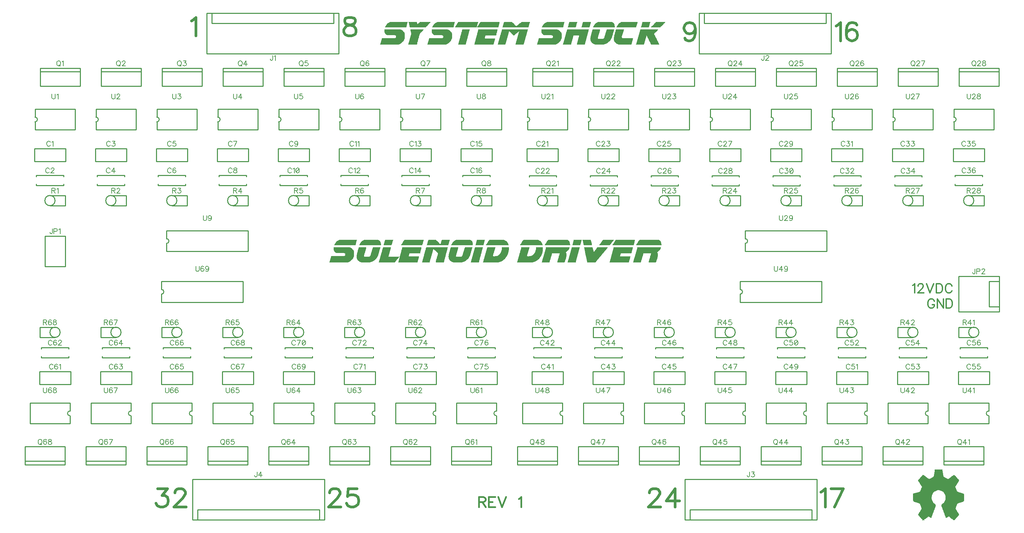
<source format=gto>
G04 DipTrace 2.4.0.2*
%INTopSilk.gbr*%
%MOIN*%
%ADD10C,0.0098*%
%ADD12C,0.003*%
%ADD43C,0.0077*%
%ADD44C,0.0278*%
%ADD45C,0.0139*%
%ADD46C,0.0154*%
%FSLAX44Y44*%
G04*
G70*
G90*
G75*
G01*
%LNTopSilk*%
%LPD*%
X5402Y39807D2*
D10*
X8472D1*
X5402Y41067D2*
X8472D1*
X5402Y39807D2*
Y41067D1*
X8472Y39807D2*
Y41067D1*
X5598Y38429D2*
X8276D1*
X5598Y37445D2*
Y37579D1*
Y37445D2*
X8276D1*
Y37579D1*
X5598Y38295D2*
Y38429D1*
X8276Y38295D2*
Y38429D1*
X11402Y39807D2*
X14472D1*
X11402Y41067D2*
X14472D1*
X11402Y39807D2*
Y41067D1*
X14472Y39807D2*
Y41067D1*
X11598Y38429D2*
X14276D1*
X11598Y37445D2*
Y37579D1*
Y37445D2*
X14276D1*
Y37579D1*
X11598Y38295D2*
Y38429D1*
X14276Y38295D2*
Y38429D1*
X17402Y39807D2*
X20472D1*
X17402Y41067D2*
X20472D1*
X17402Y39807D2*
Y41067D1*
X20472Y39807D2*
Y41067D1*
X17598Y38429D2*
X20276D1*
X17598Y37445D2*
Y37579D1*
Y37445D2*
X20276D1*
Y37579D1*
X17598Y38295D2*
Y38429D1*
X20276Y38295D2*
Y38429D1*
X23402Y39807D2*
X26472D1*
X23402Y41067D2*
X26472D1*
X23402Y39807D2*
Y41067D1*
X26472Y39807D2*
Y41067D1*
X23598Y38429D2*
X26276D1*
X23598Y37445D2*
Y37579D1*
Y37445D2*
X26276D1*
Y37579D1*
X23598Y38295D2*
Y38429D1*
X26276Y38295D2*
Y38429D1*
X29402Y39807D2*
X32472D1*
X29402Y41067D2*
X32472D1*
X29402Y39807D2*
Y41067D1*
X32472Y39807D2*
Y41067D1*
X29598Y38429D2*
X32276D1*
X29598Y37445D2*
Y37579D1*
Y37445D2*
X32276D1*
Y37579D1*
X29598Y38295D2*
Y38429D1*
X32276Y38295D2*
Y38429D1*
X35402Y39807D2*
X38472D1*
X35402Y41067D2*
X38472D1*
X35402Y39807D2*
Y41067D1*
X38472Y39807D2*
Y41067D1*
X35598Y38429D2*
X38276D1*
X35598Y37445D2*
Y37579D1*
Y37445D2*
X38276D1*
Y37579D1*
X35598Y38295D2*
Y38429D1*
X38276Y38295D2*
Y38429D1*
X41402Y39807D2*
X44472D1*
X41402Y41067D2*
X44472D1*
X41402Y39807D2*
Y41067D1*
X44472Y39807D2*
Y41067D1*
X41598Y38429D2*
X44276D1*
X41598Y37445D2*
Y37579D1*
Y37445D2*
X44276D1*
Y37579D1*
X41598Y38295D2*
Y38429D1*
X44276Y38295D2*
Y38429D1*
X47402Y39807D2*
X50472D1*
X47402Y41067D2*
X50472D1*
X47402Y39807D2*
Y41067D1*
X50472Y39807D2*
Y41067D1*
X47598Y38429D2*
X50276D1*
X47598Y37445D2*
Y37579D1*
Y37445D2*
X50276D1*
Y37579D1*
X47598Y38295D2*
Y38429D1*
X50276Y38295D2*
Y38429D1*
X53902Y39807D2*
X56972D1*
X53902Y41067D2*
X56972D1*
X53902Y39807D2*
Y41067D1*
X56972Y39807D2*
Y41067D1*
X54136Y38392D2*
X56813D1*
X54136Y37407D2*
Y37541D1*
Y37407D2*
X56813D1*
Y37541D1*
X54136Y38258D2*
Y38392D1*
X56813Y38258D2*
Y38392D1*
X59902Y39807D2*
X62972D1*
X59902Y41067D2*
X62972D1*
X59902Y39807D2*
Y41067D1*
X62972Y39807D2*
Y41067D1*
X60136Y38392D2*
X62813D1*
X60136Y37407D2*
Y37541D1*
Y37407D2*
X62813D1*
Y37541D1*
X60136Y38258D2*
Y38392D1*
X62813Y38258D2*
Y38392D1*
X65902Y39807D2*
X68972D1*
X65902Y41067D2*
X68972D1*
X65902Y39807D2*
Y41067D1*
X68972Y39807D2*
Y41067D1*
X66136Y38392D2*
X68813D1*
X66136Y37407D2*
Y37541D1*
Y37407D2*
X68813D1*
Y37541D1*
X66136Y38258D2*
Y38392D1*
X68813Y38258D2*
Y38392D1*
X71902Y39807D2*
X74972D1*
X71902Y41067D2*
X74972D1*
X71902Y39807D2*
Y41067D1*
X74972Y39807D2*
Y41067D1*
X72136Y38392D2*
X74813D1*
X72136Y37407D2*
Y37541D1*
Y37407D2*
X74813D1*
Y37541D1*
X72136Y38258D2*
Y38392D1*
X74813Y38258D2*
Y38392D1*
X77902Y39807D2*
X80972D1*
X77902Y41067D2*
X80972D1*
X77902Y39807D2*
Y41067D1*
X80972Y39807D2*
Y41067D1*
X78136Y38392D2*
X80813D1*
X78136Y37407D2*
Y37541D1*
Y37407D2*
X80813D1*
Y37541D1*
X78136Y38258D2*
Y38392D1*
X80813Y38258D2*
Y38392D1*
X83902Y39807D2*
X86972D1*
X83902Y41067D2*
X86972D1*
X83902Y39807D2*
Y41067D1*
X86972Y39807D2*
Y41067D1*
X84136Y38392D2*
X86813D1*
X84136Y37407D2*
Y37541D1*
Y37407D2*
X86813D1*
Y37541D1*
X84136Y38258D2*
Y38392D1*
X86813Y38258D2*
Y38392D1*
X89902Y39807D2*
X92972D1*
X89902Y41067D2*
X92972D1*
X89902Y39807D2*
Y41067D1*
X92972Y39807D2*
Y41067D1*
X90136Y38392D2*
X92813D1*
X90136Y37407D2*
Y37541D1*
Y37407D2*
X92813D1*
Y37541D1*
X90136Y38258D2*
Y38392D1*
X92813Y38258D2*
Y38392D1*
X95902Y39807D2*
X98972D1*
X95902Y41067D2*
X98972D1*
X95902Y39807D2*
Y41067D1*
X98972Y39807D2*
Y41067D1*
X96098Y38429D2*
X98776D1*
X96098Y37445D2*
Y37579D1*
Y37445D2*
X98776D1*
Y37579D1*
X96098Y38295D2*
Y38429D1*
X98776Y38295D2*
Y38429D1*
X57472Y19067D2*
X54402D1*
X57472Y17807D2*
X54402D1*
X57472Y19067D2*
Y17807D1*
X54402Y19067D2*
Y17807D1*
X57276Y20445D2*
X54598D1*
X57276Y21429D2*
Y21295D1*
Y21429D2*
X54598D1*
Y21295D1*
X57276Y20579D2*
Y20445D1*
X54598Y20579D2*
Y20445D1*
X63472Y19067D2*
X60402D1*
X63472Y17807D2*
X60402D1*
X63472Y19067D2*
Y17807D1*
X60402Y19067D2*
Y17807D1*
X63276Y20445D2*
X60598D1*
X63276Y21429D2*
Y21295D1*
Y21429D2*
X60598D1*
Y21295D1*
X63276Y20579D2*
Y20445D1*
X60598Y20579D2*
Y20445D1*
X69472Y19067D2*
X66402D1*
X69472Y17807D2*
X66402D1*
X69472Y19067D2*
Y17807D1*
X66402Y19067D2*
Y17807D1*
X69276Y20445D2*
X66598D1*
X69276Y21429D2*
Y21295D1*
Y21429D2*
X66598D1*
Y21295D1*
X69276Y20579D2*
Y20445D1*
X66598Y20579D2*
Y20445D1*
X75472Y19067D2*
X72402D1*
X75472Y17807D2*
X72402D1*
X75472Y19067D2*
Y17807D1*
X72402Y19067D2*
Y17807D1*
X75276Y20445D2*
X72598D1*
X75276Y21429D2*
Y21295D1*
Y21429D2*
X72598D1*
Y21295D1*
X75276Y20579D2*
Y20445D1*
X72598Y20579D2*
Y20445D1*
X81472Y19067D2*
X78402D1*
X81472Y17807D2*
X78402D1*
X81472Y19067D2*
Y17807D1*
X78402Y19067D2*
Y17807D1*
X81276Y20445D2*
X78598D1*
X81276Y21429D2*
Y21295D1*
Y21429D2*
X78598D1*
Y21295D1*
X81276Y20579D2*
Y20445D1*
X78598Y20579D2*
Y20445D1*
X87472Y19067D2*
X84402D1*
X87472Y17807D2*
X84402D1*
X87472Y19067D2*
Y17807D1*
X84402Y19067D2*
Y17807D1*
X87276Y20445D2*
X84598D1*
X87276Y21429D2*
Y21295D1*
Y21429D2*
X84598D1*
Y21295D1*
X87276Y20579D2*
Y20445D1*
X84598Y20579D2*
Y20445D1*
X93472Y19067D2*
X90402D1*
X93472Y17807D2*
X90402D1*
X93472Y19067D2*
Y17807D1*
X90402Y19067D2*
Y17807D1*
X93276Y20445D2*
X90598D1*
X93276Y21429D2*
Y21295D1*
Y21429D2*
X90598D1*
Y21295D1*
X93276Y20579D2*
Y20445D1*
X90598Y20579D2*
Y20445D1*
X99472Y19067D2*
X96402D1*
X99472Y17807D2*
X96402D1*
X99472Y19067D2*
Y17807D1*
X96402Y19067D2*
Y17807D1*
X99276Y20445D2*
X96598D1*
X99276Y21429D2*
Y21295D1*
Y21429D2*
X96598D1*
Y21295D1*
X99276Y20579D2*
Y20445D1*
X96598Y20579D2*
Y20445D1*
X8972Y19067D2*
X5902D1*
X8972Y17807D2*
X5902D1*
X8972Y19067D2*
Y17807D1*
X5902Y19067D2*
Y17807D1*
X8776Y20445D2*
X6098D1*
X8776Y21429D2*
Y21295D1*
Y21429D2*
X6098D1*
Y21295D1*
X8776Y20579D2*
Y20445D1*
X6098Y20579D2*
Y20445D1*
X14972Y19067D2*
X11902D1*
X14972Y17807D2*
X11902D1*
X14972Y19067D2*
Y17807D1*
X11902Y19067D2*
Y17807D1*
X14776Y20445D2*
X12098D1*
X14776Y21429D2*
Y21295D1*
Y21429D2*
X12098D1*
Y21295D1*
X14776Y20579D2*
Y20445D1*
X12098Y20579D2*
Y20445D1*
X20972Y19067D2*
X17902D1*
X20972Y17807D2*
X17902D1*
X20972Y19067D2*
Y17807D1*
X17902Y19067D2*
Y17807D1*
X20776Y20445D2*
X18098D1*
X20776Y21429D2*
Y21295D1*
Y21429D2*
X18098D1*
Y21295D1*
X20776Y20579D2*
Y20445D1*
X18098Y20579D2*
Y20445D1*
X26972Y19067D2*
X23902D1*
X26972Y17807D2*
X23902D1*
X26972Y19067D2*
Y17807D1*
X23902Y19067D2*
Y17807D1*
X26776Y20445D2*
X24098D1*
X26776Y21429D2*
Y21295D1*
Y21429D2*
X24098D1*
Y21295D1*
X26776Y20579D2*
Y20445D1*
X24098Y20579D2*
Y20445D1*
X32972Y19067D2*
X29902D1*
X32972Y17807D2*
X29902D1*
X32972Y19067D2*
Y17807D1*
X29902Y19067D2*
Y17807D1*
X32776Y20445D2*
X30098D1*
X32776Y21429D2*
Y21295D1*
Y21429D2*
X30098D1*
Y21295D1*
X32776Y20579D2*
Y20445D1*
X30098Y20579D2*
Y20445D1*
X38972Y19067D2*
X35902D1*
X38972Y17807D2*
X35902D1*
X38972Y19067D2*
Y17807D1*
X35902Y19067D2*
Y17807D1*
X38776Y20445D2*
X36098D1*
X38776Y21429D2*
Y21295D1*
Y21429D2*
X36098D1*
Y21295D1*
X38776Y20579D2*
Y20445D1*
X36098Y20579D2*
Y20445D1*
X44972Y19067D2*
X41902D1*
X44972Y17807D2*
X41902D1*
X44972Y19067D2*
Y17807D1*
X41902Y19067D2*
Y17807D1*
X44776Y20445D2*
X42098D1*
X44776Y21429D2*
Y21295D1*
Y21429D2*
X42098D1*
Y21295D1*
X44776Y20579D2*
Y20445D1*
X42098Y20579D2*
Y20445D1*
X50972Y19067D2*
X47902D1*
X50972Y17807D2*
X47902D1*
X50972Y19067D2*
Y17807D1*
X47902Y19067D2*
Y17807D1*
X50776Y20445D2*
X48098D1*
X50776Y21429D2*
Y21295D1*
Y21429D2*
X48098D1*
Y21295D1*
X50776Y20579D2*
Y20445D1*
X48098Y20579D2*
Y20445D1*
X22397Y54437D2*
X35397D1*
Y50437D1*
X22397D1*
Y54437D1*
X22898D2*
X34897D1*
Y53437D1*
X22898D1*
Y54437D1*
X70897D2*
X83897D1*
Y50437D1*
X70897D1*
Y54437D1*
X71398D2*
X83397D1*
Y53437D1*
X71398D1*
Y54437D1*
X82477Y4437D2*
X69477D1*
Y8437D1*
X82477D1*
Y4437D1*
X81977D2*
X69978D1*
Y5437D1*
X81977D1*
Y4437D1*
X33977D2*
X20977D1*
Y8437D1*
X33977D1*
Y4437D1*
X33477D2*
X21478D1*
Y5437D1*
X33477D1*
Y4437D1*
X6437Y31354D2*
Y29437D1*
Y32437D2*
Y29437D1*
X8437Y32437D2*
Y29437D1*
X6437Y32437D2*
X8437D1*
X6437Y29437D2*
X8437D1*
X100437Y28477D2*
X96437D1*
Y24977D1*
X100437D1*
Y28477D1*
Y27977D2*
X99437D1*
Y25477D1*
X100437D1*
Y27977D1*
X5969Y49000D2*
X9906D1*
Y47228D1*
X5969D1*
Y49000D1*
Y48646D2*
X9906D1*
X11969Y49000D2*
X15906D1*
Y47228D1*
X11969D1*
Y49000D1*
Y48646D2*
X15906D1*
X17969Y49000D2*
X21906D1*
Y47228D1*
X17969D1*
Y49000D1*
Y48646D2*
X21906D1*
X23969Y49000D2*
X27906D1*
Y47228D1*
X23969D1*
Y49000D1*
Y48646D2*
X27906D1*
X29969Y49000D2*
X33906D1*
Y47228D1*
X29969D1*
Y49000D1*
Y48646D2*
X33906D1*
X35969Y49000D2*
X39906D1*
Y47228D1*
X35969D1*
Y49000D1*
Y48646D2*
X39906D1*
X41969Y49000D2*
X45906D1*
Y47228D1*
X41969D1*
Y49000D1*
Y48646D2*
X45906D1*
X47969Y49000D2*
X51906D1*
Y47228D1*
X47969D1*
Y49000D1*
Y48646D2*
X51906D1*
X54469Y49000D2*
X58406D1*
Y47228D1*
X54469D1*
Y49000D1*
Y48646D2*
X58406D1*
X60469Y49000D2*
X64406D1*
Y47228D1*
X60469D1*
Y49000D1*
Y48646D2*
X64406D1*
X66469Y49000D2*
X70406D1*
Y47228D1*
X66469D1*
Y49000D1*
Y48646D2*
X70406D1*
X72469Y49000D2*
X76406D1*
Y47228D1*
X72469D1*
Y49000D1*
Y48646D2*
X76406D1*
X78469Y49000D2*
X82406D1*
Y47228D1*
X78469D1*
Y49000D1*
Y48646D2*
X82406D1*
X84469Y49000D2*
X88406D1*
Y47228D1*
X84469D1*
Y49000D1*
Y48646D2*
X88406D1*
X90469Y49000D2*
X94406D1*
Y47228D1*
X90469D1*
Y49000D1*
Y48646D2*
X94406D1*
X96469Y49000D2*
X100406D1*
Y47228D1*
X96469D1*
Y49000D1*
Y48646D2*
X100406D1*
X98906Y9874D2*
X94969D1*
Y11646D1*
X98906D1*
Y9874D1*
Y10228D2*
X94969D1*
X92906Y9874D2*
X88969D1*
Y11646D1*
X92906D1*
Y9874D1*
Y10228D2*
X88969D1*
X86906Y9874D2*
X82969D1*
Y11646D1*
X86906D1*
Y9874D1*
Y10228D2*
X82969D1*
X80906Y9874D2*
X76969D1*
Y11646D1*
X80906D1*
Y9874D1*
Y10228D2*
X76969D1*
X74906Y9874D2*
X70969D1*
Y11646D1*
X74906D1*
Y9874D1*
Y10228D2*
X70969D1*
X68906Y9874D2*
X64969D1*
Y11646D1*
X68906D1*
Y9874D1*
Y10228D2*
X64969D1*
X62906Y9874D2*
X58969D1*
Y11646D1*
X62906D1*
Y9874D1*
Y10228D2*
X58969D1*
X56906Y9874D2*
X52969D1*
Y11646D1*
X56906D1*
Y9874D1*
Y10228D2*
X52969D1*
X50406Y9874D2*
X46469D1*
Y11646D1*
X50406D1*
Y9874D1*
Y10228D2*
X46469D1*
X44406Y9874D2*
X40469D1*
Y11646D1*
X44406D1*
Y9874D1*
Y10228D2*
X40469D1*
X38406Y9874D2*
X34469D1*
Y11646D1*
X38406D1*
Y9874D1*
Y10228D2*
X34469D1*
X32406Y9874D2*
X28469D1*
Y11646D1*
X32406D1*
Y9874D1*
Y10228D2*
X28469D1*
X26406Y9874D2*
X22469D1*
Y11646D1*
X26406D1*
Y9874D1*
Y10228D2*
X22469D1*
X20406Y9874D2*
X16469D1*
Y11646D1*
X20406D1*
Y9874D1*
Y10228D2*
X16469D1*
X14406Y9874D2*
X10469D1*
Y11646D1*
X14406D1*
Y9874D1*
Y10228D2*
X10469D1*
X8406Y9874D2*
X4469D1*
Y11646D1*
X8406D1*
Y9874D1*
Y10228D2*
X4469D1*
X6437Y35937D2*
G02X6437Y35937I500J0D01*
G01*
X6937Y36437D2*
X8437D1*
Y35437D1*
X6937D2*
X8437D1*
X12437Y35937D2*
G02X12437Y35937I500J0D01*
G01*
X12937Y36437D2*
X14437D1*
Y35437D1*
X12937D2*
X14437D1*
X18437Y35937D2*
G02X18437Y35937I500J0D01*
G01*
X18937Y36437D2*
X20437D1*
Y35437D1*
X18937D2*
X20437D1*
X24437Y35937D2*
G02X24437Y35937I500J0D01*
G01*
X24937Y36437D2*
X26437D1*
Y35437D1*
X24937D2*
X26437D1*
X30437Y35937D2*
G02X30437Y35937I500J0D01*
G01*
X30937Y36437D2*
X32437D1*
Y35437D1*
X30937D2*
X32437D1*
X36437Y35937D2*
G02X36437Y35937I500J0D01*
G01*
X36937Y36437D2*
X38437D1*
Y35437D1*
X36937D2*
X38437D1*
X42437Y35937D2*
G02X42437Y35937I500J0D01*
G01*
X42937Y36437D2*
X44437D1*
Y35437D1*
X42937D2*
X44437D1*
X48437Y35937D2*
G02X48437Y35937I500J0D01*
G01*
X48937Y36437D2*
X50437D1*
Y35437D1*
X48937D2*
X50437D1*
X54937Y35937D2*
G02X54937Y35937I500J0D01*
G01*
X55437Y36437D2*
X56937D1*
Y35437D1*
X55437D2*
X56937D1*
X60937Y35937D2*
G02X60937Y35937I500J0D01*
G01*
X61437Y36437D2*
X62937D1*
Y35437D1*
X61437D2*
X62937D1*
X66937Y35937D2*
G02X66937Y35937I500J0D01*
G01*
X67437Y36437D2*
X68937D1*
Y35437D1*
X67437D2*
X68937D1*
X72937Y35937D2*
G02X72937Y35937I500J0D01*
G01*
X73437Y36437D2*
X74937D1*
Y35437D1*
X73437D2*
X74937D1*
X78937Y35937D2*
G02X78937Y35937I500J0D01*
G01*
X79437Y36437D2*
X80937D1*
Y35437D1*
X79437D2*
X80937D1*
X84937Y35937D2*
G02X84937Y35937I500J0D01*
G01*
X85437Y36437D2*
X86937D1*
Y35437D1*
X85437D2*
X86937D1*
X90937Y35937D2*
G02X90937Y35937I500J0D01*
G01*
X91437Y36437D2*
X92937D1*
Y35437D1*
X91437D2*
X92937D1*
X96937Y35937D2*
G02X96937Y35937I500J0D01*
G01*
X97437Y36437D2*
X98937D1*
Y35437D1*
X97437D2*
X98937D1*
X97437Y22937D2*
G02X97437Y22937I500J0D01*
G01*
X97937Y22437D2*
X96437D1*
Y23437D1*
X97937D2*
X96437D1*
X91437Y22937D2*
G02X91437Y22937I500J0D01*
G01*
X91937Y22437D2*
X90437D1*
Y23437D1*
X91937D2*
X90437D1*
X85437Y22937D2*
G02X85437Y22937I500J0D01*
G01*
X85937Y22437D2*
X84437D1*
Y23437D1*
X85937D2*
X84437D1*
X79437Y22937D2*
G02X79437Y22937I500J0D01*
G01*
X79937Y22437D2*
X78437D1*
Y23437D1*
X79937D2*
X78437D1*
X73437Y22937D2*
G02X73437Y22937I500J0D01*
G01*
X73937Y22437D2*
X72437D1*
Y23437D1*
X73937D2*
X72437D1*
X67437Y22937D2*
G02X67437Y22937I500J0D01*
G01*
X67937Y22437D2*
X66437D1*
Y23437D1*
X67937D2*
X66437D1*
X61437Y22937D2*
G02X61437Y22937I500J0D01*
G01*
X61937Y22437D2*
X60437D1*
Y23437D1*
X61937D2*
X60437D1*
X55437Y22937D2*
G02X55437Y22937I500J0D01*
G01*
X55937Y22437D2*
X54437D1*
Y23437D1*
X55937D2*
X54437D1*
X48937Y22937D2*
G02X48937Y22937I500J0D01*
G01*
X49437Y22437D2*
X47937D1*
Y23437D1*
X49437D2*
X47937D1*
X42937Y22937D2*
G02X42937Y22937I500J0D01*
G01*
X43437Y22437D2*
X41937D1*
Y23437D1*
X43437D2*
X41937D1*
X36937Y22937D2*
G02X36937Y22937I500J0D01*
G01*
X37437Y22437D2*
X35937D1*
Y23437D1*
X37437D2*
X35937D1*
X30937Y22937D2*
G02X30937Y22937I500J0D01*
G01*
X31437Y22437D2*
X29937D1*
Y23437D1*
X31437D2*
X29937D1*
X24937Y22937D2*
G02X24937Y22937I500J0D01*
G01*
X25437Y22437D2*
X23937D1*
Y23437D1*
X25437D2*
X23937D1*
X18937Y22937D2*
G02X18937Y22937I500J0D01*
G01*
X19437Y22437D2*
X17937D1*
Y23437D1*
X19437D2*
X17937D1*
X12937Y22937D2*
G02X12937Y22937I500J0D01*
G01*
X13437Y22437D2*
X11937D1*
Y23437D1*
X13437D2*
X11937D1*
X6937Y22937D2*
G02X6937Y22937I500J0D01*
G01*
X7437Y22437D2*
X5937D1*
Y23437D1*
X7437D2*
X5937D1*
X5469Y44961D2*
X9406D1*
Y42913D2*
Y44961D1*
X5469Y42913D2*
X9406D1*
X5469D2*
Y43701D1*
Y44961D2*
Y44173D1*
Y43701D2*
G03X5469Y44173I0J236D01*
G01*
X11469Y44961D2*
X15406D1*
Y42913D2*
Y44961D1*
X11469Y42913D2*
X15406D1*
X11469D2*
Y43701D1*
Y44961D2*
Y44173D1*
Y43701D2*
G03X11469Y44173I0J236D01*
G01*
X17469Y44961D2*
X21406D1*
Y42913D2*
Y44961D1*
X17469Y42913D2*
X21406D1*
X17469D2*
Y43701D1*
Y44961D2*
Y44173D1*
Y43701D2*
G03X17469Y44173I0J236D01*
G01*
X23469Y44961D2*
X27406D1*
Y42913D2*
Y44961D1*
X23469Y42913D2*
X27406D1*
X23469D2*
Y43701D1*
Y44961D2*
Y44173D1*
Y43701D2*
G03X23469Y44173I0J236D01*
G01*
X29469Y44961D2*
X33406D1*
Y42913D2*
Y44961D1*
X29469Y42913D2*
X33406D1*
X29469D2*
Y43701D1*
Y44961D2*
Y44173D1*
Y43701D2*
G03X29469Y44173I0J236D01*
G01*
X35469Y44961D2*
X39406D1*
Y42913D2*
Y44961D1*
X35469Y42913D2*
X39406D1*
X35469D2*
Y43701D1*
Y44961D2*
Y44173D1*
Y43701D2*
G03X35469Y44173I0J236D01*
G01*
X41469Y44961D2*
X45406D1*
Y42913D2*
Y44961D1*
X41469Y42913D2*
X45406D1*
X41469D2*
Y43701D1*
Y44961D2*
Y44173D1*
Y43701D2*
G03X41469Y44173I0J236D01*
G01*
X47469Y44961D2*
X51406D1*
Y42913D2*
Y44961D1*
X47469Y42913D2*
X51406D1*
X47469D2*
Y43701D1*
Y44961D2*
Y44173D1*
Y43701D2*
G03X47469Y44173I0J236D01*
G01*
X18421Y32965D2*
X26453D1*
Y30917D2*
Y32965D1*
X18421Y30917D2*
X26453D1*
X18421D2*
Y31705D1*
Y32965D2*
Y32177D1*
Y31705D2*
G03X18421Y32177I0J236D01*
G01*
X53969Y44961D2*
X57906D1*
Y42913D2*
Y44961D1*
X53969Y42913D2*
X57906D1*
X53969D2*
Y43701D1*
Y44961D2*
Y44173D1*
Y43701D2*
G03X53969Y44173I0J236D01*
G01*
X59969Y44961D2*
X63906D1*
Y42913D2*
Y44961D1*
X59969Y42913D2*
X63906D1*
X59969D2*
Y43701D1*
Y44961D2*
Y44173D1*
Y43701D2*
G03X59969Y44173I0J236D01*
G01*
X65969Y44961D2*
X69906D1*
Y42913D2*
Y44961D1*
X65969Y42913D2*
X69906D1*
X65969D2*
Y43701D1*
Y44961D2*
Y44173D1*
Y43701D2*
G03X65969Y44173I0J236D01*
G01*
X71969Y44961D2*
X75906D1*
Y42913D2*
Y44961D1*
X71969Y42913D2*
X75906D1*
X71969D2*
Y43701D1*
Y44961D2*
Y44173D1*
Y43701D2*
G03X71969Y44173I0J236D01*
G01*
X77969Y44961D2*
X81906D1*
Y42913D2*
Y44961D1*
X77969Y42913D2*
X81906D1*
X77969D2*
Y43701D1*
Y44961D2*
Y44173D1*
Y43701D2*
G03X77969Y44173I0J236D01*
G01*
X83969Y44961D2*
X87906D1*
Y42913D2*
Y44961D1*
X83969Y42913D2*
X87906D1*
X83969D2*
Y43701D1*
Y44961D2*
Y44173D1*
Y43701D2*
G03X83969Y44173I0J236D01*
G01*
X89969Y44961D2*
X93906D1*
Y42913D2*
Y44961D1*
X89969Y42913D2*
X93906D1*
X89969D2*
Y43701D1*
Y44961D2*
Y44173D1*
Y43701D2*
G03X89969Y44173I0J236D01*
G01*
X95969Y44961D2*
X99906D1*
Y42913D2*
Y44961D1*
X95969Y42913D2*
X99906D1*
X95969D2*
Y43701D1*
Y44961D2*
Y44173D1*
Y43701D2*
G03X95969Y44173I0J236D01*
G01*
X75421Y32965D2*
X83453D1*
Y30917D2*
Y32965D1*
X75421Y30917D2*
X83453D1*
X75421D2*
Y31705D1*
Y32965D2*
Y32177D1*
Y31705D2*
G03X75421Y32177I0J236D01*
G01*
X99406Y13913D2*
X95469D1*
Y15961D2*
Y13913D1*
X99406Y15961D2*
X95469D1*
X99406D2*
Y15173D1*
Y13913D2*
Y14701D1*
Y15173D2*
G03X99406Y14701I0J-236D01*
G01*
X93406Y13913D2*
X89469D1*
Y15961D2*
Y13913D1*
X93406Y15961D2*
X89469D1*
X93406D2*
Y15173D1*
Y13913D2*
Y14701D1*
Y15173D2*
G03X93406Y14701I0J-236D01*
G01*
X87406Y13913D2*
X83469D1*
Y15961D2*
Y13913D1*
X87406Y15961D2*
X83469D1*
X87406D2*
Y15173D1*
Y13913D2*
Y14701D1*
Y15173D2*
G03X87406Y14701I0J-236D01*
G01*
X81406Y13913D2*
X77469D1*
Y15961D2*
Y13913D1*
X81406Y15961D2*
X77469D1*
X81406D2*
Y15173D1*
Y13913D2*
Y14701D1*
Y15173D2*
G03X81406Y14701I0J-236D01*
G01*
X75406Y13913D2*
X71469D1*
Y15961D2*
Y13913D1*
X75406Y15961D2*
X71469D1*
X75406D2*
Y15173D1*
Y13913D2*
Y14701D1*
Y15173D2*
G03X75406Y14701I0J-236D01*
G01*
X69406Y13913D2*
X65469D1*
Y15961D2*
Y13913D1*
X69406Y15961D2*
X65469D1*
X69406D2*
Y15173D1*
Y13913D2*
Y14701D1*
Y15173D2*
G03X69406Y14701I0J-236D01*
G01*
X63406Y13913D2*
X59469D1*
Y15961D2*
Y13913D1*
X63406Y15961D2*
X59469D1*
X63406D2*
Y15173D1*
Y13913D2*
Y14701D1*
Y15173D2*
G03X63406Y14701I0J-236D01*
G01*
X57406Y13913D2*
X53469D1*
Y15961D2*
Y13913D1*
X57406Y15961D2*
X53469D1*
X57406D2*
Y15173D1*
Y13913D2*
Y14701D1*
Y15173D2*
G03X57406Y14701I0J-236D01*
G01*
X74921Y27957D2*
X82953D1*
Y25910D2*
Y27957D1*
X74921Y25910D2*
X82953D1*
X74921D2*
Y26697D1*
Y27957D2*
Y27169D1*
Y26697D2*
G03X74921Y27169I0J236D01*
G01*
X50906Y13913D2*
X46969D1*
Y15961D2*
Y13913D1*
X50906Y15961D2*
X46969D1*
X50906D2*
Y15173D1*
Y13913D2*
Y14701D1*
Y15173D2*
G03X50906Y14701I0J-236D01*
G01*
X44906Y13913D2*
X40969D1*
Y15961D2*
Y13913D1*
X44906Y15961D2*
X40969D1*
X44906D2*
Y15173D1*
Y13913D2*
Y14701D1*
Y15173D2*
G03X44906Y14701I0J-236D01*
G01*
X38906Y13913D2*
X34969D1*
Y15961D2*
Y13913D1*
X38906Y15961D2*
X34969D1*
X38906D2*
Y15173D1*
Y13913D2*
Y14701D1*
Y15173D2*
G03X38906Y14701I0J-236D01*
G01*
X32906Y13913D2*
X28969D1*
Y15961D2*
Y13913D1*
X32906Y15961D2*
X28969D1*
X32906D2*
Y15173D1*
Y13913D2*
Y14701D1*
Y15173D2*
G03X32906Y14701I0J-236D01*
G01*
X26906Y13913D2*
X22969D1*
Y15961D2*
Y13913D1*
X26906Y15961D2*
X22969D1*
X26906D2*
Y15173D1*
Y13913D2*
Y14701D1*
Y15173D2*
G03X26906Y14701I0J-236D01*
G01*
X20906Y13913D2*
X16969D1*
Y15961D2*
Y13913D1*
X20906Y15961D2*
X16969D1*
X20906D2*
Y15173D1*
Y13913D2*
Y14701D1*
Y15173D2*
G03X20906Y14701I0J-236D01*
G01*
X14906Y13913D2*
X10969D1*
Y15961D2*
Y13913D1*
X14906Y15961D2*
X10969D1*
X14906D2*
Y15173D1*
Y13913D2*
Y14701D1*
Y15173D2*
G03X14906Y14701I0J-236D01*
G01*
X8906Y13913D2*
X4969D1*
Y15961D2*
Y13913D1*
X8906Y15961D2*
X4969D1*
X8906D2*
Y15173D1*
Y13913D2*
Y14701D1*
Y15173D2*
G03X8906Y14701I0J-236D01*
G01*
X17921Y27957D2*
X25953D1*
Y25910D2*
Y27957D1*
X17921Y25910D2*
X25953D1*
X17921D2*
Y26697D1*
Y27957D2*
Y27169D1*
Y26697D2*
G03X17921Y27169I0J236D01*
G01*
X40457Y53567D2*
D12*
X42137D1*
X42257D2*
X43067D1*
X43367D2*
X44387D1*
X45107D2*
X46787D1*
X47147D2*
X49097D1*
X49337D2*
X51197D1*
X51677D2*
X52427D1*
X53387D2*
X54197D1*
X55907D2*
X57587D1*
X58097D2*
X58847D1*
X59447D2*
X60197D1*
X60917D2*
X62267D1*
X63227D2*
X64787D1*
X65297D2*
X66047D1*
X66617D2*
X67517D1*
X40389Y53537D2*
X42127D1*
X42271D2*
X43067D1*
X43337D2*
X44371D1*
X45039D2*
X46777D1*
X47132D2*
X49082D1*
X49317D2*
X51196D1*
X51662D2*
X52457D1*
X53352D2*
X54182D1*
X55839D2*
X57577D1*
X58083D2*
X58837D1*
X59433D2*
X60187D1*
X60858D2*
X62325D1*
X63168D2*
X64786D1*
X65292D2*
X66037D1*
X66597D2*
X67501D1*
X40332Y53507D2*
X42118D1*
X42281D2*
X43068D1*
X43307D2*
X44349D1*
X44982D2*
X46768D1*
X47114D2*
X49070D1*
X49297D2*
X51192D1*
X51650D2*
X52487D1*
X53315D2*
X54170D1*
X55782D2*
X57568D1*
X58073D2*
X58827D1*
X59423D2*
X60178D1*
X60803D2*
X62372D1*
X63113D2*
X64782D1*
X65285D2*
X66027D1*
X66576D2*
X67479D1*
X40283Y53477D2*
X42111D1*
X42289D2*
X43072D1*
X43277D2*
X44324D1*
X44933D2*
X46761D1*
X47096D2*
X49058D1*
X49277D2*
X51185D1*
X51638D2*
X52517D1*
X53277D2*
X54158D1*
X55733D2*
X57561D1*
X58065D2*
X58817D1*
X59415D2*
X60171D1*
X60755D2*
X62409D1*
X63065D2*
X64775D1*
X65277D2*
X66017D1*
X66552D2*
X67454D1*
X40240Y53447D2*
X42104D1*
X42298D2*
X43079D1*
X43247D2*
X44296D1*
X44890D2*
X46754D1*
X47077D2*
X49048D1*
X49258D2*
X51177D1*
X51628D2*
X52547D1*
X53241D2*
X54148D1*
X55690D2*
X57554D1*
X58056D2*
X58807D1*
X59406D2*
X60164D1*
X60715D2*
X62439D1*
X63025D2*
X64766D1*
X65271D2*
X66007D1*
X66525D2*
X67426D1*
X40199Y53417D2*
X42096D1*
X42306D2*
X43088D1*
X43216D2*
X44267D1*
X44849D2*
X46746D1*
X47057D2*
X49041D1*
X49241D2*
X51171D1*
X51621D2*
X52577D1*
X53204D2*
X54141D1*
X55649D2*
X57546D1*
X58047D2*
X58798D1*
X59397D2*
X60156D1*
X60680D2*
X62463D1*
X62990D2*
X64757D1*
X65264D2*
X65998D1*
X66496D2*
X67397D1*
X40163Y53387D2*
X42087D1*
X42312D2*
X43098D1*
X43181D2*
X44237D1*
X44813D2*
X46737D1*
X47038D2*
X49034D1*
X49224D2*
X51164D1*
X51614D2*
X52607D1*
X53166D2*
X54134D1*
X55613D2*
X57537D1*
X58041D2*
X58791D1*
X59391D2*
X60146D1*
X60648D2*
X62481D1*
X62958D2*
X64747D1*
X65256D2*
X65991D1*
X66467D2*
X67367D1*
X40131Y53357D2*
X42081D1*
X42316D2*
X43111D1*
X43141D2*
X44207D1*
X44781D2*
X46731D1*
X47021D2*
X49026D1*
X49206D2*
X51156D1*
X51606D2*
X52637D1*
X53126D2*
X54126D1*
X55581D2*
X57531D1*
X58034D2*
X58784D1*
X59384D2*
X60137D1*
X60619D2*
X62493D1*
X62929D2*
X64737D1*
X65246D2*
X65984D1*
X66437D2*
X67337D1*
X40103Y53327D2*
X42074D1*
X42321D2*
X44178D1*
X44753D2*
X46724D1*
X47004D2*
X49016D1*
X49186D2*
X51147D1*
X51596D2*
X52667D1*
X53087D2*
X54116D1*
X55553D2*
X57524D1*
X58026D2*
X58776D1*
X59376D2*
X60127D1*
X60592D2*
X62502D1*
X62902D2*
X64727D1*
X65237D2*
X65976D1*
X66407D2*
X67307D1*
X40080Y53297D2*
X42066D1*
X42329D2*
X44152D1*
X44730D2*
X46716D1*
X46986D2*
X49007D1*
X49167D2*
X51141D1*
X51587D2*
X52697D1*
X53047D2*
X54107D1*
X55530D2*
X57516D1*
X58017D2*
X58767D1*
X59366D2*
X60118D1*
X60569D2*
X62509D1*
X62879D2*
X64717D1*
X65227D2*
X65966D1*
X66377D2*
X67277D1*
X40058Y53267D2*
X42057D1*
X42337D2*
X44129D1*
X44708D2*
X46707D1*
X46966D2*
X48997D1*
X49147D2*
X51134D1*
X51577D2*
X52727D1*
X53008D2*
X54097D1*
X55508D2*
X57507D1*
X58011D2*
X58761D1*
X59357D2*
X60111D1*
X60548D2*
X62518D1*
X62858D2*
X64708D1*
X65218D2*
X65957D1*
X66347D2*
X67247D1*
X40037Y53237D2*
X42051D1*
X42342D2*
X44107D1*
X44687D2*
X46701D1*
X46947D2*
X48988D1*
X49127D2*
X51126D1*
X51568D2*
X52760D1*
X52970D2*
X54088D1*
X55487D2*
X57501D1*
X58004D2*
X58754D1*
X59347D2*
X60104D1*
X60527D2*
X62527D1*
X62837D2*
X64701D1*
X65211D2*
X65947D1*
X66317D2*
X67217D1*
X40018Y53207D2*
X42044D1*
X42346D2*
X44082D1*
X44668D2*
X46694D1*
X46927D2*
X48981D1*
X49107D2*
X51116D1*
X51561D2*
X52799D1*
X52927D2*
X54081D1*
X55468D2*
X57494D1*
X57996D2*
X58746D1*
X59338D2*
X60096D1*
X60508D2*
X62532D1*
X62818D2*
X64694D1*
X65204D2*
X65938D1*
X66287D2*
X67187D1*
X40001Y53177D2*
X42036D1*
X42351D2*
X44055D1*
X44651D2*
X46686D1*
X46907D2*
X48974D1*
X49087D2*
X51107D1*
X51554D2*
X52849D1*
X52876D2*
X54074D1*
X55451D2*
X57486D1*
X57987D2*
X58737D1*
X59331D2*
X60087D1*
X60492D2*
X62535D1*
X62802D2*
X64686D1*
X65196D2*
X65931D1*
X66257D2*
X67157D1*
X39985Y53147D2*
X42027D1*
X42359D2*
X44026D1*
X44635D2*
X46677D1*
X46888D2*
X48966D1*
X49067D2*
X51097D1*
X51546D2*
X54066D1*
X55435D2*
X57477D1*
X57981D2*
X58731D1*
X59324D2*
X60081D1*
X60479D2*
X62536D1*
X62789D2*
X64676D1*
X65186D2*
X65924D1*
X66227D2*
X67127D1*
X39971Y53117D2*
X42022D1*
X42367D2*
X43997D1*
X44621D2*
X46672D1*
X46872D2*
X48957D1*
X49047D2*
X51088D1*
X51537D2*
X54057D1*
X55421D2*
X57472D1*
X57973D2*
X58723D1*
X59315D2*
X60073D1*
X60467D2*
X62537D1*
X62777D2*
X64666D1*
X65176D2*
X65915D1*
X66197D2*
X67097D1*
X39958Y53087D2*
X42019D1*
X42373D2*
X43967D1*
X44608D2*
X46669D1*
X46858D2*
X48951D1*
X49028D2*
X51082D1*
X51531D2*
X54051D1*
X55408D2*
X57469D1*
X57962D2*
X58712D1*
X59306D2*
X60062D1*
X60453D2*
X62537D1*
X62763D2*
X64653D1*
X65163D2*
X65906D1*
X66167D2*
X67067D1*
X39947Y53057D2*
X42017D1*
X42377D2*
X43937D1*
X44597D2*
X46667D1*
X46847D2*
X48947D1*
X49007D2*
X51077D1*
X51527D2*
X54047D1*
X55397D2*
X57467D1*
X57947D2*
X58697D1*
X59297D2*
X60047D1*
X60437D2*
X62537D1*
X62747D2*
X64637D1*
X65147D2*
X65897D1*
X66137D2*
X67037D1*
X39887Y52817D2*
X41417D1*
X42437D2*
X43727D1*
X44537D2*
X46067D1*
X47537D2*
X48257D1*
X49127D2*
X50987D1*
X51467D2*
X53987D1*
X55337D2*
X56867D1*
X57887D2*
X59987D1*
X60377D2*
X61097D1*
X61787D2*
X62477D1*
X62687D2*
X63437D1*
X65087D2*
X66827D1*
X39887Y52787D2*
X41503D1*
X42442D2*
X43697D1*
X44537D2*
X46153D1*
X47536D2*
X48247D1*
X49122D2*
X50986D1*
X51453D2*
X53977D1*
X55337D2*
X56953D1*
X57873D2*
X59977D1*
X60372D2*
X61092D1*
X61772D2*
X62472D1*
X62677D2*
X63436D1*
X65082D2*
X66797D1*
X39887Y52757D2*
X41576D1*
X42449D2*
X43667D1*
X44537D2*
X46226D1*
X47532D2*
X48237D1*
X49115D2*
X50982D1*
X51443D2*
X53967D1*
X55337D2*
X57026D1*
X57863D2*
X59968D1*
X60365D2*
X61085D1*
X61760D2*
X62465D1*
X62668D2*
X63432D1*
X65075D2*
X66767D1*
X39887Y52727D2*
X41631D1*
X42457D2*
X43637D1*
X44537D2*
X46281D1*
X47525D2*
X48227D1*
X49107D2*
X50975D1*
X51435D2*
X53957D1*
X55337D2*
X57081D1*
X57855D2*
X59961D1*
X60356D2*
X61077D1*
X61748D2*
X62456D1*
X62661D2*
X63425D1*
X65066D2*
X66737D1*
X39887Y52697D2*
X41671D1*
X42463D2*
X43607D1*
X44537D2*
X46321D1*
X47517D2*
X48217D1*
X49101D2*
X50967D1*
X51426D2*
X53947D1*
X55337D2*
X57121D1*
X57846D2*
X59954D1*
X60347D2*
X61071D1*
X61737D2*
X62447D1*
X62654D2*
X63416D1*
X65057D2*
X66707D1*
X39887Y52667D2*
X41700D1*
X42470D2*
X43577D1*
X44537D2*
X46350D1*
X47511D2*
X48208D1*
X49094D2*
X50961D1*
X51417D2*
X53938D1*
X55337D2*
X57150D1*
X57836D2*
X59946D1*
X60337D2*
X61064D1*
X61727D2*
X62437D1*
X62646D2*
X63407D1*
X65047D2*
X66677D1*
X39888Y52637D2*
X41725D1*
X42478D2*
X43547D1*
X44538D2*
X46375D1*
X47504D2*
X48201D1*
X49086D2*
X50954D1*
X51411D2*
X52126D1*
X52217D2*
X53086D1*
X53146D2*
X53931D1*
X55338D2*
X57175D1*
X57827D2*
X59937D1*
X60328D2*
X61056D1*
X61717D2*
X62428D1*
X62636D2*
X63397D1*
X65038D2*
X66647D1*
X39892Y52607D2*
X41751D1*
X42487D2*
X43517D1*
X44542D2*
X46401D1*
X47496D2*
X48194D1*
X49076D2*
X50946D1*
X51404D2*
X52122D1*
X52247D2*
X53052D1*
X53142D2*
X53924D1*
X55342D2*
X57201D1*
X57817D2*
X59931D1*
X60321D2*
X61046D1*
X61708D2*
X62421D1*
X62627D2*
X63387D1*
X65031D2*
X66617D1*
X39899Y52577D2*
X41778D1*
X42493D2*
X43487D1*
X44549D2*
X46428D1*
X47486D2*
X48186D1*
X49067D2*
X50936D1*
X51396D2*
X52115D1*
X52277D2*
X53015D1*
X53135D2*
X53916D1*
X55349D2*
X57228D1*
X57808D2*
X59924D1*
X60314D2*
X61037D1*
X61701D2*
X62414D1*
X62617D2*
X63377D1*
X65024D2*
X66587D1*
X39908Y52547D2*
X41802D1*
X42500D2*
X43458D1*
X44558D2*
X46452D1*
X47477D2*
X48177D1*
X49057D2*
X50927D1*
X51386D2*
X52107D1*
X52307D2*
X52977D1*
X53126D2*
X53906D1*
X55358D2*
X57252D1*
X57801D2*
X59916D1*
X60306D2*
X61027D1*
X61694D2*
X62406D1*
X62608D2*
X63367D1*
X65016D2*
X66557D1*
X39917Y52517D2*
X41820D1*
X42508D2*
X43432D1*
X44567D2*
X46470D1*
X47467D2*
X48171D1*
X49048D2*
X50917D1*
X51377D2*
X52101D1*
X52337D2*
X52941D1*
X53117D2*
X53897D1*
X55367D2*
X57270D1*
X57794D2*
X59906D1*
X60297D2*
X61018D1*
X61686D2*
X62396D1*
X62601D2*
X63357D1*
X65006D2*
X66527D1*
X39928Y52487D2*
X41834D1*
X42517D2*
X43409D1*
X44578D2*
X46484D1*
X47458D2*
X48164D1*
X49041D2*
X50908D1*
X51367D2*
X52094D1*
X52367D2*
X52904D1*
X53107D2*
X53887D1*
X55378D2*
X57284D1*
X57786D2*
X59897D1*
X60291D2*
X61011D1*
X61676D2*
X62387D1*
X62594D2*
X63347D1*
X64997D2*
X66497D1*
X39942Y52457D2*
X41846D1*
X42522D2*
X43388D1*
X44592D2*
X46496D1*
X47451D2*
X48156D1*
X49034D2*
X50901D1*
X51358D2*
X52086D1*
X52397D2*
X52866D1*
X53098D2*
X53878D1*
X55392D2*
X57296D1*
X57776D2*
X59887D1*
X60284D2*
X61004D1*
X61667D2*
X62377D1*
X62586D2*
X63337D1*
X64987D2*
X66467D1*
X39962Y52427D2*
X41856D1*
X42524D2*
X43367D1*
X44612D2*
X46506D1*
X47444D2*
X48147D1*
X49026D2*
X50894D1*
X51351D2*
X52076D1*
X52427D2*
X52827D1*
X53091D2*
X53871D1*
X55412D2*
X57306D1*
X57767D2*
X59878D1*
X60276D2*
X60996D1*
X61657D2*
X62368D1*
X62577D2*
X63327D1*
X64978D2*
X66437D1*
X39989Y52397D2*
X41862D1*
X42521D2*
X43348D1*
X44639D2*
X46512D1*
X47436D2*
X48141D1*
X49017D2*
X50886D1*
X51344D2*
X52067D1*
X52457D2*
X52791D1*
X53084D2*
X53864D1*
X55439D2*
X57312D1*
X57757D2*
X59871D1*
X60266D2*
X60986D1*
X61647D2*
X62361D1*
X62571D2*
X63317D1*
X64971D2*
X66407D1*
X40028Y52367D2*
X41865D1*
X42515D2*
X43332D1*
X44678D2*
X46515D1*
X47427D2*
X48134D1*
X49011D2*
X50877D1*
X51336D2*
X52057D1*
X52487D2*
X52754D1*
X53076D2*
X53856D1*
X55478D2*
X57315D1*
X57748D2*
X59864D1*
X60257D2*
X60977D1*
X61637D2*
X62354D1*
X62564D2*
X63307D1*
X64964D2*
X66426D1*
X40075Y52337D2*
X41866D1*
X42507D2*
X43319D1*
X44725D2*
X46516D1*
X47421D2*
X48126D1*
X49004D2*
X50872D1*
X51326D2*
X52048D1*
X52517D2*
X52715D1*
X53066D2*
X53846D1*
X55525D2*
X57316D1*
X57741D2*
X59856D1*
X60247D2*
X60967D1*
X61627D2*
X62346D1*
X62556D2*
X63297D1*
X64956D2*
X66443D1*
X40127Y52307D2*
X41867D1*
X42501D2*
X43308D1*
X44777D2*
X46517D1*
X47414D2*
X48116D1*
X48996D2*
X50869D1*
X51317D2*
X52041D1*
X52547D2*
X52676D1*
X53057D2*
X53837D1*
X55577D2*
X57317D1*
X57734D2*
X59847D1*
X60238D2*
X60957D1*
X61618D2*
X62336D1*
X62547D2*
X63287D1*
X64946D2*
X66459D1*
X40930Y52277D2*
X41867D1*
X42494D2*
X43297D1*
X45580D2*
X46517D1*
X47406D2*
X48107D1*
X48987D2*
X50867D1*
X51307D2*
X52034D1*
X52577D2*
X52637D1*
X53047D2*
X53827D1*
X56380D2*
X57317D1*
X57726D2*
X59841D1*
X60231D2*
X60947D1*
X61611D2*
X62327D1*
X62541D2*
X63277D1*
X64937D2*
X66474D1*
X40972Y52247D2*
X41867D1*
X42486D2*
X43288D1*
X45622D2*
X46517D1*
X47396D2*
X48097D1*
X48981D2*
X49823D1*
X51298D2*
X52026D1*
X53038D2*
X53818D1*
X56422D2*
X57317D1*
X57717D2*
X58482D1*
X59057D2*
X59834D1*
X60224D2*
X60937D1*
X61604D2*
X62317D1*
X62534D2*
X63267D1*
X64927D2*
X66489D1*
X41005Y52217D2*
X41867D1*
X42476D2*
X43281D1*
X45655D2*
X46517D1*
X47387D2*
X48088D1*
X48974D2*
X49805D1*
X51291D2*
X52016D1*
X53031D2*
X53811D1*
X56455D2*
X57317D1*
X57711D2*
X58475D1*
X59056D2*
X59826D1*
X60216D2*
X60928D1*
X61596D2*
X62308D1*
X62526D2*
X63257D1*
X64918D2*
X65657D1*
X65712D2*
X66504D1*
X41016Y52187D2*
X41867D1*
X42467D2*
X43274D1*
X45666D2*
X46517D1*
X47377D2*
X48081D1*
X48966D2*
X49794D1*
X51284D2*
X52007D1*
X53024D2*
X53804D1*
X56466D2*
X57317D1*
X57704D2*
X58466D1*
X59052D2*
X59816D1*
X60207D2*
X60921D1*
X61586D2*
X62301D1*
X62517D2*
X63247D1*
X64911D2*
X65656D1*
X65734D2*
X66520D1*
X41023Y52157D2*
X41867D1*
X42457D2*
X43266D1*
X45673D2*
X46517D1*
X47368D2*
X48074D1*
X48956D2*
X49785D1*
X51276D2*
X51997D1*
X53016D2*
X53796D1*
X56473D2*
X57317D1*
X57696D2*
X58457D1*
X59045D2*
X59807D1*
X60202D2*
X60914D1*
X61577D2*
X62294D1*
X62512D2*
X63238D1*
X64904D2*
X65652D1*
X65752D2*
X66534D1*
X41025Y52127D2*
X41867D1*
X42448D2*
X43257D1*
X45675D2*
X46517D1*
X47361D2*
X48066D1*
X48947D2*
X49776D1*
X51266D2*
X51988D1*
X53007D2*
X53786D1*
X56475D2*
X57317D1*
X57686D2*
X58447D1*
X59036D2*
X59797D1*
X60199D2*
X60906D1*
X61567D2*
X62286D1*
X62508D2*
X63234D1*
X64896D2*
X65645D1*
X65769D2*
X66550D1*
X41025Y52097D2*
X41867D1*
X42441D2*
X43251D1*
X45675D2*
X46517D1*
X47354D2*
X48057D1*
X48937D2*
X49768D1*
X51257D2*
X51981D1*
X53001D2*
X53777D1*
X56475D2*
X57317D1*
X57677D2*
X58438D1*
X59027D2*
X59788D1*
X60197D2*
X60897D1*
X61557D2*
X62276D1*
X62503D2*
X63233D1*
X64886D2*
X65636D1*
X65784D2*
X66564D1*
X41022Y52067D2*
X41867D1*
X42434D2*
X43244D1*
X45672D2*
X46517D1*
X47346D2*
X48051D1*
X48928D2*
X49761D1*
X51247D2*
X51974D1*
X52994D2*
X53767D1*
X56472D2*
X57317D1*
X57667D2*
X58431D1*
X59017D2*
X59781D1*
X60192D2*
X60891D1*
X61547D2*
X62267D1*
X62495D2*
X63246D1*
X64877D2*
X65627D1*
X65799D2*
X66580D1*
X41007Y52037D2*
X41867D1*
X42426D2*
X43236D1*
X45657D2*
X46517D1*
X47337D2*
X48044D1*
X48921D2*
X49754D1*
X51238D2*
X51966D1*
X52986D2*
X53758D1*
X56457D2*
X57317D1*
X57658D2*
X58424D1*
X59008D2*
X59774D1*
X60185D2*
X60883D1*
X61536D2*
X62256D1*
X62487D2*
X63265D1*
X64867D2*
X65617D1*
X65814D2*
X66594D1*
X40972Y52007D2*
X41866D1*
X42416D2*
X43226D1*
X45622D2*
X46516D1*
X47331D2*
X48036D1*
X48914D2*
X49746D1*
X51231D2*
X51956D1*
X52976D2*
X53751D1*
X56422D2*
X57316D1*
X57651D2*
X58416D1*
X59001D2*
X59766D1*
X60177D2*
X60872D1*
X61522D2*
X62243D1*
X62482D2*
X63291D1*
X64858D2*
X65608D1*
X65830D2*
X66610D1*
X39647Y51977D2*
X39767D1*
X40927D2*
X41862D1*
X42407D2*
X43217D1*
X44297D2*
X44417D1*
X45577D2*
X46512D1*
X47324D2*
X48027D1*
X48906D2*
X49737D1*
X51224D2*
X51947D1*
X52967D2*
X53744D1*
X55097D2*
X55217D1*
X56377D2*
X57312D1*
X57644D2*
X58406D1*
X58994D2*
X59757D1*
X60172D2*
X60857D1*
X61504D2*
X62229D1*
X62479D2*
X63318D1*
X64851D2*
X65601D1*
X65844D2*
X66624D1*
X39637Y51947D2*
X41854D1*
X42397D2*
X43207D1*
X44287D2*
X46504D1*
X47316D2*
X48021D1*
X48897D2*
X49731D1*
X51216D2*
X51937D1*
X52957D2*
X53736D1*
X55087D2*
X57304D1*
X57636D2*
X58397D1*
X58986D2*
X59751D1*
X60169D2*
X60871D1*
X61481D2*
X62214D1*
X62478D2*
X64337D1*
X64844D2*
X65594D1*
X65860D2*
X66640D1*
X39628Y51917D2*
X41842D1*
X42388D2*
X43198D1*
X44278D2*
X46492D1*
X47306D2*
X48014D1*
X48891D2*
X50747D1*
X51207D2*
X51928D1*
X52948D2*
X53727D1*
X55078D2*
X57292D1*
X57627D2*
X58387D1*
X58977D2*
X59744D1*
X60168D2*
X60880D1*
X61455D2*
X62199D1*
X62477D2*
X64332D1*
X64836D2*
X65586D1*
X65874D2*
X66654D1*
X39621Y51887D2*
X41829D1*
X42381D2*
X43191D1*
X44271D2*
X46479D1*
X47297D2*
X48006D1*
X48884D2*
X50742D1*
X51201D2*
X51921D1*
X52941D2*
X53721D1*
X55071D2*
X57279D1*
X57621D2*
X58378D1*
X58971D2*
X59736D1*
X60168D2*
X62183D1*
X62477D2*
X64325D1*
X64826D2*
X65576D1*
X65890D2*
X66670D1*
X39614Y51857D2*
X41814D1*
X42374D2*
X43184D1*
X44264D2*
X46464D1*
X47287D2*
X47997D1*
X48876D2*
X50735D1*
X51194D2*
X51914D1*
X52934D2*
X53714D1*
X55064D2*
X57264D1*
X57614D2*
X58371D1*
X58964D2*
X59727D1*
X60172D2*
X62166D1*
X62477D2*
X64317D1*
X64817D2*
X65567D1*
X65904D2*
X66684D1*
X39606Y51827D2*
X41799D1*
X42366D2*
X43176D1*
X44256D2*
X46449D1*
X47278D2*
X47991D1*
X48867D2*
X50727D1*
X51186D2*
X51906D1*
X52926D2*
X53706D1*
X55056D2*
X57249D1*
X57606D2*
X58364D1*
X58956D2*
X59721D1*
X60179D2*
X62146D1*
X62478D2*
X64311D1*
X64807D2*
X65557D1*
X65920D2*
X66700D1*
X39596Y51797D2*
X41784D1*
X42356D2*
X43167D1*
X44246D2*
X46434D1*
X47271D2*
X47984D1*
X48861D2*
X50721D1*
X51176D2*
X51896D1*
X52916D2*
X53696D1*
X55046D2*
X57234D1*
X57596D2*
X58356D1*
X58947D2*
X59714D1*
X60187D2*
X62127D1*
X62482D2*
X64304D1*
X64798D2*
X65548D1*
X65934D2*
X66714D1*
X39587Y51767D2*
X41769D1*
X42347D2*
X43161D1*
X44237D2*
X46419D1*
X47264D2*
X47976D1*
X48854D2*
X50714D1*
X51167D2*
X51887D1*
X52907D2*
X53687D1*
X55037D2*
X57219D1*
X57587D2*
X58347D1*
X58941D2*
X59706D1*
X60193D2*
X62106D1*
X62490D2*
X64296D1*
X64791D2*
X65541D1*
X65950D2*
X66730D1*
X39577Y51737D2*
X41753D1*
X42337D2*
X43154D1*
X44227D2*
X46403D1*
X47256D2*
X47966D1*
X48846D2*
X50706D1*
X51157D2*
X51877D1*
X52897D2*
X53677D1*
X55027D2*
X57203D1*
X57577D2*
X58341D1*
X58934D2*
X59696D1*
X60200D2*
X62082D1*
X62502D2*
X64286D1*
X64784D2*
X65534D1*
X65964D2*
X66744D1*
X39568Y51707D2*
X41734D1*
X42328D2*
X43146D1*
X44218D2*
X46384D1*
X47247D2*
X47957D1*
X48836D2*
X50697D1*
X51148D2*
X51868D1*
X52888D2*
X53668D1*
X55018D2*
X57184D1*
X57568D2*
X58334D1*
X58926D2*
X59687D1*
X60210D2*
X62055D1*
X62515D2*
X64277D1*
X64776D2*
X65526D1*
X65980D2*
X66760D1*
X39561Y51677D2*
X41711D1*
X42321D2*
X43136D1*
X44211D2*
X46361D1*
X47241D2*
X47947D1*
X48827D2*
X50691D1*
X51141D2*
X51861D1*
X52881D2*
X53661D1*
X55011D2*
X57161D1*
X57561D2*
X58326D1*
X58917D2*
X59677D1*
X60222D2*
X62026D1*
X62530D2*
X64267D1*
X64766D2*
X65516D1*
X65994D2*
X66774D1*
X39554Y51647D2*
X41685D1*
X42314D2*
X43127D1*
X44204D2*
X46335D1*
X47234D2*
X47938D1*
X48817D2*
X50684D1*
X51134D2*
X51854D1*
X52874D2*
X53654D1*
X55004D2*
X57135D1*
X57554D2*
X58316D1*
X58911D2*
X59668D1*
X60235D2*
X61997D1*
X62545D2*
X64258D1*
X64757D2*
X65507D1*
X66010D2*
X66790D1*
X39546Y51617D2*
X41656D1*
X42306D2*
X43117D1*
X44196D2*
X46306D1*
X47226D2*
X47931D1*
X48808D2*
X50676D1*
X51126D2*
X51846D1*
X52866D2*
X53646D1*
X54996D2*
X57106D1*
X57546D2*
X58307D1*
X58904D2*
X59661D1*
X60251D2*
X61966D1*
X62561D2*
X64251D1*
X64747D2*
X65497D1*
X66024D2*
X66804D1*
X39536Y51587D2*
X41627D1*
X42296D2*
X43108D1*
X44186D2*
X46277D1*
X47216D2*
X47924D1*
X48801D2*
X50666D1*
X51116D2*
X51836D1*
X52856D2*
X53636D1*
X54986D2*
X57077D1*
X57536D2*
X58297D1*
X58896D2*
X59654D1*
X60271D2*
X61932D1*
X62580D2*
X64244D1*
X64738D2*
X65488D1*
X66040D2*
X66820D1*
X39527Y51557D2*
X41596D1*
X42287D2*
X43101D1*
X44177D2*
X46246D1*
X47207D2*
X47916D1*
X48794D2*
X50657D1*
X51107D2*
X51827D1*
X52847D2*
X53627D1*
X54977D2*
X57046D1*
X57527D2*
X58288D1*
X58887D2*
X59646D1*
X60298D2*
X61893D1*
X62604D2*
X64236D1*
X64731D2*
X65481D1*
X66054D2*
X66834D1*
X39517Y51527D2*
X41561D1*
X42277D2*
X43094D1*
X44167D2*
X46211D1*
X47197D2*
X47907D1*
X48786D2*
X50647D1*
X51097D2*
X51817D1*
X52837D2*
X53617D1*
X54967D2*
X57011D1*
X57517D2*
X58281D1*
X58881D2*
X59637D1*
X60333D2*
X61850D1*
X62636D2*
X64227D1*
X64724D2*
X65474D1*
X66070D2*
X66850D1*
X39508Y51497D2*
X41518D1*
X42268D2*
X43086D1*
X44158D2*
X46168D1*
X47188D2*
X47901D1*
X48777D2*
X50638D1*
X51088D2*
X51808D1*
X52828D2*
X53608D1*
X54958D2*
X56968D1*
X57508D2*
X58274D1*
X58874D2*
X59631D1*
X60374D2*
X61798D1*
X62677D2*
X64221D1*
X64716D2*
X65466D1*
X66084D2*
X66864D1*
X39501Y51467D2*
X41467D1*
X42261D2*
X43077D1*
X44151D2*
X46117D1*
X47181D2*
X47894D1*
X48771D2*
X50631D1*
X51081D2*
X51801D1*
X52821D2*
X53601D1*
X54951D2*
X56917D1*
X57501D2*
X58266D1*
X58866D2*
X59624D1*
X60423D2*
X61735D1*
X62728D2*
X64214D1*
X64706D2*
X65456D1*
X66099D2*
X66879D1*
X39493Y51437D2*
X41408D1*
X42253D2*
X43072D1*
X44143D2*
X46058D1*
X47173D2*
X47885D1*
X48763D2*
X50623D1*
X51073D2*
X51793D1*
X52813D2*
X53593D1*
X54943D2*
X56858D1*
X57493D2*
X58257D1*
X58857D2*
X59615D1*
X60485D2*
X61657D1*
X62792D2*
X64205D1*
X64696D2*
X65446D1*
X66114D2*
X66894D1*
X39482Y51407D2*
X41340D1*
X42242D2*
X43069D1*
X44132D2*
X45990D1*
X47162D2*
X47876D1*
X48752D2*
X50612D1*
X51062D2*
X51782D1*
X52802D2*
X53582D1*
X54932D2*
X56790D1*
X57482D2*
X58251D1*
X58851D2*
X59606D1*
X60562D2*
X61562D1*
X62871D2*
X64196D1*
X64683D2*
X65433D1*
X66126D2*
X66906D1*
X39467Y51377D2*
X41267D1*
X42227D2*
X43067D1*
X44117D2*
X45917D1*
X47147D2*
X47867D1*
X48737D2*
X50597D1*
X51047D2*
X51767D1*
X52787D2*
X53567D1*
X54917D2*
X56717D1*
X57467D2*
X58247D1*
X58847D2*
X59597D1*
X60647D2*
X61457D1*
X62957D2*
X64187D1*
X64667D2*
X65417D1*
X66137D2*
X66917D1*
X35457Y32067D2*
X37137D1*
X37887D2*
X39237D1*
X39957D2*
X40707D1*
X41847D2*
X43707D1*
X44217D2*
X44937D1*
X45537D2*
X46287D1*
X46947D2*
X48297D1*
X48987D2*
X49737D1*
X50217D2*
X51627D1*
X53577D2*
X54987D1*
X56007D2*
X57897D1*
X58527D2*
X59277D1*
X59397D2*
X60177D1*
X61407D2*
X62457D1*
X62667D2*
X64527D1*
X65007D2*
X66897D1*
X35389Y32037D2*
X37127D1*
X37828D2*
X39295D1*
X39943D2*
X40702D1*
X41827D2*
X43706D1*
X44203D2*
X44967D1*
X45523D2*
X46282D1*
X46888D2*
X48355D1*
X48986D2*
X49732D1*
X50192D2*
X51695D1*
X53552D2*
X55055D1*
X55982D2*
X57941D1*
X58526D2*
X59272D1*
X59411D2*
X60191D1*
X61387D2*
X62432D1*
X62647D2*
X64526D1*
X64982D2*
X66941D1*
X35332Y32007D2*
X37118D1*
X37773D2*
X39342D1*
X39933D2*
X40695D1*
X41807D2*
X43702D1*
X44193D2*
X44997D1*
X45513D2*
X46275D1*
X46833D2*
X48402D1*
X48982D2*
X49725D1*
X50169D2*
X51752D1*
X53529D2*
X55112D1*
X55959D2*
X57979D1*
X58522D2*
X59265D1*
X59420D2*
X60201D1*
X61367D2*
X62409D1*
X62627D2*
X64522D1*
X64959D2*
X66979D1*
X35283Y31977D2*
X37111D1*
X37725D2*
X39379D1*
X39925D2*
X40686D1*
X41787D2*
X43695D1*
X44185D2*
X45027D1*
X45505D2*
X46266D1*
X46785D2*
X48439D1*
X48975D2*
X49717D1*
X50148D2*
X51800D1*
X53508D2*
X55160D1*
X55938D2*
X58013D1*
X58515D2*
X59257D1*
X59425D2*
X60209D1*
X61347D2*
X62387D1*
X62607D2*
X64515D1*
X64938D2*
X67013D1*
X35240Y31947D2*
X37104D1*
X37685D2*
X39409D1*
X39916D2*
X40677D1*
X41768D2*
X43687D1*
X44176D2*
X45057D1*
X45496D2*
X46257D1*
X46745D2*
X48469D1*
X48966D2*
X49711D1*
X50127D2*
X51843D1*
X53487D2*
X55203D1*
X55917D2*
X58041D1*
X58506D2*
X59251D1*
X59431D2*
X60218D1*
X61327D2*
X62362D1*
X62588D2*
X64507D1*
X64917D2*
X67041D1*
X35199Y31917D2*
X37096D1*
X37650D2*
X39433D1*
X39906D2*
X40667D1*
X41751D2*
X43681D1*
X44166D2*
X45087D1*
X45487D2*
X46247D1*
X46710D2*
X48493D1*
X48957D2*
X49704D1*
X50108D2*
X51880D1*
X53468D2*
X55240D1*
X55898D2*
X58063D1*
X58497D2*
X59244D1*
X59439D2*
X60227D1*
X61306D2*
X62336D1*
X62571D2*
X64501D1*
X64898D2*
X67063D1*
X35163Y31887D2*
X37087D1*
X37618D2*
X39451D1*
X39897D2*
X40657D1*
X41734D2*
X43674D1*
X44157D2*
X45117D1*
X45481D2*
X46238D1*
X46678D2*
X48511D1*
X48947D2*
X49696D1*
X50091D2*
X51909D1*
X53451D2*
X55269D1*
X55881D2*
X58081D1*
X58487D2*
X59236D1*
X59447D2*
X60233D1*
X61283D2*
X62311D1*
X62554D2*
X64494D1*
X64881D2*
X67081D1*
X35131Y31857D2*
X37081D1*
X37589D2*
X39463D1*
X39887D2*
X40647D1*
X41716D2*
X43666D1*
X44147D2*
X45147D1*
X45474D2*
X46231D1*
X46649D2*
X48523D1*
X48938D2*
X49687D1*
X50074D2*
X51935D1*
X53434D2*
X55295D1*
X55864D2*
X58093D1*
X58478D2*
X59227D1*
X59452D2*
X60240D1*
X61260D2*
X62289D1*
X62536D2*
X64486D1*
X64864D2*
X67093D1*
X35103Y31827D2*
X37074D1*
X37562D2*
X39472D1*
X39878D2*
X40637D1*
X41696D2*
X43657D1*
X44138D2*
X45177D1*
X45466D2*
X46224D1*
X46622D2*
X48532D1*
X48931D2*
X49681D1*
X50056D2*
X51960D1*
X53416D2*
X55320D1*
X55846D2*
X58101D1*
X58471D2*
X59221D1*
X59456D2*
X60248D1*
X61238D2*
X62267D1*
X62516D2*
X64477D1*
X64846D2*
X67101D1*
X35080Y31797D2*
X37066D1*
X37539D2*
X39479D1*
X39871D2*
X40628D1*
X41677D2*
X43651D1*
X44131D2*
X45207D1*
X45457D2*
X46216D1*
X46599D2*
X48539D1*
X48924D2*
X49674D1*
X50036D2*
X51984D1*
X53396D2*
X55344D1*
X55826D2*
X58105D1*
X58464D2*
X59214D1*
X59461D2*
X60257D1*
X61218D2*
X62243D1*
X62497D2*
X64471D1*
X64826D2*
X67105D1*
X35058Y31767D2*
X37057D1*
X37518D2*
X39488D1*
X39864D2*
X40621D1*
X41657D2*
X43644D1*
X44124D2*
X45237D1*
X45451D2*
X46206D1*
X46578D2*
X48548D1*
X48916D2*
X49666D1*
X50017D2*
X52004D1*
X53377D2*
X55364D1*
X55807D2*
X58107D1*
X58456D2*
X59206D1*
X59469D2*
X60263D1*
X61197D2*
X62220D1*
X62477D2*
X64464D1*
X64807D2*
X67107D1*
X35037Y31737D2*
X37051D1*
X37497D2*
X39497D1*
X39856D2*
X40614D1*
X41637D2*
X43636D1*
X44116D2*
X45267D1*
X45444D2*
X46197D1*
X46557D2*
X48557D1*
X48906D2*
X49656D1*
X49997D2*
X52021D1*
X53357D2*
X55381D1*
X55787D2*
X58112D1*
X58446D2*
X59196D1*
X59477D2*
X60270D1*
X61177D2*
X62198D1*
X62457D2*
X64456D1*
X64787D2*
X67112D1*
X35018Y31707D2*
X37044D1*
X37478D2*
X39502D1*
X39847D2*
X40606D1*
X41617D2*
X43626D1*
X44106D2*
X45298D1*
X45434D2*
X46187D1*
X46538D2*
X48562D1*
X48897D2*
X49647D1*
X49977D2*
X52035D1*
X53337D2*
X55395D1*
X55767D2*
X58119D1*
X58437D2*
X59187D1*
X59482D2*
X60278D1*
X61156D2*
X62177D1*
X62437D2*
X64446D1*
X64767D2*
X67119D1*
X35001Y31677D2*
X37036D1*
X37462D2*
X39505D1*
X39841D2*
X40596D1*
X41597D2*
X43617D1*
X44097D2*
X45333D1*
X45421D2*
X46178D1*
X46522D2*
X48565D1*
X48887D2*
X49637D1*
X49957D2*
X52046D1*
X53317D2*
X55406D1*
X55748D2*
X58127D1*
X58427D2*
X59177D1*
X59486D2*
X60287D1*
X61133D2*
X62153D1*
X62417D2*
X64437D1*
X64748D2*
X67127D1*
X34985Y31647D2*
X37027D1*
X37449D2*
X39506D1*
X39834D2*
X40587D1*
X41577D2*
X43607D1*
X44087D2*
X45373D1*
X45405D2*
X46171D1*
X46509D2*
X48566D1*
X48878D2*
X49628D1*
X49937D2*
X52057D1*
X53297D2*
X55417D1*
X55731D2*
X58132D1*
X58418D2*
X59168D1*
X59491D2*
X60292D1*
X61110D2*
X62130D1*
X62397D2*
X64427D1*
X64731D2*
X67132D1*
X34971Y31617D2*
X37022D1*
X37437D2*
X39507D1*
X39825D2*
X40577D1*
X41557D2*
X43598D1*
X44078D2*
X46163D1*
X46497D2*
X48567D1*
X48872D2*
X49622D1*
X49918D2*
X52066D1*
X53278D2*
X55426D1*
X55714D2*
X58135D1*
X58412D2*
X59162D1*
X59499D2*
X60295D1*
X61089D2*
X62109D1*
X62377D2*
X64418D1*
X64714D2*
X67135D1*
X34958Y31587D2*
X37019D1*
X37423D2*
X39507D1*
X39816D2*
X40566D1*
X41538D2*
X43592D1*
X44072D2*
X46152D1*
X46483D2*
X48567D1*
X48869D2*
X49619D1*
X49901D2*
X52072D1*
X53261D2*
X55432D1*
X55696D2*
X58136D1*
X58409D2*
X59159D1*
X59508D2*
X60296D1*
X61068D2*
X62088D1*
X62358D2*
X64412D1*
X64696D2*
X67136D1*
X34947Y31557D2*
X37017D1*
X37407D2*
X39507D1*
X39807D2*
X40557D1*
X41517D2*
X43587D1*
X44067D2*
X46137D1*
X46467D2*
X48567D1*
X48867D2*
X49617D1*
X49887D2*
X52077D1*
X53247D2*
X55437D1*
X55677D2*
X58137D1*
X58407D2*
X59157D1*
X59517D2*
X60297D1*
X61047D2*
X62067D1*
X62337D2*
X64407D1*
X64677D2*
X67137D1*
X34887Y31317D2*
X36417D1*
X37347D2*
X38067D1*
X38757D2*
X39447D1*
X39747D2*
X40497D1*
X41637D2*
X43497D1*
X44007D2*
X46077D1*
X46407D2*
X47127D1*
X47817D2*
X48507D1*
X48807D2*
X49557D1*
X50007D2*
X50787D1*
X51447D2*
X52107D1*
X53367D2*
X54147D1*
X54807D2*
X55467D1*
X55797D2*
X58077D1*
X58347D2*
X59097D1*
X59547D2*
X60357D1*
X60837D2*
X61857D1*
X62457D2*
X64317D1*
X64797D2*
X67077D1*
X34887Y31287D2*
X36503D1*
X37342D2*
X38062D1*
X38742D2*
X39442D1*
X39737D2*
X40492D1*
X41632D2*
X43496D1*
X43992D2*
X46076D1*
X46402D2*
X47122D1*
X47802D2*
X48502D1*
X48793D2*
X49543D1*
X50002D2*
X50773D1*
X51447D2*
X52107D1*
X53362D2*
X54133D1*
X54807D2*
X55467D1*
X55796D2*
X58076D1*
X58333D2*
X59083D1*
X59561D2*
X60367D1*
X60817D2*
X61828D1*
X62452D2*
X64316D1*
X64796D2*
X67076D1*
X34887Y31257D2*
X36576D1*
X37335D2*
X38055D1*
X38730D2*
X39435D1*
X39727D2*
X40485D1*
X41625D2*
X43492D1*
X43980D2*
X46072D1*
X46395D2*
X47115D1*
X47790D2*
X48495D1*
X48783D2*
X49533D1*
X49995D2*
X50763D1*
X51447D2*
X52107D1*
X53355D2*
X54123D1*
X54807D2*
X55467D1*
X55792D2*
X58072D1*
X58323D2*
X59073D1*
X59570D2*
X60376D1*
X60797D2*
X61802D1*
X62445D2*
X64312D1*
X64792D2*
X67072D1*
X34887Y31227D2*
X36631D1*
X37326D2*
X38047D1*
X38718D2*
X39426D1*
X39717D2*
X40476D1*
X41617D2*
X43485D1*
X43968D2*
X46065D1*
X46386D2*
X47107D1*
X47778D2*
X48486D1*
X48775D2*
X49525D1*
X49986D2*
X50755D1*
X51447D2*
X52107D1*
X53346D2*
X54115D1*
X54807D2*
X55467D1*
X55785D2*
X58064D1*
X58315D2*
X59065D1*
X59575D2*
X60383D1*
X60777D2*
X61779D1*
X62437D2*
X64305D1*
X64785D2*
X67064D1*
X34887Y31197D2*
X36671D1*
X37317D2*
X38041D1*
X38707D2*
X39417D1*
X39707D2*
X40467D1*
X41611D2*
X43477D1*
X43958D2*
X46057D1*
X46377D2*
X47101D1*
X47767D2*
X48477D1*
X48766D2*
X49516D1*
X49977D2*
X50746D1*
X51447D2*
X52107D1*
X53337D2*
X54106D1*
X54807D2*
X55467D1*
X55776D2*
X58051D1*
X58306D2*
X59056D1*
X59581D2*
X60390D1*
X60757D2*
X61757D1*
X62431D2*
X64297D1*
X64776D2*
X67051D1*
X34887Y31167D2*
X36700D1*
X37307D2*
X38034D1*
X38697D2*
X39407D1*
X39698D2*
X40457D1*
X41604D2*
X43471D1*
X43951D2*
X46051D1*
X46367D2*
X47094D1*
X47757D2*
X48467D1*
X48756D2*
X49507D1*
X49967D2*
X50736D1*
X51446D2*
X52107D1*
X53327D2*
X54096D1*
X54806D2*
X55467D1*
X55767D2*
X58035D1*
X58296D2*
X59047D1*
X59589D2*
X60398D1*
X60736D2*
X61732D1*
X62424D2*
X64291D1*
X64767D2*
X67035D1*
X34888Y31137D2*
X36725D1*
X37298D2*
X38026D1*
X38687D2*
X39398D1*
X39691D2*
X40448D1*
X41596D2*
X43464D1*
X43944D2*
X44662D1*
X44757D2*
X46044D1*
X46358D2*
X47086D1*
X47747D2*
X48458D1*
X48747D2*
X49501D1*
X49958D2*
X50727D1*
X51442D2*
X52107D1*
X53318D2*
X54087D1*
X54802D2*
X55467D1*
X55757D2*
X58016D1*
X58287D2*
X59041D1*
X59597D2*
X60407D1*
X60713D2*
X61705D1*
X62416D2*
X64284D1*
X64757D2*
X67016D1*
X34892Y31107D2*
X36751D1*
X37291D2*
X38016D1*
X38678D2*
X39391D1*
X39684D2*
X40441D1*
X41586D2*
X43456D1*
X43936D2*
X44655D1*
X44787D2*
X46036D1*
X46351D2*
X47076D1*
X47738D2*
X48451D1*
X48737D2*
X49494D1*
X49951D2*
X50717D1*
X51435D2*
X52107D1*
X53311D2*
X54077D1*
X54795D2*
X55467D1*
X55748D2*
X57997D1*
X58277D2*
X59034D1*
X59602D2*
X60413D1*
X60690D2*
X61677D1*
X62406D2*
X64276D1*
X64748D2*
X66997D1*
X34899Y31077D2*
X36778D1*
X37284D2*
X38007D1*
X38671D2*
X39384D1*
X39676D2*
X40434D1*
X41577D2*
X43446D1*
X43926D2*
X44647D1*
X44817D2*
X46027D1*
X46344D2*
X47067D1*
X47731D2*
X48444D1*
X48728D2*
X49486D1*
X49944D2*
X50707D1*
X51427D2*
X52106D1*
X53304D2*
X54067D1*
X54787D2*
X55466D1*
X55741D2*
X57976D1*
X58268D2*
X59026D1*
X59606D2*
X60420D1*
X60668D2*
X61652D1*
X62397D2*
X64266D1*
X64741D2*
X66976D1*
X34908Y31047D2*
X36802D1*
X37276D2*
X37997D1*
X38664D2*
X39376D1*
X39667D2*
X40426D1*
X41567D2*
X43437D1*
X43917D2*
X44641D1*
X44847D2*
X46021D1*
X46336D2*
X47057D1*
X47724D2*
X48436D1*
X48721D2*
X49476D1*
X49936D2*
X50697D1*
X51421D2*
X52102D1*
X53296D2*
X54057D1*
X54781D2*
X55462D1*
X55734D2*
X57952D1*
X58261D2*
X59016D1*
X59611D2*
X60428D1*
X60648D2*
X61629D1*
X62387D2*
X64257D1*
X64734D2*
X66952D1*
X34917Y31017D2*
X36820D1*
X37267D2*
X37988D1*
X38656D2*
X39366D1*
X39661D2*
X40416D1*
X41558D2*
X43427D1*
X43907D2*
X44634D1*
X44877D2*
X46014D1*
X46327D2*
X47048D1*
X47716D2*
X48426D1*
X48714D2*
X49467D1*
X49926D2*
X50687D1*
X51414D2*
X52095D1*
X53286D2*
X54047D1*
X54774D2*
X55455D1*
X55726D2*
X57925D1*
X58254D2*
X59007D1*
X59619D2*
X60437D1*
X60627D2*
X61607D1*
X62378D2*
X64247D1*
X64726D2*
X66925D1*
X34928Y30987D2*
X36834D1*
X37261D2*
X37981D1*
X38646D2*
X39357D1*
X39654D2*
X40407D1*
X41551D2*
X43418D1*
X43898D2*
X44626D1*
X44907D2*
X46006D1*
X46321D2*
X47041D1*
X47706D2*
X48417D1*
X48706D2*
X49457D1*
X49917D2*
X50678D1*
X51406D2*
X52087D1*
X53277D2*
X54038D1*
X54766D2*
X55447D1*
X55716D2*
X57895D1*
X58246D2*
X58997D1*
X59627D2*
X60443D1*
X60607D2*
X61582D1*
X62371D2*
X64238D1*
X64716D2*
X66895D1*
X34942Y30957D2*
X36846D1*
X37254D2*
X37974D1*
X38637D2*
X39347D1*
X39646D2*
X40397D1*
X41544D2*
X43411D1*
X43891D2*
X44616D1*
X44938D2*
X45997D1*
X46314D2*
X47034D1*
X47697D2*
X48407D1*
X48697D2*
X49448D1*
X49907D2*
X50671D1*
X51396D2*
X52082D1*
X53267D2*
X54031D1*
X54756D2*
X55442D1*
X55707D2*
X57862D1*
X58237D2*
X58988D1*
X59632D2*
X60452D1*
X60585D2*
X61555D1*
X62364D2*
X64231D1*
X64707D2*
X66862D1*
X34962Y30927D2*
X36856D1*
X37246D2*
X37966D1*
X38627D2*
X39338D1*
X39636D2*
X40388D1*
X41536D2*
X43404D1*
X43884D2*
X44607D1*
X44972D2*
X45991D1*
X46306D2*
X47026D1*
X47687D2*
X48398D1*
X48691D2*
X49441D1*
X49898D2*
X50664D1*
X51387D2*
X52078D1*
X53258D2*
X54024D1*
X54747D2*
X55438D1*
X55697D2*
X57825D1*
X58231D2*
X58981D1*
X59636D2*
X60466D1*
X60556D2*
X61527D1*
X62356D2*
X64224D1*
X64697D2*
X66825D1*
X34989Y30897D2*
X36862D1*
X37236D2*
X37956D1*
X38617D2*
X39331D1*
X39627D2*
X40381D1*
X41527D2*
X43396D1*
X43876D2*
X44597D1*
X45009D2*
X45984D1*
X46296D2*
X47016D1*
X47677D2*
X48391D1*
X48684D2*
X49434D1*
X49891D2*
X50656D1*
X51376D2*
X52073D1*
X53251D2*
X54016D1*
X54736D2*
X55433D1*
X55687D2*
X57787D1*
X58224D2*
X58974D1*
X59641D2*
X60499D1*
X60519D2*
X61502D1*
X62347D2*
X64216D1*
X64687D2*
X66787D1*
X35028Y30867D2*
X36865D1*
X37227D2*
X37947D1*
X38607D2*
X39324D1*
X39617D2*
X40374D1*
X41521D2*
X43387D1*
X43867D2*
X44588D1*
X45047D2*
X45976D1*
X46287D2*
X47007D1*
X47667D2*
X48384D1*
X48676D2*
X49426D1*
X49884D2*
X50646D1*
X51363D2*
X52065D1*
X53244D2*
X54006D1*
X54723D2*
X55425D1*
X55677D2*
X57751D1*
X58216D2*
X58966D1*
X59649D2*
X61479D1*
X62341D2*
X64207D1*
X64677D2*
X66751D1*
X35075Y30837D2*
X36866D1*
X37217D2*
X37937D1*
X38597D2*
X39316D1*
X39608D2*
X40366D1*
X41514D2*
X43382D1*
X43861D2*
X44581D1*
X45082D2*
X45966D1*
X46277D2*
X46997D1*
X47657D2*
X48376D1*
X48666D2*
X49417D1*
X49876D2*
X50637D1*
X51349D2*
X52057D1*
X53236D2*
X53997D1*
X54709D2*
X55417D1*
X55667D2*
X57717D1*
X58206D2*
X58957D1*
X59657D2*
X61457D1*
X62334D2*
X64202D1*
X64667D2*
X66717D1*
X35127Y30807D2*
X36867D1*
X37208D2*
X37927D1*
X38588D2*
X39306D1*
X39601D2*
X40357D1*
X41506D2*
X43379D1*
X43854D2*
X44574D1*
X45115D2*
X45957D1*
X46268D2*
X46987D1*
X47648D2*
X48366D1*
X48657D2*
X49411D1*
X49866D2*
X50627D1*
X51334D2*
X52051D1*
X53226D2*
X53987D1*
X54694D2*
X55411D1*
X55658D2*
X57735D1*
X58197D2*
X58951D1*
X59662D2*
X61432D1*
X62326D2*
X64199D1*
X64658D2*
X66735D1*
X35930Y30777D2*
X36867D1*
X37201D2*
X37917D1*
X38581D2*
X39297D1*
X39594D2*
X40351D1*
X41497D2*
X43377D1*
X43846D2*
X44566D1*
X45146D2*
X45947D1*
X46261D2*
X46977D1*
X47641D2*
X48357D1*
X48647D2*
X49404D1*
X49857D2*
X50617D1*
X51319D2*
X52044D1*
X53217D2*
X53977D1*
X54679D2*
X55404D1*
X55651D2*
X57752D1*
X58187D2*
X58944D1*
X59666D2*
X61405D1*
X62317D2*
X64197D1*
X64651D2*
X66752D1*
X35972Y30747D2*
X36867D1*
X37194D2*
X37907D1*
X38574D2*
X39287D1*
X39586D2*
X40344D1*
X41491D2*
X42333D1*
X43836D2*
X44556D1*
X45177D2*
X45938D1*
X46254D2*
X46967D1*
X47634D2*
X48347D1*
X48638D2*
X49396D1*
X49847D2*
X50607D1*
X51303D2*
X52036D1*
X53207D2*
X53967D1*
X54663D2*
X55396D1*
X55644D2*
X56366D1*
X57146D2*
X57764D1*
X58178D2*
X58936D1*
X59671D2*
X61377D1*
X62311D2*
X63153D1*
X64644D2*
X65366D1*
X66146D2*
X66764D1*
X36005Y30717D2*
X36867D1*
X37186D2*
X37898D1*
X38566D2*
X39278D1*
X39576D2*
X40336D1*
X41484D2*
X42315D1*
X43827D2*
X44547D1*
X45163D2*
X45931D1*
X46246D2*
X46958D1*
X47626D2*
X48338D1*
X48631D2*
X49386D1*
X49838D2*
X50597D1*
X51284D2*
X52026D1*
X53198D2*
X53957D1*
X54644D2*
X55386D1*
X55636D2*
X56362D1*
X57142D2*
X57771D1*
X58171D2*
X58926D1*
X59679D2*
X61352D1*
X62304D2*
X63135D1*
X64636D2*
X65362D1*
X66142D2*
X66771D1*
X36016Y30687D2*
X36867D1*
X37177D2*
X37891D1*
X38556D2*
X39271D1*
X39567D2*
X40326D1*
X41476D2*
X42304D1*
X43817D2*
X44537D1*
X45153D2*
X45924D1*
X46237D2*
X46951D1*
X47616D2*
X48331D1*
X48624D2*
X49377D1*
X49831D2*
X50588D1*
X51261D2*
X52017D1*
X53191D2*
X53948D1*
X54621D2*
X55377D1*
X55626D2*
X56355D1*
X57135D2*
X57774D1*
X58164D2*
X58917D1*
X59687D2*
X61329D1*
X62296D2*
X63124D1*
X64626D2*
X65355D1*
X66135D2*
X66774D1*
X36023Y30657D2*
X36867D1*
X37172D2*
X37884D1*
X38547D2*
X39264D1*
X39557D2*
X40317D1*
X41466D2*
X42295D1*
X43808D2*
X44528D1*
X45145D2*
X45916D1*
X46232D2*
X46944D1*
X47607D2*
X48324D1*
X48616D2*
X49367D1*
X49824D2*
X50581D1*
X51234D2*
X52006D1*
X53184D2*
X53941D1*
X54594D2*
X55366D1*
X55617D2*
X56346D1*
X57127D2*
X57776D1*
X58156D2*
X58907D1*
X59692D2*
X61307D1*
X62286D2*
X63115D1*
X64617D2*
X65346D1*
X66127D2*
X66776D1*
X36025Y30627D2*
X36867D1*
X37169D2*
X37876D1*
X38537D2*
X39256D1*
X39548D2*
X40307D1*
X41457D2*
X42286D1*
X43801D2*
X44521D1*
X45136D2*
X45907D1*
X46229D2*
X46936D1*
X47597D2*
X48316D1*
X48606D2*
X49358D1*
X49816D2*
X50574D1*
X51205D2*
X51993D1*
X53176D2*
X53934D1*
X54565D2*
X55353D1*
X55607D2*
X56337D1*
X57121D2*
X57777D1*
X58146D2*
X58898D1*
X59696D2*
X61282D1*
X62277D2*
X63106D1*
X64607D2*
X65337D1*
X66121D2*
X66777D1*
X36025Y30597D2*
X36867D1*
X37167D2*
X37867D1*
X38527D2*
X39246D1*
X39541D2*
X40298D1*
X41447D2*
X42278D1*
X43794D2*
X44514D1*
X45127D2*
X45901D1*
X46227D2*
X46927D1*
X47587D2*
X48306D1*
X48597D2*
X49351D1*
X49806D2*
X50566D1*
X51172D2*
X51979D1*
X53166D2*
X53926D1*
X54532D2*
X55339D1*
X55598D2*
X56327D1*
X57114D2*
X57777D1*
X58137D2*
X58891D1*
X59701D2*
X61255D1*
X62267D2*
X63098D1*
X64598D2*
X65327D1*
X66114D2*
X66777D1*
X36022Y30567D2*
X36867D1*
X37162D2*
X37861D1*
X38517D2*
X39237D1*
X39534D2*
X40291D1*
X41438D2*
X42271D1*
X43786D2*
X44506D1*
X45121D2*
X45894D1*
X46222D2*
X46921D1*
X47577D2*
X48297D1*
X48587D2*
X49344D1*
X49797D2*
X50556D1*
X51133D2*
X51964D1*
X53157D2*
X53916D1*
X54493D2*
X55324D1*
X55591D2*
X56318D1*
X57106D2*
X57777D1*
X58127D2*
X58884D1*
X59709D2*
X61227D1*
X62258D2*
X63091D1*
X64591D2*
X65318D1*
X66106D2*
X66777D1*
X36007Y30537D2*
X36867D1*
X37155D2*
X37853D1*
X38506D2*
X39226D1*
X39526D2*
X40284D1*
X41431D2*
X42264D1*
X43777D2*
X44496D1*
X45114D2*
X45886D1*
X46215D2*
X46913D1*
X47566D2*
X48286D1*
X48578D2*
X49336D1*
X49787D2*
X50547D1*
X51090D2*
X51949D1*
X53147D2*
X53907D1*
X54450D2*
X55309D1*
X55584D2*
X56311D1*
X57096D2*
X57777D1*
X58118D2*
X58876D1*
X59717D2*
X61202D1*
X62251D2*
X63084D1*
X64584D2*
X65311D1*
X66096D2*
X66777D1*
X35972Y30507D2*
X36866D1*
X37147D2*
X37842D1*
X38492D2*
X39213D1*
X39516D2*
X40276D1*
X41424D2*
X42256D1*
X43771D2*
X44487D1*
X45106D2*
X45877D1*
X46207D2*
X46902D1*
X47552D2*
X48273D1*
X48571D2*
X49327D1*
X49778D2*
X50539D1*
X51036D2*
X51933D1*
X53138D2*
X53899D1*
X54396D2*
X55293D1*
X55576D2*
X56304D1*
X57087D2*
X57777D1*
X58111D2*
X58867D1*
X59723D2*
X61179D1*
X62244D2*
X63076D1*
X64576D2*
X65304D1*
X66087D2*
X66777D1*
X34647Y30477D2*
X34767D1*
X35927D2*
X36862D1*
X37142D2*
X37827D1*
X38474D2*
X39199D1*
X39507D2*
X40267D1*
X41416D2*
X42247D1*
X43764D2*
X44477D1*
X45096D2*
X45871D1*
X46202D2*
X46887D1*
X47534D2*
X48259D1*
X48564D2*
X49321D1*
X49771D2*
X50534D1*
X50964D2*
X51916D1*
X53131D2*
X53894D1*
X54324D2*
X55276D1*
X55566D2*
X56296D1*
X57077D2*
X57777D1*
X58104D2*
X58861D1*
X59730D2*
X61157D1*
X62236D2*
X63067D1*
X64566D2*
X65296D1*
X66077D2*
X66777D1*
X34637Y30447D2*
X36854D1*
X37139D2*
X37841D1*
X38451D2*
X39184D1*
X39497D2*
X40262D1*
X41407D2*
X42241D1*
X43756D2*
X44468D1*
X45087D2*
X45864D1*
X46199D2*
X46901D1*
X47511D2*
X48244D1*
X48556D2*
X49314D1*
X49764D2*
X50533D1*
X50855D2*
X51896D1*
X53124D2*
X53893D1*
X54215D2*
X55256D1*
X55557D2*
X56286D1*
X57068D2*
X57776D1*
X58096D2*
X58854D1*
X59738D2*
X61132D1*
X62227D2*
X63061D1*
X64557D2*
X65286D1*
X66068D2*
X66776D1*
X34628Y30417D2*
X36842D1*
X37138D2*
X37850D1*
X38425D2*
X39169D1*
X39488D2*
X40259D1*
X41401D2*
X43257D1*
X43746D2*
X44461D1*
X45077D2*
X45856D1*
X46198D2*
X46910D1*
X47485D2*
X48229D1*
X48547D2*
X49306D1*
X49756D2*
X50683D1*
X50700D2*
X51877D1*
X53116D2*
X54043D1*
X54060D2*
X55237D1*
X55547D2*
X56277D1*
X57061D2*
X57772D1*
X58087D2*
X58846D1*
X59747D2*
X61105D1*
X62221D2*
X64077D1*
X64547D2*
X65277D1*
X66061D2*
X66772D1*
X34621Y30387D2*
X36829D1*
X37138D2*
X39153D1*
X39481D2*
X41307D1*
X41394D2*
X43252D1*
X43737D2*
X44454D1*
X45068D2*
X45846D1*
X46198D2*
X48213D1*
X48541D2*
X49296D1*
X49746D2*
X51856D1*
X53106D2*
X55216D1*
X55537D2*
X56267D1*
X57054D2*
X57765D1*
X58081D2*
X58836D1*
X59752D2*
X61077D1*
X62214D2*
X64072D1*
X64537D2*
X65267D1*
X66054D2*
X66765D1*
X34614Y30357D2*
X36814D1*
X37142D2*
X39136D1*
X39474D2*
X41282D1*
X41386D2*
X43245D1*
X43727D2*
X44446D1*
X45061D2*
X45837D1*
X46202D2*
X48196D1*
X48534D2*
X49287D1*
X49737D2*
X51833D1*
X53097D2*
X55193D1*
X55527D2*
X56257D1*
X57046D2*
X57757D1*
X58074D2*
X58827D1*
X59756D2*
X61052D1*
X62206D2*
X64065D1*
X64527D2*
X65257D1*
X66046D2*
X66757D1*
X34606Y30327D2*
X36799D1*
X37149D2*
X39116D1*
X39466D2*
X41259D1*
X41377D2*
X43237D1*
X43718D2*
X44436D1*
X45054D2*
X45827D1*
X46209D2*
X48176D1*
X48526D2*
X49277D1*
X49727D2*
X51810D1*
X53087D2*
X55170D1*
X55517D2*
X56247D1*
X57036D2*
X57751D1*
X58066D2*
X58817D1*
X59761D2*
X61029D1*
X62197D2*
X64057D1*
X64517D2*
X65247D1*
X66036D2*
X66751D1*
X34596Y30297D2*
X36784D1*
X37157D2*
X39097D1*
X39456D2*
X41237D1*
X41371D2*
X43231D1*
X43711D2*
X44427D1*
X45046D2*
X45818D1*
X46217D2*
X48157D1*
X48516D2*
X49268D1*
X49718D2*
X51788D1*
X53078D2*
X55148D1*
X55508D2*
X56237D1*
X57027D2*
X57744D1*
X58056D2*
X58808D1*
X59769D2*
X61007D1*
X62191D2*
X64051D1*
X64508D2*
X65237D1*
X66027D2*
X66744D1*
X34587Y30267D2*
X36769D1*
X37163D2*
X39076D1*
X39447D2*
X41212D1*
X41364D2*
X43224D1*
X43704D2*
X44417D1*
X45036D2*
X45811D1*
X46223D2*
X48136D1*
X48507D2*
X49261D1*
X49711D2*
X51767D1*
X53071D2*
X55127D1*
X55501D2*
X56228D1*
X57017D2*
X57736D1*
X58047D2*
X58801D1*
X59777D2*
X60982D1*
X62184D2*
X64044D1*
X64501D2*
X65228D1*
X66017D2*
X66736D1*
X34577Y30237D2*
X36753D1*
X37170D2*
X39052D1*
X39437D2*
X41185D1*
X41356D2*
X43216D1*
X43696D2*
X44408D1*
X45027D2*
X45804D1*
X46230D2*
X48112D1*
X48497D2*
X49254D1*
X49704D2*
X51742D1*
X53064D2*
X55102D1*
X55494D2*
X56221D1*
X57008D2*
X57726D1*
X58037D2*
X58794D1*
X59782D2*
X60955D1*
X62176D2*
X64036D1*
X64494D2*
X65221D1*
X66008D2*
X66726D1*
X34568Y30207D2*
X36734D1*
X37180D2*
X39025D1*
X39428D2*
X41157D1*
X41346D2*
X43207D1*
X43687D2*
X44401D1*
X45017D2*
X45796D1*
X46240D2*
X48085D1*
X48488D2*
X49246D1*
X49696D2*
X51715D1*
X53056D2*
X55075D1*
X55486D2*
X56214D1*
X57001D2*
X57717D1*
X58028D2*
X58786D1*
X59786D2*
X60927D1*
X62166D2*
X64027D1*
X64486D2*
X65214D1*
X66001D2*
X66717D1*
X34561Y30177D2*
X36711D1*
X37192D2*
X38996D1*
X39421D2*
X41132D1*
X41337D2*
X43201D1*
X43681D2*
X44394D1*
X45008D2*
X45787D1*
X46252D2*
X48056D1*
X48481D2*
X49237D1*
X49686D2*
X51686D1*
X53046D2*
X55046D1*
X55476D2*
X56206D1*
X56994D2*
X57707D1*
X58021D2*
X58777D1*
X59791D2*
X60902D1*
X62157D2*
X64021D1*
X64476D2*
X65206D1*
X65994D2*
X66707D1*
X34554Y30147D2*
X36685D1*
X37205D2*
X38967D1*
X39414D2*
X41109D1*
X41327D2*
X43194D1*
X43674D2*
X44386D1*
X45001D2*
X45781D1*
X46265D2*
X48027D1*
X48474D2*
X49231D1*
X49677D2*
X51656D1*
X53037D2*
X55016D1*
X55467D2*
X56196D1*
X56986D2*
X57697D1*
X58014D2*
X58771D1*
X59799D2*
X60879D1*
X62147D2*
X64014D1*
X64467D2*
X65196D1*
X65986D2*
X66697D1*
X34546Y30117D2*
X36656D1*
X37221D2*
X38936D1*
X39406D2*
X41087D1*
X41318D2*
X43186D1*
X43666D2*
X44376D1*
X44994D2*
X45774D1*
X46281D2*
X47996D1*
X48466D2*
X49224D1*
X49667D2*
X51622D1*
X53027D2*
X54982D1*
X55457D2*
X56187D1*
X56976D2*
X57687D1*
X58006D2*
X58764D1*
X59807D2*
X60857D1*
X62138D2*
X64006D1*
X64457D2*
X65187D1*
X65976D2*
X66687D1*
X34536Y30087D2*
X36627D1*
X37241D2*
X38902D1*
X39396D2*
X41062D1*
X41311D2*
X43176D1*
X43656D2*
X44367D1*
X44986D2*
X45766D1*
X46301D2*
X47962D1*
X48456D2*
X49216D1*
X49658D2*
X51584D1*
X53018D2*
X54944D1*
X55448D2*
X56177D1*
X56967D2*
X57677D1*
X57996D2*
X58756D1*
X59812D2*
X60832D1*
X62131D2*
X63996D1*
X64448D2*
X65177D1*
X65967D2*
X66677D1*
X34527Y30057D2*
X36596D1*
X37268D2*
X38863D1*
X39387D2*
X41035D1*
X41304D2*
X43167D1*
X43647D2*
X44357D1*
X44976D2*
X45757D1*
X46328D2*
X47923D1*
X48447D2*
X49206D1*
X49651D2*
X51541D1*
X53011D2*
X54901D1*
X55441D2*
X56167D1*
X56957D2*
X57667D1*
X57987D2*
X58746D1*
X59816D2*
X60805D1*
X62124D2*
X63987D1*
X64441D2*
X65167D1*
X65957D2*
X66667D1*
X34517Y30027D2*
X36561D1*
X37303D2*
X38820D1*
X39377D2*
X41007D1*
X41296D2*
X43157D1*
X43637D2*
X44348D1*
X44967D2*
X45751D1*
X46363D2*
X47880D1*
X48437D2*
X49197D1*
X49644D2*
X51493D1*
X53004D2*
X54853D1*
X55434D2*
X56157D1*
X56948D2*
X57657D1*
X57977D2*
X58737D1*
X59821D2*
X60777D1*
X62116D2*
X63977D1*
X64434D2*
X65157D1*
X65948D2*
X66657D1*
X34508Y29997D2*
X36518D1*
X37344D2*
X38768D1*
X39368D2*
X40982D1*
X41287D2*
X43148D1*
X43628D2*
X44341D1*
X44957D2*
X45744D1*
X46404D2*
X47828D1*
X48428D2*
X49187D1*
X49636D2*
X51439D1*
X52996D2*
X54799D1*
X55426D2*
X56147D1*
X56941D2*
X57647D1*
X57968D2*
X58727D1*
X59829D2*
X60752D1*
X62107D2*
X63968D1*
X64426D2*
X65147D1*
X65941D2*
X66647D1*
X34501Y29967D2*
X36467D1*
X37393D2*
X38705D1*
X39361D2*
X40959D1*
X41281D2*
X43141D1*
X43621D2*
X44334D1*
X44948D2*
X45736D1*
X46453D2*
X47765D1*
X48421D2*
X49178D1*
X49626D2*
X51376D1*
X52986D2*
X54736D1*
X55416D2*
X56138D1*
X56934D2*
X57637D1*
X57961D2*
X58718D1*
X59837D2*
X60729D1*
X62101D2*
X63961D1*
X64416D2*
X65138D1*
X65934D2*
X66637D1*
X34493Y29937D2*
X36408D1*
X37455D2*
X38627D1*
X39353D2*
X40937D1*
X41273D2*
X43133D1*
X43613D2*
X44325D1*
X44942D2*
X45727D1*
X46515D2*
X47687D1*
X48413D2*
X49172D1*
X49616D2*
X51296D1*
X52976D2*
X54656D1*
X55406D2*
X56132D1*
X56925D2*
X57626D1*
X57953D2*
X58712D1*
X59842D2*
X60707D1*
X62093D2*
X63953D1*
X64406D2*
X65132D1*
X65925D2*
X66626D1*
X34482Y29907D2*
X36340D1*
X37532D2*
X38532D1*
X39342D2*
X40913D1*
X41262D2*
X43122D1*
X43602D2*
X44316D1*
X44939D2*
X45721D1*
X46592D2*
X47592D1*
X48402D2*
X49169D1*
X49603D2*
X51197D1*
X52963D2*
X54557D1*
X55393D2*
X56129D1*
X56916D2*
X57613D1*
X57942D2*
X58709D1*
X59845D2*
X60683D1*
X62082D2*
X63942D1*
X64393D2*
X65129D1*
X65916D2*
X66613D1*
X34467Y29877D2*
X36267D1*
X37617D2*
X38427D1*
X39327D2*
X40887D1*
X41247D2*
X43107D1*
X43587D2*
X44307D1*
X44937D2*
X45717D1*
X46677D2*
X47487D1*
X48387D2*
X49167D1*
X49587D2*
X51087D1*
X52947D2*
X54447D1*
X55377D2*
X56127D1*
X56907D2*
X57597D1*
X57927D2*
X58707D1*
X59847D2*
X60657D1*
X62067D2*
X63927D1*
X64377D2*
X65127D1*
X65907D2*
X66597D1*
X94097Y9407D2*
X94817D1*
X94097Y9377D2*
X94817D1*
X94097Y9347D2*
X94817D1*
X94096Y9317D2*
X94818D1*
X94092Y9287D2*
X94822D1*
X94085Y9257D2*
X94829D1*
X94077Y9227D2*
X94837D1*
X94072Y9197D2*
X94842D1*
X94069Y9167D2*
X94845D1*
X94067Y9137D2*
X94847D1*
X94062Y9107D2*
X94852D1*
X94055Y9077D2*
X94859D1*
X94047Y9047D2*
X94867D1*
X94042Y9017D2*
X94872D1*
X94039Y8987D2*
X94875D1*
X94037Y8957D2*
X94877D1*
X94032Y8927D2*
X94882D1*
X94025Y8897D2*
X94889D1*
X92897Y8867D2*
X92957D1*
X94017D2*
X94897D1*
X95957D2*
X95987D1*
X92881Y8837D2*
X92997D1*
X94012D2*
X94902D1*
X95917D2*
X96017D1*
X92859Y8807D2*
X93036D1*
X94009D2*
X94905D1*
X95878D2*
X96047D1*
X92834Y8777D2*
X93073D1*
X94007D2*
X94907D1*
X95841D2*
X96077D1*
X92806Y8747D2*
X93110D1*
X94001D2*
X94913D1*
X95804D2*
X96107D1*
X92777Y8717D2*
X93148D1*
X93991D2*
X94923D1*
X95766D2*
X96137D1*
X92747Y8687D2*
X93188D1*
X93963D2*
X94951D1*
X95726D2*
X96167D1*
X92717Y8657D2*
X93227D1*
X93925D2*
X94989D1*
X95687D2*
X96197D1*
X92688Y8627D2*
X93267D1*
X93877D2*
X95037D1*
X95647D2*
X96226D1*
X92662Y8597D2*
X93307D1*
X93823D2*
X95091D1*
X95607D2*
X96252D1*
X92639Y8567D2*
X93347D1*
X93765D2*
X95149D1*
X95567D2*
X96275D1*
X92617Y8537D2*
X93391D1*
X93703D2*
X95211D1*
X95523D2*
X96297D1*
X92592Y8507D2*
X93444D1*
X93629D2*
X95285D1*
X95470D2*
X96322D1*
X92565Y8477D2*
X93511D1*
X93538D2*
X95376D1*
X95403D2*
X96349D1*
X92536Y8447D2*
X96378D1*
X92508Y8417D2*
X96406D1*
X92483Y8387D2*
X96430D1*
X92463Y8357D2*
X96448D1*
X92457Y8327D2*
X96446D1*
X92467Y8297D2*
X96439D1*
X92481Y8267D2*
X96427D1*
X92499Y8237D2*
X96413D1*
X92517Y8207D2*
X96395D1*
X92537Y8177D2*
X96376D1*
X92556Y8147D2*
X96358D1*
X92573Y8117D2*
X96341D1*
X92590Y8087D2*
X96324D1*
X92608Y8057D2*
X96306D1*
X92628Y8027D2*
X96286D1*
X92647Y7997D2*
X96267D1*
X92667Y7967D2*
X96247D1*
X92687Y7937D2*
X96227D1*
X92706Y7907D2*
X96208D1*
X92723Y7877D2*
X96191D1*
X92740Y7847D2*
X96174D1*
X92758Y7817D2*
X96156D1*
X92778Y7787D2*
X96136D1*
X92797Y7757D2*
X96117D1*
X92817Y7727D2*
X96097D1*
X92837Y7697D2*
X96077D1*
X92819Y7667D2*
X96095D1*
X92802Y7637D2*
X96112D1*
X92789Y7607D2*
X96125D1*
X92778Y7577D2*
X96136D1*
X92767Y7547D2*
X96147D1*
X92757Y7517D2*
X96157D1*
X92747Y7487D2*
X96167D1*
X92736Y7457D2*
X96178D1*
X92723Y7427D2*
X96191D1*
X92710Y7397D2*
X94379D1*
X94499D2*
X96204D1*
X92698Y7367D2*
X94284D1*
X94612D2*
X96216D1*
X92688Y7337D2*
X94205D1*
X94701D2*
X96226D1*
X92676Y7307D2*
X94140D1*
X94770D2*
X96238D1*
X92663Y7277D2*
X94088D1*
X94825D2*
X96251D1*
X92647Y7247D2*
X94046D1*
X94867D2*
X96267D1*
X92628Y7217D2*
X94011D1*
X94903D2*
X96286D1*
X92575Y7187D2*
X93979D1*
X94935D2*
X96339D1*
X92491Y7157D2*
X93949D1*
X94965D2*
X96423D1*
X92378Y7127D2*
X93922D1*
X94992D2*
X96534D1*
X92249Y7097D2*
X93900D1*
X95014D2*
X96655D1*
X92110Y7067D2*
X93882D1*
X95032D2*
X96766D1*
X91967Y7037D2*
X93865D1*
X95049D2*
X96850D1*
X91967Y7007D2*
X93850D1*
X95064D2*
X96911D1*
X91967Y6977D2*
X93835D1*
X95079D2*
X96933D1*
X91967Y6947D2*
X93821D1*
X95093D2*
X96941D1*
X91967Y6917D2*
X93808D1*
X95106D2*
X96944D1*
X91967Y6887D2*
X93798D1*
X95116D2*
X96946D1*
X91967Y6857D2*
X93787D1*
X95127D2*
X96947D1*
X91967Y6827D2*
X93778D1*
X95136D2*
X96947D1*
X91967Y6797D2*
X93772D1*
X95142D2*
X96947D1*
X91967Y6767D2*
X93769D1*
X95145D2*
X96947D1*
X91967Y6737D2*
X93768D1*
X95146D2*
X96947D1*
X91967Y6707D2*
X93767D1*
X95147D2*
X96947D1*
X91967Y6677D2*
X93767D1*
X95147D2*
X96947D1*
X91967Y6647D2*
X93767D1*
X95147D2*
X96947D1*
X91967Y6617D2*
X93767D1*
X95147D2*
X96947D1*
X91967Y6587D2*
X93767D1*
X95147D2*
X96947D1*
X91967Y6557D2*
X93767D1*
X95147D2*
X96947D1*
X91967Y6527D2*
X93767D1*
X95147D2*
X96947D1*
X91967Y6497D2*
X93768D1*
X95146D2*
X96947D1*
X91967Y6467D2*
X93772D1*
X95142D2*
X96947D1*
X91967Y6437D2*
X93779D1*
X95135D2*
X96947D1*
X91967Y6407D2*
X93788D1*
X95126D2*
X96947D1*
X91967Y6377D2*
X93797D1*
X95117D2*
X96947D1*
X91967Y6347D2*
X93808D1*
X95106D2*
X96947D1*
X91970Y6317D2*
X93821D1*
X95093D2*
X96946D1*
X91977Y6287D2*
X93835D1*
X95079D2*
X96934D1*
X92011Y6257D2*
X93851D1*
X95063D2*
X96886D1*
X92096Y6227D2*
X93869D1*
X95045D2*
X96808D1*
X92206Y6197D2*
X93888D1*
X95026D2*
X96702D1*
X92330Y6167D2*
X93907D1*
X95007D2*
X96582D1*
X92443Y6137D2*
X93928D1*
X94986D2*
X96469D1*
X92529Y6107D2*
X93952D1*
X94962D2*
X96385D1*
X92591Y6077D2*
X93980D1*
X94934D2*
X96323D1*
X92615Y6047D2*
X94013D1*
X94901D2*
X96299D1*
X92632Y6017D2*
X94050D1*
X94865D2*
X96282D1*
X92645Y5987D2*
X94087D1*
X94827D2*
X96269D1*
X92656Y5957D2*
X94121D1*
X94793D2*
X96258D1*
X92668Y5927D2*
X94147D1*
X94767D2*
X96246D1*
X92681Y5897D2*
X94167D1*
X94747D2*
X96233D1*
X92694Y5867D2*
X94167D1*
X94747D2*
X96220D1*
X92706Y5837D2*
X94163D1*
X94751D2*
X96208D1*
X92716Y5807D2*
X94156D1*
X94758D2*
X96198D1*
X92727Y5777D2*
X94146D1*
X94768D2*
X96187D1*
X92737Y5747D2*
X94137D1*
X94777D2*
X96177D1*
X92747Y5717D2*
X94127D1*
X94787D2*
X96167D1*
X92757Y5687D2*
X94116D1*
X94798D2*
X96157D1*
X92767Y5657D2*
X94103D1*
X94811D2*
X96147D1*
X92777Y5627D2*
X94090D1*
X94824D2*
X96137D1*
X92786Y5597D2*
X94078D1*
X94836D2*
X96128D1*
X92793Y5567D2*
X94068D1*
X94846D2*
X96121D1*
X92789Y5537D2*
X94057D1*
X94857D2*
X96125D1*
X92779Y5507D2*
X94047D1*
X94867D2*
X96135D1*
X92764Y5477D2*
X94037D1*
X94877D2*
X96150D1*
X92746Y5447D2*
X94026D1*
X94888D2*
X96168D1*
X92728Y5417D2*
X94013D1*
X94901D2*
X96186D1*
X92711Y5387D2*
X94000D1*
X94914D2*
X96203D1*
X92694Y5357D2*
X93988D1*
X94926D2*
X96220D1*
X92676Y5327D2*
X93978D1*
X94936D2*
X96238D1*
X92656Y5297D2*
X93967D1*
X94947D2*
X96258D1*
X92637Y5267D2*
X93957D1*
X94957D2*
X96277D1*
X92617Y5237D2*
X93947D1*
X94967D2*
X96297D1*
X92597Y5207D2*
X93936D1*
X94978D2*
X96317D1*
X92578Y5177D2*
X93923D1*
X94991D2*
X96336D1*
X92561Y5147D2*
X93910D1*
X95004D2*
X96353D1*
X92544Y5117D2*
X93898D1*
X95016D2*
X96370D1*
X92526Y5087D2*
X93888D1*
X95026D2*
X96388D1*
X92506Y5057D2*
X93877D1*
X95037D2*
X96408D1*
X92488Y5027D2*
X93867D1*
X95047D2*
X96426D1*
X92473Y4997D2*
X93857D1*
X95057D2*
X96441D1*
X92463Y4967D2*
X93846D1*
X95067D2*
X96451D1*
X92467Y4937D2*
X93833D1*
X95077D2*
X96447D1*
X92486Y4907D2*
X93820D1*
X95087D2*
X96428D1*
X92506Y4877D2*
X93808D1*
X95098D2*
X96408D1*
X92526Y4847D2*
X93798D1*
X95111D2*
X96388D1*
X92548Y4817D2*
X93787D1*
X95124D2*
X96366D1*
X92572Y4787D2*
X93777D1*
X95136D2*
X96342D1*
X92599Y4757D2*
X93406D1*
X93522D2*
X93767D1*
X95146D2*
X95392D1*
X95508D2*
X96315D1*
X92628Y4727D2*
X93372D1*
X93575D2*
X93757D1*
X95157D2*
X95339D1*
X95542D2*
X96286D1*
X92657Y4697D2*
X93335D1*
X93626D2*
X93746D1*
X95167D2*
X95288D1*
X95579D2*
X96257D1*
X92686Y4667D2*
X93296D1*
X93677D2*
X93737D1*
X95177D2*
X95237D1*
X95618D2*
X96227D1*
X92712Y4637D2*
X93257D1*
X95657D2*
X96197D1*
X92735Y4607D2*
X93217D1*
X95697D2*
X96168D1*
X92757Y4577D2*
X93177D1*
X95737D2*
X96142D1*
X92782Y4547D2*
X93137D1*
X95777D2*
X96119D1*
X92810Y4517D2*
X93097D1*
X95817D2*
X96097D1*
X92843Y4487D2*
X93053D1*
X95856D2*
X96072D1*
X92891Y4457D2*
X92999D1*
X95892D2*
X96045D1*
X92962Y4427D2*
X92924D1*
X95927D2*
X96017D1*
X40457Y53567D2*
X40389Y53537D1*
X40332Y53507D1*
X40283Y53477D1*
X40240Y53447D1*
X40199Y53417D1*
X40163Y53387D1*
X40131Y53357D1*
X40103Y53327D1*
X40080Y53297D1*
X40058Y53267D1*
X40037Y53237D1*
X40018Y53207D1*
X40001Y53177D1*
X39985Y53147D1*
X39971Y53117D1*
X39958Y53087D1*
X39947Y53057D1*
X42137Y53567D2*
X42127Y53537D1*
X42118Y53507D1*
X42111Y53477D1*
X42104Y53447D1*
X42096Y53417D1*
X42087Y53387D1*
X42081Y53357D1*
X42074Y53327D1*
X42066Y53297D1*
X42057Y53267D1*
X42051Y53237D1*
X42044Y53207D1*
X42036Y53177D1*
X42027Y53147D1*
X42022Y53117D1*
X42019Y53087D1*
X42017Y53057D1*
X42257Y53567D2*
X42271Y53537D1*
X42281Y53507D1*
X42289Y53477D1*
X42298Y53447D1*
X42306Y53417D1*
X42312Y53387D1*
X42316Y53357D1*
X42321Y53327D1*
X42329Y53297D1*
X42337Y53267D1*
X42342Y53237D1*
X42346Y53207D1*
X42351Y53177D1*
X42359Y53147D1*
X42367Y53117D1*
X42373Y53087D1*
X42377Y53057D1*
X43067Y53567D2*
Y53537D1*
X43068Y53507D1*
X43072Y53477D1*
X43079Y53447D1*
X43088Y53417D1*
X43098Y53387D1*
X43111Y53357D1*
X43127Y53327D1*
X43367Y53567D2*
X43337Y53537D1*
X43307Y53507D1*
X43277Y53477D1*
X43247Y53447D1*
X43216Y53417D1*
X43181Y53387D1*
X43141Y53357D1*
X43097Y53327D1*
X44387Y53567D2*
X44371Y53537D1*
X44349Y53507D1*
X44324Y53477D1*
X44296Y53447D1*
X44267Y53417D1*
X44237Y53387D1*
X44207Y53357D1*
X44178Y53327D1*
X44152Y53297D1*
X44129Y53267D1*
X44107Y53237D1*
X44082Y53207D1*
X44055Y53177D1*
X44026Y53147D1*
X43997Y53117D1*
X43967Y53087D1*
X43937Y53057D1*
X45107Y53567D2*
X45039Y53537D1*
X44982Y53507D1*
X44933Y53477D1*
X44890Y53447D1*
X44849Y53417D1*
X44813Y53387D1*
X44781Y53357D1*
X44753Y53327D1*
X44730Y53297D1*
X44708Y53267D1*
X44687Y53237D1*
X44668Y53207D1*
X44651Y53177D1*
X44635Y53147D1*
X44621Y53117D1*
X44608Y53087D1*
X44597Y53057D1*
X46787Y53567D2*
X46777Y53537D1*
X46768Y53507D1*
X46761Y53477D1*
X46754Y53447D1*
X46746Y53417D1*
X46737Y53387D1*
X46731Y53357D1*
X46724Y53327D1*
X46716Y53297D1*
X46707Y53267D1*
X46701Y53237D1*
X46694Y53207D1*
X46686Y53177D1*
X46677Y53147D1*
X46672Y53117D1*
X46669Y53087D1*
X46667Y53057D1*
X47147Y53567D2*
X47132Y53537D1*
X47114Y53507D1*
X47096Y53477D1*
X47077Y53447D1*
X47057Y53417D1*
X47038Y53387D1*
X47021Y53357D1*
X47004Y53327D1*
X46986Y53297D1*
X46966Y53267D1*
X46947Y53237D1*
X46927Y53207D1*
X46907Y53177D1*
X46888Y53147D1*
X46872Y53117D1*
X46858Y53087D1*
X46847Y53057D1*
X49097Y53567D2*
X49082Y53537D1*
X49070Y53507D1*
X49058Y53477D1*
X49048Y53447D1*
X49041Y53417D1*
X49034Y53387D1*
X49026Y53357D1*
X49016Y53327D1*
X49007Y53297D1*
X48997Y53267D1*
X48988Y53237D1*
X48981Y53207D1*
X48974Y53177D1*
X48966Y53147D1*
X48957Y53117D1*
X48951Y53087D1*
X48947Y53057D1*
X49337Y53567D2*
X49317Y53537D1*
X49297Y53507D1*
X49277Y53477D1*
X49258Y53447D1*
X49241Y53417D1*
X49224Y53387D1*
X49206Y53357D1*
X49186Y53327D1*
X49167Y53297D1*
X49147Y53267D1*
X49127Y53237D1*
X49107Y53207D1*
X49087Y53177D1*
X49067Y53147D1*
X49047Y53117D1*
X49028Y53087D1*
X49007Y53057D1*
X51197Y53567D2*
X51196Y53537D1*
X51192Y53507D1*
X51185Y53477D1*
X51177Y53447D1*
X51171Y53417D1*
X51164Y53387D1*
X51156Y53357D1*
X51147Y53327D1*
X51141Y53297D1*
X51134Y53267D1*
X51126Y53237D1*
X51116Y53207D1*
X51107Y53177D1*
X51097Y53147D1*
X51088Y53117D1*
X51082Y53087D1*
X51077Y53057D1*
X51677Y53567D2*
X51662Y53537D1*
X51650Y53507D1*
X51638Y53477D1*
X51628Y53447D1*
X51621Y53417D1*
X51614Y53387D1*
X51606Y53357D1*
X51596Y53327D1*
X51587Y53297D1*
X51577Y53267D1*
X51568Y53237D1*
X51561Y53207D1*
X51554Y53177D1*
X51546Y53147D1*
X51537Y53117D1*
X51531Y53087D1*
X51527Y53057D1*
X52427Y53567D2*
X52457Y53537D1*
X52487Y53507D1*
X52517Y53477D1*
X52547Y53447D1*
X52577Y53417D1*
X52607Y53387D1*
X52637Y53357D1*
X52667Y53327D1*
X52697Y53297D1*
X52727Y53267D1*
X52760Y53237D1*
X52799Y53207D1*
X52849Y53177D1*
X52907Y53147D1*
X53387Y53567D2*
X53352Y53537D1*
X53315Y53507D1*
X53277Y53477D1*
X53241Y53447D1*
X53204Y53417D1*
X53166Y53387D1*
X53126Y53357D1*
X53087Y53327D1*
X53047Y53297D1*
X53008Y53267D1*
X52970Y53237D1*
X52927Y53207D1*
X52876Y53177D1*
X52817Y53147D1*
X54197Y53567D2*
X54182Y53537D1*
X54170Y53507D1*
X54158Y53477D1*
X54148Y53447D1*
X54141Y53417D1*
X54134Y53387D1*
X54126Y53357D1*
X54116Y53327D1*
X54107Y53297D1*
X54097Y53267D1*
X54088Y53237D1*
X54081Y53207D1*
X54074Y53177D1*
X54066Y53147D1*
X54057Y53117D1*
X54051Y53087D1*
X54047Y53057D1*
X55907Y53567D2*
X55839Y53537D1*
X55782Y53507D1*
X55733Y53477D1*
X55690Y53447D1*
X55649Y53417D1*
X55613Y53387D1*
X55581Y53357D1*
X55553Y53327D1*
X55530Y53297D1*
X55508Y53267D1*
X55487Y53237D1*
X55468Y53207D1*
X55451Y53177D1*
X55435Y53147D1*
X55421Y53117D1*
X55408Y53087D1*
X55397Y53057D1*
X57587Y53567D2*
X57577Y53537D1*
X57568Y53507D1*
X57561Y53477D1*
X57554Y53447D1*
X57546Y53417D1*
X57537Y53387D1*
X57531Y53357D1*
X57524Y53327D1*
X57516Y53297D1*
X57507Y53267D1*
X57501Y53237D1*
X57494Y53207D1*
X57486Y53177D1*
X57477Y53147D1*
X57472Y53117D1*
X57469Y53087D1*
X57467Y53057D1*
X58097Y53567D2*
X58083Y53537D1*
X58073Y53507D1*
X58065Y53477D1*
X58056Y53447D1*
X58047Y53417D1*
X58041Y53387D1*
X58034Y53357D1*
X58026Y53327D1*
X58017Y53297D1*
X58011Y53267D1*
X58004Y53237D1*
X57996Y53207D1*
X57987Y53177D1*
X57981Y53147D1*
X57973Y53117D1*
X57962Y53087D1*
X57947Y53057D1*
X58847Y53567D2*
X58837Y53537D1*
X58827Y53507D1*
X58817Y53477D1*
X58807Y53447D1*
X58798Y53417D1*
X58791Y53387D1*
X58784Y53357D1*
X58776Y53327D1*
X58767Y53297D1*
X58761Y53267D1*
X58754Y53237D1*
X58746Y53207D1*
X58737Y53177D1*
X58731Y53147D1*
X58723Y53117D1*
X58712Y53087D1*
X58697Y53057D1*
X59447Y53567D2*
X59433Y53537D1*
X59423Y53507D1*
X59415Y53477D1*
X59406Y53447D1*
X59397Y53417D1*
X59391Y53387D1*
X59384Y53357D1*
X59376Y53327D1*
X59366Y53297D1*
X59357Y53267D1*
X59347Y53237D1*
X59338Y53207D1*
X59331Y53177D1*
X59324Y53147D1*
X59315Y53117D1*
X59306Y53087D1*
X59297Y53057D1*
X60197Y53567D2*
X60187Y53537D1*
X60178Y53507D1*
X60171Y53477D1*
X60164Y53447D1*
X60156Y53417D1*
X60146Y53387D1*
X60137Y53357D1*
X60127Y53327D1*
X60118Y53297D1*
X60111Y53267D1*
X60104Y53237D1*
X60096Y53207D1*
X60087Y53177D1*
X60081Y53147D1*
X60073Y53117D1*
X60062Y53087D1*
X60047Y53057D1*
X60917Y53567D2*
X60858Y53537D1*
X60803Y53507D1*
X60755Y53477D1*
X60715Y53447D1*
X60680Y53417D1*
X60648Y53387D1*
X60619Y53357D1*
X60592Y53327D1*
X60569Y53297D1*
X60548Y53267D1*
X60527Y53237D1*
X60508Y53207D1*
X60492Y53177D1*
X60479Y53147D1*
X60467Y53117D1*
X60453Y53087D1*
X60437Y53057D1*
X62267Y53567D2*
X62325Y53537D1*
X62372Y53507D1*
X62409Y53477D1*
X62439Y53447D1*
X62463Y53417D1*
X62481Y53387D1*
X62493Y53357D1*
X62502Y53327D1*
X62509Y53297D1*
X62518Y53267D1*
X62527Y53237D1*
X62532Y53207D1*
X62535Y53177D1*
X62536Y53147D1*
X62537Y53117D1*
Y53087D1*
Y53057D1*
X63227Y53567D2*
X63168Y53537D1*
X63113Y53507D1*
X63065Y53477D1*
X63025Y53447D1*
X62990Y53417D1*
X62958Y53387D1*
X62929Y53357D1*
X62902Y53327D1*
X62879Y53297D1*
X62858Y53267D1*
X62837Y53237D1*
X62818Y53207D1*
X62802Y53177D1*
X62789Y53147D1*
X62777Y53117D1*
X62763Y53087D1*
X62747Y53057D1*
X64787Y53567D2*
X64786Y53537D1*
X64782Y53507D1*
X64775Y53477D1*
X64766Y53447D1*
X64757Y53417D1*
X64747Y53387D1*
X64737Y53357D1*
X64727Y53327D1*
X64717Y53297D1*
X64708Y53267D1*
X64701Y53237D1*
X64694Y53207D1*
X64686Y53177D1*
X64676Y53147D1*
X64666Y53117D1*
X64653Y53087D1*
X64637Y53057D1*
X65297Y53567D2*
X65292Y53537D1*
X65285Y53507D1*
X65277Y53477D1*
X65271Y53447D1*
X65264Y53417D1*
X65256Y53387D1*
X65246Y53357D1*
X65237Y53327D1*
X65227Y53297D1*
X65218Y53267D1*
X65211Y53237D1*
X65204Y53207D1*
X65196Y53177D1*
X65186Y53147D1*
X65176Y53117D1*
X65163Y53087D1*
X65147Y53057D1*
X66047Y53567D2*
X66037Y53537D1*
X66027Y53507D1*
X66017Y53477D1*
X66007Y53447D1*
X65998Y53417D1*
X65991Y53387D1*
X65984Y53357D1*
X65976Y53327D1*
X65966Y53297D1*
X65957Y53267D1*
X65947Y53237D1*
X65938Y53207D1*
X65931Y53177D1*
X65924Y53147D1*
X65915Y53117D1*
X65906Y53087D1*
X65897Y53057D1*
X66617Y53567D2*
X66597Y53537D1*
X66576Y53507D1*
X66552Y53477D1*
X66525Y53447D1*
X66496Y53417D1*
X66467Y53387D1*
X66437Y53357D1*
X66407Y53327D1*
X66377Y53297D1*
X66347Y53267D1*
X66317Y53237D1*
X66287Y53207D1*
X66257Y53177D1*
X66227Y53147D1*
X66197Y53117D1*
X66167Y53087D1*
X66137Y53057D1*
X67517Y53567D2*
X67501Y53537D1*
X67479Y53507D1*
X67454Y53477D1*
X67426Y53447D1*
X67397Y53417D1*
X67367Y53387D1*
X67337Y53357D1*
X67307Y53327D1*
X67277Y53297D1*
X67247Y53267D1*
X67217Y53237D1*
X67187Y53207D1*
X67157Y53177D1*
X67127Y53147D1*
X67097Y53117D1*
X67067Y53087D1*
X67037Y53057D1*
X39887Y52817D2*
Y52787D1*
Y52757D1*
Y52727D1*
Y52697D1*
Y52667D1*
X39888Y52637D1*
X39892Y52607D1*
X39899Y52577D1*
X39908Y52547D1*
X39917Y52517D1*
X39928Y52487D1*
X39942Y52457D1*
X39962Y52427D1*
X39989Y52397D1*
X40028Y52367D1*
X40075Y52337D1*
X40127Y52307D1*
X41417Y52817D2*
X41503Y52787D1*
X41576Y52757D1*
X41631Y52727D1*
X41671Y52697D1*
X41700Y52667D1*
X41725Y52637D1*
X41751Y52607D1*
X41778Y52577D1*
X41802Y52547D1*
X41820Y52517D1*
X41834Y52487D1*
X41846Y52457D1*
X41856Y52427D1*
X41862Y52397D1*
X41865Y52367D1*
X41866Y52337D1*
X41867Y52307D1*
Y52277D1*
Y52247D1*
Y52217D1*
Y52187D1*
Y52157D1*
Y52127D1*
Y52097D1*
Y52067D1*
Y52037D1*
X41866Y52007D1*
X41862Y51977D1*
X41854Y51947D1*
X41842Y51917D1*
X41829Y51887D1*
X41814Y51857D1*
X41799Y51827D1*
X41784Y51797D1*
X41769Y51767D1*
X41753Y51737D1*
X41734Y51707D1*
X41711Y51677D1*
X41685Y51647D1*
X41656Y51617D1*
X41627Y51587D1*
X41596Y51557D1*
X41561Y51527D1*
X41518Y51497D1*
X41467Y51467D1*
X41408Y51437D1*
X41340Y51407D1*
X41267Y51377D1*
X42437Y52817D2*
X42442Y52787D1*
X42449Y52757D1*
X42457Y52727D1*
X42463Y52697D1*
X42470Y52667D1*
X42478Y52637D1*
X42487Y52607D1*
X42493Y52577D1*
X42500Y52547D1*
X42508Y52517D1*
X42517Y52487D1*
X42522Y52457D1*
X42524Y52427D1*
X42521Y52397D1*
X42515Y52367D1*
X42507Y52337D1*
X42501Y52307D1*
X42494Y52277D1*
X42486Y52247D1*
X42476Y52217D1*
X42467Y52187D1*
X42457Y52157D1*
X42448Y52127D1*
X42441Y52097D1*
X42434Y52067D1*
X42426Y52037D1*
X42416Y52007D1*
X42407Y51977D1*
X42397Y51947D1*
X42388Y51917D1*
X42381Y51887D1*
X42374Y51857D1*
X42366Y51827D1*
X42356Y51797D1*
X42347Y51767D1*
X42337Y51737D1*
X42328Y51707D1*
X42321Y51677D1*
X42314Y51647D1*
X42306Y51617D1*
X42296Y51587D1*
X42287Y51557D1*
X42277Y51527D1*
X42268Y51497D1*
X42261Y51467D1*
X42253Y51437D1*
X42242Y51407D1*
X42227Y51377D1*
X43727Y52817D2*
X43697Y52787D1*
X43667Y52757D1*
X43637Y52727D1*
X43607Y52697D1*
X43577Y52667D1*
X43547Y52637D1*
X43517Y52607D1*
X43487Y52577D1*
X43458Y52547D1*
X43432Y52517D1*
X43409Y52487D1*
X43388Y52457D1*
X43367Y52427D1*
X43348Y52397D1*
X43332Y52367D1*
X43319Y52337D1*
X43308Y52307D1*
X43297Y52277D1*
X43288Y52247D1*
X43281Y52217D1*
X43274Y52187D1*
X43266Y52157D1*
X43257Y52127D1*
X43251Y52097D1*
X43244Y52067D1*
X43236Y52037D1*
X43226Y52007D1*
X43217Y51977D1*
X43207Y51947D1*
X43198Y51917D1*
X43191Y51887D1*
X43184Y51857D1*
X43176Y51827D1*
X43167Y51797D1*
X43161Y51767D1*
X43154Y51737D1*
X43146Y51707D1*
X43136Y51677D1*
X43127Y51647D1*
X43117Y51617D1*
X43108Y51587D1*
X43101Y51557D1*
X43094Y51527D1*
X43086Y51497D1*
X43077Y51467D1*
X43072Y51437D1*
X43069Y51407D1*
X43067Y51377D1*
X44537Y52817D2*
Y52787D1*
Y52757D1*
Y52727D1*
Y52697D1*
Y52667D1*
X44538Y52637D1*
X44542Y52607D1*
X44549Y52577D1*
X44558Y52547D1*
X44567Y52517D1*
X44578Y52487D1*
X44592Y52457D1*
X44612Y52427D1*
X44639Y52397D1*
X44678Y52367D1*
X44725Y52337D1*
X44777Y52307D1*
X46067Y52817D2*
X46153Y52787D1*
X46226Y52757D1*
X46281Y52727D1*
X46321Y52697D1*
X46350Y52667D1*
X46375Y52637D1*
X46401Y52607D1*
X46428Y52577D1*
X46452Y52547D1*
X46470Y52517D1*
X46484Y52487D1*
X46496Y52457D1*
X46506Y52427D1*
X46512Y52397D1*
X46515Y52367D1*
X46516Y52337D1*
X46517Y52307D1*
Y52277D1*
Y52247D1*
Y52217D1*
Y52187D1*
Y52157D1*
Y52127D1*
Y52097D1*
Y52067D1*
Y52037D1*
X46516Y52007D1*
X46512Y51977D1*
X46504Y51947D1*
X46492Y51917D1*
X46479Y51887D1*
X46464Y51857D1*
X46449Y51827D1*
X46434Y51797D1*
X46419Y51767D1*
X46403Y51737D1*
X46384Y51707D1*
X46361Y51677D1*
X46335Y51647D1*
X46306Y51617D1*
X46277Y51587D1*
X46246Y51557D1*
X46211Y51527D1*
X46168Y51497D1*
X46117Y51467D1*
X46058Y51437D1*
X45990Y51407D1*
X45917Y51377D1*
X47537Y52817D2*
X47536Y52787D1*
X47532Y52757D1*
X47525Y52727D1*
X47517Y52697D1*
X47511Y52667D1*
X47504Y52637D1*
X47496Y52607D1*
X47486Y52577D1*
X47477Y52547D1*
X47467Y52517D1*
X47458Y52487D1*
X47451Y52457D1*
X47444Y52427D1*
X47436Y52397D1*
X47427Y52367D1*
X47421Y52337D1*
X47414Y52307D1*
X47406Y52277D1*
X47396Y52247D1*
X47387Y52217D1*
X47377Y52187D1*
X47368Y52157D1*
X47361Y52127D1*
X47354Y52097D1*
X47346Y52067D1*
X47337Y52037D1*
X47331Y52007D1*
X47324Y51977D1*
X47316Y51947D1*
X47306Y51917D1*
X47297Y51887D1*
X47287Y51857D1*
X47278Y51827D1*
X47271Y51797D1*
X47264Y51767D1*
X47256Y51737D1*
X47247Y51707D1*
X47241Y51677D1*
X47234Y51647D1*
X47226Y51617D1*
X47216Y51587D1*
X47207Y51557D1*
X47197Y51527D1*
X47188Y51497D1*
X47181Y51467D1*
X47173Y51437D1*
X47162Y51407D1*
X47147Y51377D1*
X48257Y52817D2*
X48247Y52787D1*
X48237Y52757D1*
X48227Y52727D1*
X48217Y52697D1*
X48208Y52667D1*
X48201Y52637D1*
X48194Y52607D1*
X48186Y52577D1*
X48177Y52547D1*
X48171Y52517D1*
X48164Y52487D1*
X48156Y52457D1*
X48147Y52427D1*
X48141Y52397D1*
X48134Y52367D1*
X48126Y52337D1*
X48116Y52307D1*
X48107Y52277D1*
X48097Y52247D1*
X48088Y52217D1*
X48081Y52187D1*
X48074Y52157D1*
X48066Y52127D1*
X48057Y52097D1*
X48051Y52067D1*
X48044Y52037D1*
X48036Y52007D1*
X48027Y51977D1*
X48021Y51947D1*
X48014Y51917D1*
X48006Y51887D1*
X47997Y51857D1*
X47991Y51827D1*
X47984Y51797D1*
X47976Y51767D1*
X47966Y51737D1*
X47957Y51707D1*
X47947Y51677D1*
X47938Y51647D1*
X47931Y51617D1*
X47924Y51587D1*
X47916Y51557D1*
X47907Y51527D1*
X47901Y51497D1*
X47894Y51467D1*
X47885Y51437D1*
X47876Y51407D1*
X47867Y51377D1*
X49127Y52817D2*
X49122Y52787D1*
X49115Y52757D1*
X49107Y52727D1*
X49101Y52697D1*
X49094Y52667D1*
X49086Y52637D1*
X49076Y52607D1*
X49067Y52577D1*
X49057Y52547D1*
X49048Y52517D1*
X49041Y52487D1*
X49034Y52457D1*
X49026Y52427D1*
X49017Y52397D1*
X49011Y52367D1*
X49004Y52337D1*
X48996Y52307D1*
X48987Y52277D1*
X48981Y52247D1*
X48974Y52217D1*
X48966Y52187D1*
X48956Y52157D1*
X48947Y52127D1*
X48937Y52097D1*
X48928Y52067D1*
X48921Y52037D1*
X48914Y52007D1*
X48906Y51977D1*
X48897Y51947D1*
X48891Y51917D1*
X48884Y51887D1*
X48876Y51857D1*
X48867Y51827D1*
X48861Y51797D1*
X48854Y51767D1*
X48846Y51737D1*
X48836Y51707D1*
X48827Y51677D1*
X48817Y51647D1*
X48808Y51617D1*
X48801Y51587D1*
X48794Y51557D1*
X48786Y51527D1*
X48777Y51497D1*
X48771Y51467D1*
X48763Y51437D1*
X48752Y51407D1*
X48737Y51377D1*
X50987Y52817D2*
X50986Y52787D1*
X50982Y52757D1*
X50975Y52727D1*
X50967Y52697D1*
X50961Y52667D1*
X50954Y52637D1*
X50946Y52607D1*
X50936Y52577D1*
X50927Y52547D1*
X50917Y52517D1*
X50908Y52487D1*
X50901Y52457D1*
X50894Y52427D1*
X50886Y52397D1*
X50877Y52367D1*
X50872Y52337D1*
X50869Y52307D1*
X50867Y52277D1*
X51467Y52817D2*
X51453Y52787D1*
X51443Y52757D1*
X51435Y52727D1*
X51426Y52697D1*
X51417Y52667D1*
X51411Y52637D1*
X51404Y52607D1*
X51396Y52577D1*
X51386Y52547D1*
X51377Y52517D1*
X51367Y52487D1*
X51358Y52457D1*
X51351Y52427D1*
X51344Y52397D1*
X51336Y52367D1*
X51326Y52337D1*
X51317Y52307D1*
X51307Y52277D1*
X51298Y52247D1*
X51291Y52217D1*
X51284Y52187D1*
X51276Y52157D1*
X51266Y52127D1*
X51257Y52097D1*
X51247Y52067D1*
X51238Y52037D1*
X51231Y52007D1*
X51224Y51977D1*
X51216Y51947D1*
X51207Y51917D1*
X51201Y51887D1*
X51194Y51857D1*
X51186Y51827D1*
X51176Y51797D1*
X51167Y51767D1*
X51157Y51737D1*
X51148Y51707D1*
X51141Y51677D1*
X51134Y51647D1*
X51126Y51617D1*
X51116Y51587D1*
X51107Y51557D1*
X51097Y51527D1*
X51088Y51497D1*
X51081Y51467D1*
X51073Y51437D1*
X51062Y51407D1*
X51047Y51377D1*
X53987Y52817D2*
X53977Y52787D1*
X53967Y52757D1*
X53957Y52727D1*
X53947Y52697D1*
X53938Y52667D1*
X53931Y52637D1*
X53924Y52607D1*
X53916Y52577D1*
X53906Y52547D1*
X53897Y52517D1*
X53887Y52487D1*
X53878Y52457D1*
X53871Y52427D1*
X53864Y52397D1*
X53856Y52367D1*
X53846Y52337D1*
X53837Y52307D1*
X53827Y52277D1*
X53818Y52247D1*
X53811Y52217D1*
X53804Y52187D1*
X53796Y52157D1*
X53786Y52127D1*
X53777Y52097D1*
X53767Y52067D1*
X53758Y52037D1*
X53751Y52007D1*
X53744Y51977D1*
X53736Y51947D1*
X53727Y51917D1*
X53721Y51887D1*
X53714Y51857D1*
X53706Y51827D1*
X53696Y51797D1*
X53687Y51767D1*
X53677Y51737D1*
X53668Y51707D1*
X53661Y51677D1*
X53654Y51647D1*
X53646Y51617D1*
X53636Y51587D1*
X53627Y51557D1*
X53617Y51527D1*
X53608Y51497D1*
X53601Y51467D1*
X53593Y51437D1*
X53582Y51407D1*
X53567Y51377D1*
X55337Y52817D2*
Y52787D1*
Y52757D1*
Y52727D1*
Y52697D1*
Y52667D1*
X55338Y52637D1*
X55342Y52607D1*
X55349Y52577D1*
X55358Y52547D1*
X55367Y52517D1*
X55378Y52487D1*
X55392Y52457D1*
X55412Y52427D1*
X55439Y52397D1*
X55478Y52367D1*
X55525Y52337D1*
X55577Y52307D1*
X56867Y52817D2*
X56953Y52787D1*
X57026Y52757D1*
X57081Y52727D1*
X57121Y52697D1*
X57150Y52667D1*
X57175Y52637D1*
X57201Y52607D1*
X57228Y52577D1*
X57252Y52547D1*
X57270Y52517D1*
X57284Y52487D1*
X57296Y52457D1*
X57306Y52427D1*
X57312Y52397D1*
X57315Y52367D1*
X57316Y52337D1*
X57317Y52307D1*
Y52277D1*
Y52247D1*
Y52217D1*
Y52187D1*
Y52157D1*
Y52127D1*
Y52097D1*
Y52067D1*
Y52037D1*
X57316Y52007D1*
X57312Y51977D1*
X57304Y51947D1*
X57292Y51917D1*
X57279Y51887D1*
X57264Y51857D1*
X57249Y51827D1*
X57234Y51797D1*
X57219Y51767D1*
X57203Y51737D1*
X57184Y51707D1*
X57161Y51677D1*
X57135Y51647D1*
X57106Y51617D1*
X57077Y51587D1*
X57046Y51557D1*
X57011Y51527D1*
X56968Y51497D1*
X56917Y51467D1*
X56858Y51437D1*
X56790Y51407D1*
X56717Y51377D1*
X57887Y52817D2*
X57873Y52787D1*
X57863Y52757D1*
X57855Y52727D1*
X57846Y52697D1*
X57836Y52667D1*
X57827Y52637D1*
X57817Y52607D1*
X57808Y52577D1*
X57801Y52547D1*
X57794Y52517D1*
X57786Y52487D1*
X57776Y52457D1*
X57767Y52427D1*
X57757Y52397D1*
X57748Y52367D1*
X57741Y52337D1*
X57734Y52307D1*
X57726Y52277D1*
X57717Y52247D1*
X57711Y52217D1*
X57704Y52187D1*
X57696Y52157D1*
X57686Y52127D1*
X57677Y52097D1*
X57667Y52067D1*
X57658Y52037D1*
X57651Y52007D1*
X57644Y51977D1*
X57636Y51947D1*
X57627Y51917D1*
X57621Y51887D1*
X57614Y51857D1*
X57606Y51827D1*
X57596Y51797D1*
X57587Y51767D1*
X57577Y51737D1*
X57568Y51707D1*
X57561Y51677D1*
X57554Y51647D1*
X57546Y51617D1*
X57536Y51587D1*
X57527Y51557D1*
X57517Y51527D1*
X57508Y51497D1*
X57501Y51467D1*
X57493Y51437D1*
X57482Y51407D1*
X57467Y51377D1*
X59987Y52817D2*
X59977Y52787D1*
X59968Y52757D1*
X59961Y52727D1*
X59954Y52697D1*
X59946Y52667D1*
X59937Y52637D1*
X59931Y52607D1*
X59924Y52577D1*
X59916Y52547D1*
X59906Y52517D1*
X59897Y52487D1*
X59887Y52457D1*
X59878Y52427D1*
X59871Y52397D1*
X59864Y52367D1*
X59856Y52337D1*
X59847Y52307D1*
X59841Y52277D1*
X59834Y52247D1*
X59826Y52217D1*
X59816Y52187D1*
X59807Y52157D1*
X59797Y52127D1*
X59788Y52097D1*
X59781Y52067D1*
X59774Y52037D1*
X59766Y52007D1*
X59757Y51977D1*
X59751Y51947D1*
X59744Y51917D1*
X59736Y51887D1*
X59727Y51857D1*
X59721Y51827D1*
X59714Y51797D1*
X59706Y51767D1*
X59696Y51737D1*
X59687Y51707D1*
X59677Y51677D1*
X59668Y51647D1*
X59661Y51617D1*
X59654Y51587D1*
X59646Y51557D1*
X59637Y51527D1*
X59631Y51497D1*
X59624Y51467D1*
X59615Y51437D1*
X59606Y51407D1*
X59597Y51377D1*
X60377Y52817D2*
X60372Y52787D1*
X60365Y52757D1*
X60356Y52727D1*
X60347Y52697D1*
X60337Y52667D1*
X60328Y52637D1*
X60321Y52607D1*
X60314Y52577D1*
X60306Y52547D1*
X60297Y52517D1*
X60291Y52487D1*
X60284Y52457D1*
X60276Y52427D1*
X60266Y52397D1*
X60257Y52367D1*
X60247Y52337D1*
X60238Y52307D1*
X60231Y52277D1*
X60224Y52247D1*
X60216Y52217D1*
X60207Y52187D1*
X60202Y52157D1*
X60199Y52127D1*
X60197Y52097D1*
X60192Y52067D1*
X60185Y52037D1*
X60177Y52007D1*
X60172Y51977D1*
X60169Y51947D1*
X60168Y51917D1*
Y51887D1*
X60172Y51857D1*
X60179Y51827D1*
X60187Y51797D1*
X60193Y51767D1*
X60200Y51737D1*
X60210Y51707D1*
X60222Y51677D1*
X60235Y51647D1*
X60251Y51617D1*
X60271Y51587D1*
X60298Y51557D1*
X60333Y51527D1*
X60374Y51497D1*
X60423Y51467D1*
X60485Y51437D1*
X60562Y51407D1*
X60647Y51377D1*
X61097Y52817D2*
X61092Y52787D1*
X61085Y52757D1*
X61077Y52727D1*
X61071Y52697D1*
X61064Y52667D1*
X61056Y52637D1*
X61046Y52607D1*
X61037Y52577D1*
X61027Y52547D1*
X61018Y52517D1*
X61011Y52487D1*
X61004Y52457D1*
X60996Y52427D1*
X60986Y52397D1*
X60977Y52367D1*
X60967Y52337D1*
X60957Y52307D1*
X60947Y52277D1*
X60937Y52247D1*
X60928Y52217D1*
X60921Y52187D1*
X60914Y52157D1*
X60906Y52127D1*
X60897Y52097D1*
X60891Y52067D1*
X60883Y52037D1*
X60872Y52007D1*
X60857Y51977D1*
X60871Y51947D1*
X60880Y51917D1*
X60887Y51887D1*
X61787Y52817D2*
X61772Y52787D1*
X61760Y52757D1*
X61748Y52727D1*
X61737Y52697D1*
X61727Y52667D1*
X61717Y52637D1*
X61708Y52607D1*
X61701Y52577D1*
X61694Y52547D1*
X61686Y52517D1*
X61676Y52487D1*
X61667Y52457D1*
X61657Y52427D1*
X61647Y52397D1*
X61637Y52367D1*
X61627Y52337D1*
X61618Y52307D1*
X61611Y52277D1*
X61604Y52247D1*
X61596Y52217D1*
X61586Y52187D1*
X61577Y52157D1*
X61567Y52127D1*
X61557Y52097D1*
X61547Y52067D1*
X61536Y52037D1*
X61522Y52007D1*
X61504Y51977D1*
X61481Y51947D1*
X61455Y51917D1*
X61427Y51887D1*
X62477Y52817D2*
X62472Y52787D1*
X62465Y52757D1*
X62456Y52727D1*
X62447Y52697D1*
X62437Y52667D1*
X62428Y52637D1*
X62421Y52607D1*
X62414Y52577D1*
X62406Y52547D1*
X62396Y52517D1*
X62387Y52487D1*
X62377Y52457D1*
X62368Y52427D1*
X62361Y52397D1*
X62354Y52367D1*
X62346Y52337D1*
X62336Y52307D1*
X62327Y52277D1*
X62317Y52247D1*
X62308Y52217D1*
X62301Y52187D1*
X62294Y52157D1*
X62286Y52127D1*
X62276Y52097D1*
X62267Y52067D1*
X62256Y52037D1*
X62243Y52007D1*
X62229Y51977D1*
X62214Y51947D1*
X62199Y51917D1*
X62183Y51887D1*
X62166Y51857D1*
X62146Y51827D1*
X62127Y51797D1*
X62106Y51767D1*
X62082Y51737D1*
X62055Y51707D1*
X62026Y51677D1*
X61997Y51647D1*
X61966Y51617D1*
X61932Y51587D1*
X61893Y51557D1*
X61850Y51527D1*
X61798Y51497D1*
X61735Y51467D1*
X61657Y51437D1*
X61562Y51407D1*
X61457Y51377D1*
X62687Y52817D2*
X62677Y52787D1*
X62668Y52757D1*
X62661Y52727D1*
X62654Y52697D1*
X62646Y52667D1*
X62636Y52637D1*
X62627Y52607D1*
X62617Y52577D1*
X62608Y52547D1*
X62601Y52517D1*
X62594Y52487D1*
X62586Y52457D1*
X62577Y52427D1*
X62571Y52397D1*
X62564Y52367D1*
X62556Y52337D1*
X62547Y52307D1*
X62541Y52277D1*
X62534Y52247D1*
X62526Y52217D1*
X62517Y52187D1*
X62512Y52157D1*
X62508Y52127D1*
X62503Y52097D1*
X62495Y52067D1*
X62487Y52037D1*
X62482Y52007D1*
X62479Y51977D1*
X62478Y51947D1*
X62477Y51917D1*
Y51887D1*
Y51857D1*
X62478Y51827D1*
X62482Y51797D1*
X62490Y51767D1*
X62502Y51737D1*
X62515Y51707D1*
X62530Y51677D1*
X62545Y51647D1*
X62561Y51617D1*
X62580Y51587D1*
X62604Y51557D1*
X62636Y51527D1*
X62677Y51497D1*
X62728Y51467D1*
X62792Y51437D1*
X62871Y51407D1*
X62957Y51377D1*
X63437Y52817D2*
X63436Y52787D1*
X63432Y52757D1*
X63425Y52727D1*
X63416Y52697D1*
X63407Y52667D1*
X63397Y52637D1*
X63387Y52607D1*
X63377Y52577D1*
X63367Y52547D1*
X63357Y52517D1*
X63347Y52487D1*
X63337Y52457D1*
X63327Y52427D1*
X63317Y52397D1*
X63307Y52367D1*
X63297Y52337D1*
X63287Y52307D1*
X63277Y52277D1*
X63267Y52247D1*
X63257Y52217D1*
X63247Y52187D1*
X63238Y52157D1*
X63234Y52127D1*
X63233Y52097D1*
X63246Y52067D1*
X63265Y52037D1*
X63291Y52007D1*
X63318Y51977D1*
X63347Y51947D1*
X65087Y52817D2*
X65082Y52787D1*
X65075Y52757D1*
X65066Y52727D1*
X65057Y52697D1*
X65047Y52667D1*
X65038Y52637D1*
X65031Y52607D1*
X65024Y52577D1*
X65016Y52547D1*
X65006Y52517D1*
X64997Y52487D1*
X64987Y52457D1*
X64978Y52427D1*
X64971Y52397D1*
X64964Y52367D1*
X64956Y52337D1*
X64946Y52307D1*
X64937Y52277D1*
X64927Y52247D1*
X64918Y52217D1*
X64911Y52187D1*
X64904Y52157D1*
X64896Y52127D1*
X64886Y52097D1*
X64877Y52067D1*
X64867Y52037D1*
X64858Y52007D1*
X64851Y51977D1*
X64844Y51947D1*
X64836Y51917D1*
X64826Y51887D1*
X64817Y51857D1*
X64807Y51827D1*
X64798Y51797D1*
X64791Y51767D1*
X64784Y51737D1*
X64776Y51707D1*
X64766Y51677D1*
X64757Y51647D1*
X64747Y51617D1*
X64738Y51587D1*
X64731Y51557D1*
X64724Y51527D1*
X64716Y51497D1*
X64706Y51467D1*
X64696Y51437D1*
X64683Y51407D1*
X64667Y51377D1*
X66827Y52817D2*
X66797Y52787D1*
X66767Y52757D1*
X66737Y52727D1*
X66707Y52697D1*
X66677Y52667D1*
X66647Y52637D1*
X66617Y52607D1*
X66587Y52577D1*
X66557Y52547D1*
X66527Y52517D1*
X66497Y52487D1*
X66467Y52457D1*
X66437Y52427D1*
X66407Y52397D1*
X66426Y52367D1*
X66443Y52337D1*
X66459Y52307D1*
X66474Y52277D1*
X66489Y52247D1*
X66504Y52217D1*
X66520Y52187D1*
X66534Y52157D1*
X66550Y52127D1*
X66564Y52097D1*
X66580Y52067D1*
X66594Y52037D1*
X66610Y52007D1*
X66624Y51977D1*
X66640Y51947D1*
X66654Y51917D1*
X66670Y51887D1*
X66684Y51857D1*
X66700Y51827D1*
X66714Y51797D1*
X66730Y51767D1*
X66744Y51737D1*
X66760Y51707D1*
X66774Y51677D1*
X66790Y51647D1*
X66804Y51617D1*
X66820Y51587D1*
X66834Y51557D1*
X66850Y51527D1*
X66864Y51497D1*
X66879Y51467D1*
X66894Y51437D1*
X66906Y51407D1*
X66917Y51377D1*
X52127Y52667D2*
X52126Y52637D1*
X52122Y52607D1*
X52115Y52577D1*
X52107Y52547D1*
X52101Y52517D1*
X52094Y52487D1*
X52086Y52457D1*
X52076Y52427D1*
X52067Y52397D1*
X52057Y52367D1*
X52048Y52337D1*
X52041Y52307D1*
X52034Y52277D1*
X52026Y52247D1*
X52016Y52217D1*
X52007Y52187D1*
X51997Y52157D1*
X51988Y52127D1*
X51981Y52097D1*
X51974Y52067D1*
X51966Y52037D1*
X51956Y52007D1*
X51947Y51977D1*
X51937Y51947D1*
X51928Y51917D1*
X51921Y51887D1*
X51914Y51857D1*
X51906Y51827D1*
X51896Y51797D1*
X51887Y51767D1*
X51877Y51737D1*
X51868Y51707D1*
X51861Y51677D1*
X51854Y51647D1*
X51846Y51617D1*
X51836Y51587D1*
X51827Y51557D1*
X51817Y51527D1*
X51808Y51497D1*
X51801Y51467D1*
X51793Y51437D1*
X51782Y51407D1*
X51767Y51377D1*
X52187Y52667D2*
X52217Y52637D1*
X52247Y52607D1*
X52277Y52577D1*
X52307Y52547D1*
X52337Y52517D1*
X52367Y52487D1*
X52397Y52457D1*
X52427Y52427D1*
X52457Y52397D1*
X52487Y52367D1*
X52517Y52337D1*
X52547Y52307D1*
X52577Y52277D1*
X53117Y52667D2*
X53086Y52637D1*
X53052Y52607D1*
X53015Y52577D1*
X52977Y52547D1*
X52941Y52517D1*
X52904Y52487D1*
X52866Y52457D1*
X52827Y52427D1*
X52791Y52397D1*
X52754Y52367D1*
X52715Y52337D1*
X52676Y52307D1*
X52637Y52277D1*
X53147Y52667D2*
X53146Y52637D1*
X53142Y52607D1*
X53135Y52577D1*
X53126Y52547D1*
X53117Y52517D1*
X53107Y52487D1*
X53098Y52457D1*
X53091Y52427D1*
X53084Y52397D1*
X53076Y52367D1*
X53066Y52337D1*
X53057Y52307D1*
X53047Y52277D1*
X53038Y52247D1*
X53031Y52217D1*
X53024Y52187D1*
X53016Y52157D1*
X53007Y52127D1*
X53001Y52097D1*
X52994Y52067D1*
X52986Y52037D1*
X52976Y52007D1*
X52967Y51977D1*
X52957Y51947D1*
X52948Y51917D1*
X52941Y51887D1*
X52934Y51857D1*
X52926Y51827D1*
X52916Y51797D1*
X52907Y51767D1*
X52897Y51737D1*
X52888Y51707D1*
X52881Y51677D1*
X52874Y51647D1*
X52866Y51617D1*
X52856Y51587D1*
X52847Y51557D1*
X52837Y51527D1*
X52828Y51497D1*
X52821Y51467D1*
X52813Y51437D1*
X52802Y51407D1*
X52787Y51377D1*
X40877Y52307D2*
X40930Y52277D1*
X40972Y52247D1*
X41005Y52217D1*
X41016Y52187D1*
X41023Y52157D1*
X41025Y52127D1*
Y52097D1*
X41022Y52067D1*
X41007Y52037D1*
X40972Y52007D1*
X40927Y51977D1*
X40877Y51947D1*
X45527Y52307D2*
X45580Y52277D1*
X45622Y52247D1*
X45655Y52217D1*
X45666Y52187D1*
X45673Y52157D1*
X45675Y52127D1*
Y52097D1*
X45672Y52067D1*
X45657Y52037D1*
X45622Y52007D1*
X45577Y51977D1*
X45527Y51947D1*
X56327Y52307D2*
X56380Y52277D1*
X56422Y52247D1*
X56455Y52217D1*
X56466Y52187D1*
X56473Y52157D1*
X56475Y52127D1*
Y52097D1*
X56472Y52067D1*
X56457Y52037D1*
X56422Y52007D1*
X56377Y51977D1*
X56327Y51947D1*
X49847Y52277D2*
X49823Y52247D1*
X49805Y52217D1*
X49794Y52187D1*
X49785Y52157D1*
X49776Y52127D1*
X49768Y52097D1*
X49761Y52067D1*
X49754Y52037D1*
X49746Y52007D1*
X49737Y51977D1*
X49731Y51947D1*
X49727Y51917D1*
X58487Y52277D2*
X58482Y52247D1*
X58475Y52217D1*
X58466Y52187D1*
X58457Y52157D1*
X58447Y52127D1*
X58438Y52097D1*
X58431Y52067D1*
X58424Y52037D1*
X58416Y52007D1*
X58406Y51977D1*
X58397Y51947D1*
X58387Y51917D1*
X58378Y51887D1*
X58371Y51857D1*
X58364Y51827D1*
X58356Y51797D1*
X58347Y51767D1*
X58341Y51737D1*
X58334Y51707D1*
X58326Y51677D1*
X58316Y51647D1*
X58307Y51617D1*
X58297Y51587D1*
X58288Y51557D1*
X58281Y51527D1*
X58274Y51497D1*
X58266Y51467D1*
X58257Y51437D1*
X58251Y51407D1*
X58247Y51377D1*
X59057Y52277D2*
Y52247D1*
X59056Y52217D1*
X59052Y52187D1*
X59045Y52157D1*
X59036Y52127D1*
X59027Y52097D1*
X59017Y52067D1*
X59008Y52037D1*
X59001Y52007D1*
X58994Y51977D1*
X58986Y51947D1*
X58977Y51917D1*
X58971Y51887D1*
X58964Y51857D1*
X58956Y51827D1*
X58947Y51797D1*
X58941Y51767D1*
X58934Y51737D1*
X58926Y51707D1*
X58917Y51677D1*
X58911Y51647D1*
X58904Y51617D1*
X58896Y51587D1*
X58887Y51557D1*
X58881Y51527D1*
X58874Y51497D1*
X58866Y51467D1*
X58857Y51437D1*
X58851Y51407D1*
X58847Y51377D1*
X65657Y52247D2*
Y52217D1*
X65656Y52187D1*
X65652Y52157D1*
X65645Y52127D1*
X65636Y52097D1*
X65627Y52067D1*
X65617Y52037D1*
X65608Y52007D1*
X65601Y51977D1*
X65594Y51947D1*
X65586Y51917D1*
X65576Y51887D1*
X65567Y51857D1*
X65557Y51827D1*
X65548Y51797D1*
X65541Y51767D1*
X65534Y51737D1*
X65526Y51707D1*
X65516Y51677D1*
X65507Y51647D1*
X65497Y51617D1*
X65488Y51587D1*
X65481Y51557D1*
X65474Y51527D1*
X65466Y51497D1*
X65456Y51467D1*
X65446Y51437D1*
X65433Y51407D1*
X65417Y51377D1*
X65687Y52247D2*
X65712Y52217D1*
X65734Y52187D1*
X65752Y52157D1*
X65769Y52127D1*
X65784Y52097D1*
X65799Y52067D1*
X65814Y52037D1*
X65830Y52007D1*
X65844Y51977D1*
X65860Y51947D1*
X65874Y51917D1*
X65890Y51887D1*
X65904Y51857D1*
X65920Y51827D1*
X65934Y51797D1*
X65950Y51767D1*
X65964Y51737D1*
X65980Y51707D1*
X65994Y51677D1*
X66010Y51647D1*
X66024Y51617D1*
X66040Y51587D1*
X66054Y51557D1*
X66070Y51527D1*
X66084Y51497D1*
X66099Y51467D1*
X66114Y51437D1*
X66126Y51407D1*
X66137Y51377D1*
X39647Y51977D2*
X39637Y51947D1*
X39628Y51917D1*
X39621Y51887D1*
X39614Y51857D1*
X39606Y51827D1*
X39596Y51797D1*
X39587Y51767D1*
X39577Y51737D1*
X39568Y51707D1*
X39561Y51677D1*
X39554Y51647D1*
X39546Y51617D1*
X39536Y51587D1*
X39527Y51557D1*
X39517Y51527D1*
X39508Y51497D1*
X39501Y51467D1*
X39493Y51437D1*
X39482Y51407D1*
X39467Y51377D1*
X39767Y51977D2*
Y51947D1*
X44297Y51977D2*
X44287Y51947D1*
X44278Y51917D1*
X44271Y51887D1*
X44264Y51857D1*
X44256Y51827D1*
X44246Y51797D1*
X44237Y51767D1*
X44227Y51737D1*
X44218Y51707D1*
X44211Y51677D1*
X44204Y51647D1*
X44196Y51617D1*
X44186Y51587D1*
X44177Y51557D1*
X44167Y51527D1*
X44158Y51497D1*
X44151Y51467D1*
X44143Y51437D1*
X44132Y51407D1*
X44117Y51377D1*
X44417Y51977D2*
Y51947D1*
X55097Y51977D2*
X55087Y51947D1*
X55078Y51917D1*
X55071Y51887D1*
X55064Y51857D1*
X55056Y51827D1*
X55046Y51797D1*
X55037Y51767D1*
X55027Y51737D1*
X55018Y51707D1*
X55011Y51677D1*
X55004Y51647D1*
X54996Y51617D1*
X54986Y51587D1*
X54977Y51557D1*
X54967Y51527D1*
X54958Y51497D1*
X54951Y51467D1*
X54943Y51437D1*
X54932Y51407D1*
X54917Y51377D1*
X55217Y51977D2*
Y51947D1*
X64337D2*
X64332Y51917D1*
X64325Y51887D1*
X64317Y51857D1*
X64311Y51827D1*
X64304Y51797D1*
X64296Y51767D1*
X64286Y51737D1*
X64277Y51707D1*
X64267Y51677D1*
X64258Y51647D1*
X64251Y51617D1*
X64244Y51587D1*
X64236Y51557D1*
X64227Y51527D1*
X64221Y51497D1*
X64214Y51467D1*
X64205Y51437D1*
X64196Y51407D1*
X64187Y51377D1*
X50747Y51917D2*
X50742Y51887D1*
X50735Y51857D1*
X50727Y51827D1*
X50721Y51797D1*
X50714Y51767D1*
X50706Y51737D1*
X50697Y51707D1*
X50691Y51677D1*
X50684Y51647D1*
X50676Y51617D1*
X50666Y51587D1*
X50657Y51557D1*
X50647Y51527D1*
X50638Y51497D1*
X50631Y51467D1*
X50623Y51437D1*
X50612Y51407D1*
X50597Y51377D1*
X35457Y32067D2*
X35389Y32037D1*
X35332Y32007D1*
X35283Y31977D1*
X35240Y31947D1*
X35199Y31917D1*
X35163Y31887D1*
X35131Y31857D1*
X35103Y31827D1*
X35080Y31797D1*
X35058Y31767D1*
X35037Y31737D1*
X35018Y31707D1*
X35001Y31677D1*
X34985Y31647D1*
X34971Y31617D1*
X34958Y31587D1*
X34947Y31557D1*
X37137Y32067D2*
X37127Y32037D1*
X37118Y32007D1*
X37111Y31977D1*
X37104Y31947D1*
X37096Y31917D1*
X37087Y31887D1*
X37081Y31857D1*
X37074Y31827D1*
X37066Y31797D1*
X37057Y31767D1*
X37051Y31737D1*
X37044Y31707D1*
X37036Y31677D1*
X37027Y31647D1*
X37022Y31617D1*
X37019Y31587D1*
X37017Y31557D1*
X37887Y32067D2*
X37828Y32037D1*
X37773Y32007D1*
X37725Y31977D1*
X37685Y31947D1*
X37650Y31917D1*
X37618Y31887D1*
X37589Y31857D1*
X37562Y31827D1*
X37539Y31797D1*
X37518Y31767D1*
X37497Y31737D1*
X37478Y31707D1*
X37462Y31677D1*
X37449Y31647D1*
X37437Y31617D1*
X37423Y31587D1*
X37407Y31557D1*
X39237Y32067D2*
X39295Y32037D1*
X39342Y32007D1*
X39379Y31977D1*
X39409Y31947D1*
X39433Y31917D1*
X39451Y31887D1*
X39463Y31857D1*
X39472Y31827D1*
X39479Y31797D1*
X39488Y31767D1*
X39497Y31737D1*
X39502Y31707D1*
X39505Y31677D1*
X39506Y31647D1*
X39507Y31617D1*
Y31587D1*
Y31557D1*
X39957Y32067D2*
X39943Y32037D1*
X39933Y32007D1*
X39925Y31977D1*
X39916Y31947D1*
X39906Y31917D1*
X39897Y31887D1*
X39887Y31857D1*
X39878Y31827D1*
X39871Y31797D1*
X39864Y31767D1*
X39856Y31737D1*
X39847Y31707D1*
X39841Y31677D1*
X39834Y31647D1*
X39825Y31617D1*
X39816Y31587D1*
X39807Y31557D1*
X40707Y32067D2*
X40702Y32037D1*
X40695Y32007D1*
X40686Y31977D1*
X40677Y31947D1*
X40667Y31917D1*
X40657Y31887D1*
X40647Y31857D1*
X40637Y31827D1*
X40628Y31797D1*
X40621Y31767D1*
X40614Y31737D1*
X40606Y31707D1*
X40596Y31677D1*
X40587Y31647D1*
X40577Y31617D1*
X40566Y31587D1*
X40557Y31557D1*
X41847Y32067D2*
X41827Y32037D1*
X41807Y32007D1*
X41787Y31977D1*
X41768Y31947D1*
X41751Y31917D1*
X41734Y31887D1*
X41716Y31857D1*
X41696Y31827D1*
X41677Y31797D1*
X41657Y31767D1*
X41637Y31737D1*
X41617Y31707D1*
X41597Y31677D1*
X41577Y31647D1*
X41557Y31617D1*
X41538Y31587D1*
X41517Y31557D1*
X43707Y32067D2*
X43706Y32037D1*
X43702Y32007D1*
X43695Y31977D1*
X43687Y31947D1*
X43681Y31917D1*
X43674Y31887D1*
X43666Y31857D1*
X43657Y31827D1*
X43651Y31797D1*
X43644Y31767D1*
X43636Y31737D1*
X43626Y31707D1*
X43617Y31677D1*
X43607Y31647D1*
X43598Y31617D1*
X43592Y31587D1*
X43587Y31557D1*
X44217Y32067D2*
X44203Y32037D1*
X44193Y32007D1*
X44185Y31977D1*
X44176Y31947D1*
X44166Y31917D1*
X44157Y31887D1*
X44147Y31857D1*
X44138Y31827D1*
X44131Y31797D1*
X44124Y31767D1*
X44116Y31737D1*
X44106Y31707D1*
X44097Y31677D1*
X44087Y31647D1*
X44078Y31617D1*
X44072Y31587D1*
X44067Y31557D1*
X44937Y32067D2*
X44967Y32037D1*
X44997Y32007D1*
X45027Y31977D1*
X45057Y31947D1*
X45087Y31917D1*
X45117Y31887D1*
X45147Y31857D1*
X45177Y31827D1*
X45207Y31797D1*
X45237Y31767D1*
X45267Y31737D1*
X45298Y31707D1*
X45333Y31677D1*
X45373Y31647D1*
X45417Y31617D1*
X45537Y32067D2*
X45523Y32037D1*
X45513Y32007D1*
X45505Y31977D1*
X45496Y31947D1*
X45487Y31917D1*
X45481Y31887D1*
X45474Y31857D1*
X45466Y31827D1*
X45457Y31797D1*
X45451Y31767D1*
X45444Y31737D1*
X45434Y31707D1*
X45421Y31677D1*
X45405Y31647D1*
X45387Y31617D1*
X46287Y32067D2*
X46282Y32037D1*
X46275Y32007D1*
X46266Y31977D1*
X46257Y31947D1*
X46247Y31917D1*
X46238Y31887D1*
X46231Y31857D1*
X46224Y31827D1*
X46216Y31797D1*
X46206Y31767D1*
X46197Y31737D1*
X46187Y31707D1*
X46178Y31677D1*
X46171Y31647D1*
X46163Y31617D1*
X46152Y31587D1*
X46137Y31557D1*
X46947Y32067D2*
X46888Y32037D1*
X46833Y32007D1*
X46785Y31977D1*
X46745Y31947D1*
X46710Y31917D1*
X46678Y31887D1*
X46649Y31857D1*
X46622Y31827D1*
X46599Y31797D1*
X46578Y31767D1*
X46557Y31737D1*
X46538Y31707D1*
X46522Y31677D1*
X46509Y31647D1*
X46497Y31617D1*
X46483Y31587D1*
X46467Y31557D1*
X48297Y32067D2*
X48355Y32037D1*
X48402Y32007D1*
X48439Y31977D1*
X48469Y31947D1*
X48493Y31917D1*
X48511Y31887D1*
X48523Y31857D1*
X48532Y31827D1*
X48539Y31797D1*
X48548Y31767D1*
X48557Y31737D1*
X48562Y31707D1*
X48565Y31677D1*
X48566Y31647D1*
X48567Y31617D1*
Y31587D1*
Y31557D1*
X48987Y32067D2*
X48986Y32037D1*
X48982Y32007D1*
X48975Y31977D1*
X48966Y31947D1*
X48957Y31917D1*
X48947Y31887D1*
X48938Y31857D1*
X48931Y31827D1*
X48924Y31797D1*
X48916Y31767D1*
X48906Y31737D1*
X48897Y31707D1*
X48887Y31677D1*
X48878Y31647D1*
X48872Y31617D1*
X48869Y31587D1*
X48867Y31557D1*
X49737Y32067D2*
X49732Y32037D1*
X49725Y32007D1*
X49717Y31977D1*
X49711Y31947D1*
X49704Y31917D1*
X49696Y31887D1*
X49687Y31857D1*
X49681Y31827D1*
X49674Y31797D1*
X49666Y31767D1*
X49656Y31737D1*
X49647Y31707D1*
X49637Y31677D1*
X49628Y31647D1*
X49622Y31617D1*
X49619Y31587D1*
X49617Y31557D1*
X50217Y32067D2*
X50192Y32037D1*
X50169Y32007D1*
X50148Y31977D1*
X50127Y31947D1*
X50108Y31917D1*
X50091Y31887D1*
X50074Y31857D1*
X50056Y31827D1*
X50036Y31797D1*
X50017Y31767D1*
X49997Y31737D1*
X49977Y31707D1*
X49957Y31677D1*
X49937Y31647D1*
X49918Y31617D1*
X49901Y31587D1*
X49887Y31557D1*
X51627Y32067D2*
X51695Y32037D1*
X51752Y32007D1*
X51800Y31977D1*
X51843Y31947D1*
X51880Y31917D1*
X51909Y31887D1*
X51935Y31857D1*
X51960Y31827D1*
X51984Y31797D1*
X52004Y31767D1*
X52021Y31737D1*
X52035Y31707D1*
X52046Y31677D1*
X52057Y31647D1*
X52066Y31617D1*
X52072Y31587D1*
X52077Y31557D1*
X53577Y32067D2*
X53552Y32037D1*
X53529Y32007D1*
X53508Y31977D1*
X53487Y31947D1*
X53468Y31917D1*
X53451Y31887D1*
X53434Y31857D1*
X53416Y31827D1*
X53396Y31797D1*
X53377Y31767D1*
X53357Y31737D1*
X53337Y31707D1*
X53317Y31677D1*
X53297Y31647D1*
X53278Y31617D1*
X53261Y31587D1*
X53247Y31557D1*
X54987Y32067D2*
X55055Y32037D1*
X55112Y32007D1*
X55160Y31977D1*
X55203Y31947D1*
X55240Y31917D1*
X55269Y31887D1*
X55295Y31857D1*
X55320Y31827D1*
X55344Y31797D1*
X55364Y31767D1*
X55381Y31737D1*
X55395Y31707D1*
X55406Y31677D1*
X55417Y31647D1*
X55426Y31617D1*
X55432Y31587D1*
X55437Y31557D1*
X56007Y32067D2*
X55982Y32037D1*
X55959Y32007D1*
X55938Y31977D1*
X55917Y31947D1*
X55898Y31917D1*
X55881Y31887D1*
X55864Y31857D1*
X55846Y31827D1*
X55826Y31797D1*
X55807Y31767D1*
X55787Y31737D1*
X55767Y31707D1*
X55748Y31677D1*
X55731Y31647D1*
X55714Y31617D1*
X55696Y31587D1*
X55677Y31557D1*
X57897Y32067D2*
X57941Y32037D1*
X57979Y32007D1*
X58013Y31977D1*
X58041Y31947D1*
X58063Y31917D1*
X58081Y31887D1*
X58093Y31857D1*
X58101Y31827D1*
X58105Y31797D1*
X58107Y31767D1*
X58112Y31737D1*
X58119Y31707D1*
X58127Y31677D1*
X58132Y31647D1*
X58135Y31617D1*
X58136Y31587D1*
X58137Y31557D1*
X58527Y32067D2*
X58526Y32037D1*
X58522Y32007D1*
X58515Y31977D1*
X58506Y31947D1*
X58497Y31917D1*
X58487Y31887D1*
X58478Y31857D1*
X58471Y31827D1*
X58464Y31797D1*
X58456Y31767D1*
X58446Y31737D1*
X58437Y31707D1*
X58427Y31677D1*
X58418Y31647D1*
X58412Y31617D1*
X58409Y31587D1*
X58407Y31557D1*
X59277Y32067D2*
X59272Y32037D1*
X59265Y32007D1*
X59257Y31977D1*
X59251Y31947D1*
X59244Y31917D1*
X59236Y31887D1*
X59227Y31857D1*
X59221Y31827D1*
X59214Y31797D1*
X59206Y31767D1*
X59196Y31737D1*
X59187Y31707D1*
X59177Y31677D1*
X59168Y31647D1*
X59162Y31617D1*
X59159Y31587D1*
X59157Y31557D1*
X59397Y32067D2*
X59411Y32037D1*
X59420Y32007D1*
X59425Y31977D1*
X59431Y31947D1*
X59439Y31917D1*
X59447Y31887D1*
X59452Y31857D1*
X59456Y31827D1*
X59461Y31797D1*
X59469Y31767D1*
X59477Y31737D1*
X59482Y31707D1*
X59486Y31677D1*
X59491Y31647D1*
X59499Y31617D1*
X59508Y31587D1*
X59517Y31557D1*
X60177Y32067D2*
X60191Y32037D1*
X60201Y32007D1*
X60209Y31977D1*
X60218Y31947D1*
X60227Y31917D1*
X60233Y31887D1*
X60240Y31857D1*
X60248Y31827D1*
X60257Y31797D1*
X60263Y31767D1*
X60270Y31737D1*
X60278Y31707D1*
X60287Y31677D1*
X60292Y31647D1*
X60295Y31617D1*
X60296Y31587D1*
X60297Y31557D1*
X61407Y32067D2*
X61387Y32037D1*
X61367Y32007D1*
X61347Y31977D1*
X61327Y31947D1*
X61306Y31917D1*
X61283Y31887D1*
X61260Y31857D1*
X61238Y31827D1*
X61218Y31797D1*
X61197Y31767D1*
X61177Y31737D1*
X61156Y31707D1*
X61133Y31677D1*
X61110Y31647D1*
X61089Y31617D1*
X61068Y31587D1*
X61047Y31557D1*
X62457Y32067D2*
X62432Y32037D1*
X62409Y32007D1*
X62387Y31977D1*
X62362Y31947D1*
X62336Y31917D1*
X62311Y31887D1*
X62289Y31857D1*
X62267Y31827D1*
X62243Y31797D1*
X62220Y31767D1*
X62198Y31737D1*
X62177Y31707D1*
X62153Y31677D1*
X62130Y31647D1*
X62109Y31617D1*
X62088Y31587D1*
X62067Y31557D1*
X62667Y32067D2*
X62647Y32037D1*
X62627Y32007D1*
X62607Y31977D1*
X62588Y31947D1*
X62571Y31917D1*
X62554Y31887D1*
X62536Y31857D1*
X62516Y31827D1*
X62497Y31797D1*
X62477Y31767D1*
X62457Y31737D1*
X62437Y31707D1*
X62417Y31677D1*
X62397Y31647D1*
X62377Y31617D1*
X62358Y31587D1*
X62337Y31557D1*
X64527Y32067D2*
X64526Y32037D1*
X64522Y32007D1*
X64515Y31977D1*
X64507Y31947D1*
X64501Y31917D1*
X64494Y31887D1*
X64486Y31857D1*
X64477Y31827D1*
X64471Y31797D1*
X64464Y31767D1*
X64456Y31737D1*
X64446Y31707D1*
X64437Y31677D1*
X64427Y31647D1*
X64418Y31617D1*
X64412Y31587D1*
X64407Y31557D1*
X65007Y32067D2*
X64982Y32037D1*
X64959Y32007D1*
X64938Y31977D1*
X64917Y31947D1*
X64898Y31917D1*
X64881Y31887D1*
X64864Y31857D1*
X64846Y31827D1*
X64826Y31797D1*
X64807Y31767D1*
X64787Y31737D1*
X64767Y31707D1*
X64748Y31677D1*
X64731Y31647D1*
X64714Y31617D1*
X64696Y31587D1*
X64677Y31557D1*
X66897Y32067D2*
X66941Y32037D1*
X66979Y32007D1*
X67013Y31977D1*
X67041Y31947D1*
X67063Y31917D1*
X67081Y31887D1*
X67093Y31857D1*
X67101Y31827D1*
X67105Y31797D1*
X67107Y31767D1*
X67112Y31737D1*
X67119Y31707D1*
X67127Y31677D1*
X67132Y31647D1*
X67135Y31617D1*
X67136Y31587D1*
X67137Y31557D1*
X34887Y31317D2*
Y31287D1*
Y31257D1*
Y31227D1*
Y31197D1*
Y31167D1*
X34888Y31137D1*
X34892Y31107D1*
X34899Y31077D1*
X34908Y31047D1*
X34917Y31017D1*
X34928Y30987D1*
X34942Y30957D1*
X34962Y30927D1*
X34989Y30897D1*
X35028Y30867D1*
X35075Y30837D1*
X35127Y30807D1*
X36417Y31317D2*
X36503Y31287D1*
X36576Y31257D1*
X36631Y31227D1*
X36671Y31197D1*
X36700Y31167D1*
X36725Y31137D1*
X36751Y31107D1*
X36778Y31077D1*
X36802Y31047D1*
X36820Y31017D1*
X36834Y30987D1*
X36846Y30957D1*
X36856Y30927D1*
X36862Y30897D1*
X36865Y30867D1*
X36866Y30837D1*
X36867Y30807D1*
Y30777D1*
Y30747D1*
Y30717D1*
Y30687D1*
Y30657D1*
Y30627D1*
Y30597D1*
Y30567D1*
Y30537D1*
X36866Y30507D1*
X36862Y30477D1*
X36854Y30447D1*
X36842Y30417D1*
X36829Y30387D1*
X36814Y30357D1*
X36799Y30327D1*
X36784Y30297D1*
X36769Y30267D1*
X36753Y30237D1*
X36734Y30207D1*
X36711Y30177D1*
X36685Y30147D1*
X36656Y30117D1*
X36627Y30087D1*
X36596Y30057D1*
X36561Y30027D1*
X36518Y29997D1*
X36467Y29967D1*
X36408Y29937D1*
X36340Y29907D1*
X36267Y29877D1*
X37347Y31317D2*
X37342Y31287D1*
X37335Y31257D1*
X37326Y31227D1*
X37317Y31197D1*
X37307Y31167D1*
X37298Y31137D1*
X37291Y31107D1*
X37284Y31077D1*
X37276Y31047D1*
X37267Y31017D1*
X37261Y30987D1*
X37254Y30957D1*
X37246Y30927D1*
X37236Y30897D1*
X37227Y30867D1*
X37217Y30837D1*
X37208Y30807D1*
X37201Y30777D1*
X37194Y30747D1*
X37186Y30717D1*
X37177Y30687D1*
X37172Y30657D1*
X37169Y30627D1*
X37167Y30597D1*
X37162Y30567D1*
X37155Y30537D1*
X37147Y30507D1*
X37142Y30477D1*
X37139Y30447D1*
X37138Y30417D1*
Y30387D1*
X37142Y30357D1*
X37149Y30327D1*
X37157Y30297D1*
X37163Y30267D1*
X37170Y30237D1*
X37180Y30207D1*
X37192Y30177D1*
X37205Y30147D1*
X37221Y30117D1*
X37241Y30087D1*
X37268Y30057D1*
X37303Y30027D1*
X37344Y29997D1*
X37393Y29967D1*
X37455Y29937D1*
X37532Y29907D1*
X37617Y29877D1*
X38067Y31317D2*
X38062Y31287D1*
X38055Y31257D1*
X38047Y31227D1*
X38041Y31197D1*
X38034Y31167D1*
X38026Y31137D1*
X38016Y31107D1*
X38007Y31077D1*
X37997Y31047D1*
X37988Y31017D1*
X37981Y30987D1*
X37974Y30957D1*
X37966Y30927D1*
X37956Y30897D1*
X37947Y30867D1*
X37937Y30837D1*
X37927Y30807D1*
X37917Y30777D1*
X37907Y30747D1*
X37898Y30717D1*
X37891Y30687D1*
X37884Y30657D1*
X37876Y30627D1*
X37867Y30597D1*
X37861Y30567D1*
X37853Y30537D1*
X37842Y30507D1*
X37827Y30477D1*
X37841Y30447D1*
X37850Y30417D1*
X37857Y30387D1*
X38757Y31317D2*
X38742Y31287D1*
X38730Y31257D1*
X38718Y31227D1*
X38707Y31197D1*
X38697Y31167D1*
X38687Y31137D1*
X38678Y31107D1*
X38671Y31077D1*
X38664Y31047D1*
X38656Y31017D1*
X38646Y30987D1*
X38637Y30957D1*
X38627Y30927D1*
X38617Y30897D1*
X38607Y30867D1*
X38597Y30837D1*
X38588Y30807D1*
X38581Y30777D1*
X38574Y30747D1*
X38566Y30717D1*
X38556Y30687D1*
X38547Y30657D1*
X38537Y30627D1*
X38527Y30597D1*
X38517Y30567D1*
X38506Y30537D1*
X38492Y30507D1*
X38474Y30477D1*
X38451Y30447D1*
X38425Y30417D1*
X38397Y30387D1*
X39447Y31317D2*
X39442Y31287D1*
X39435Y31257D1*
X39426Y31227D1*
X39417Y31197D1*
X39407Y31167D1*
X39398Y31137D1*
X39391Y31107D1*
X39384Y31077D1*
X39376Y31047D1*
X39366Y31017D1*
X39357Y30987D1*
X39347Y30957D1*
X39338Y30927D1*
X39331Y30897D1*
X39324Y30867D1*
X39316Y30837D1*
X39306Y30807D1*
X39297Y30777D1*
X39287Y30747D1*
X39278Y30717D1*
X39271Y30687D1*
X39264Y30657D1*
X39256Y30627D1*
X39246Y30597D1*
X39237Y30567D1*
X39226Y30537D1*
X39213Y30507D1*
X39199Y30477D1*
X39184Y30447D1*
X39169Y30417D1*
X39153Y30387D1*
X39136Y30357D1*
X39116Y30327D1*
X39097Y30297D1*
X39076Y30267D1*
X39052Y30237D1*
X39025Y30207D1*
X38996Y30177D1*
X38967Y30147D1*
X38936Y30117D1*
X38902Y30087D1*
X38863Y30057D1*
X38820Y30027D1*
X38768Y29997D1*
X38705Y29967D1*
X38627Y29937D1*
X38532Y29907D1*
X38427Y29877D1*
X39747Y31317D2*
X39737Y31287D1*
X39727Y31257D1*
X39717Y31227D1*
X39707Y31197D1*
X39698Y31167D1*
X39691Y31137D1*
X39684Y31107D1*
X39676Y31077D1*
X39667Y31047D1*
X39661Y31017D1*
X39654Y30987D1*
X39646Y30957D1*
X39636Y30927D1*
X39627Y30897D1*
X39617Y30867D1*
X39608Y30837D1*
X39601Y30807D1*
X39594Y30777D1*
X39586Y30747D1*
X39576Y30717D1*
X39567Y30687D1*
X39557Y30657D1*
X39548Y30627D1*
X39541Y30597D1*
X39534Y30567D1*
X39526Y30537D1*
X39516Y30507D1*
X39507Y30477D1*
X39497Y30447D1*
X39488Y30417D1*
X39481Y30387D1*
X39474Y30357D1*
X39466Y30327D1*
X39456Y30297D1*
X39447Y30267D1*
X39437Y30237D1*
X39428Y30207D1*
X39421Y30177D1*
X39414Y30147D1*
X39406Y30117D1*
X39396Y30087D1*
X39387Y30057D1*
X39377Y30027D1*
X39368Y29997D1*
X39361Y29967D1*
X39353Y29937D1*
X39342Y29907D1*
X39327Y29877D1*
X40497Y31317D2*
X40492Y31287D1*
X40485Y31257D1*
X40476Y31227D1*
X40467Y31197D1*
X40457Y31167D1*
X40448Y31137D1*
X40441Y31107D1*
X40434Y31077D1*
X40426Y31047D1*
X40416Y31017D1*
X40407Y30987D1*
X40397Y30957D1*
X40388Y30927D1*
X40381Y30897D1*
X40374Y30867D1*
X40366Y30837D1*
X40357Y30807D1*
X40351Y30777D1*
X40344Y30747D1*
X40336Y30717D1*
X40326Y30687D1*
X40317Y30657D1*
X40307Y30627D1*
X40298Y30597D1*
X40291Y30567D1*
X40284Y30537D1*
X40276Y30507D1*
X40267Y30477D1*
X40262Y30447D1*
X40259Y30417D1*
X40257Y30387D1*
X41637Y31317D2*
X41632Y31287D1*
X41625Y31257D1*
X41617Y31227D1*
X41611Y31197D1*
X41604Y31167D1*
X41596Y31137D1*
X41586Y31107D1*
X41577Y31077D1*
X41567Y31047D1*
X41558Y31017D1*
X41551Y30987D1*
X41544Y30957D1*
X41536Y30927D1*
X41527Y30897D1*
X41521Y30867D1*
X41514Y30837D1*
X41506Y30807D1*
X41497Y30777D1*
X41491Y30747D1*
X41484Y30717D1*
X41476Y30687D1*
X41466Y30657D1*
X41457Y30627D1*
X41447Y30597D1*
X41438Y30567D1*
X41431Y30537D1*
X41424Y30507D1*
X41416Y30477D1*
X41407Y30447D1*
X41401Y30417D1*
X41394Y30387D1*
X41386Y30357D1*
X41377Y30327D1*
X41371Y30297D1*
X41364Y30267D1*
X41356Y30237D1*
X41346Y30207D1*
X41337Y30177D1*
X41327Y30147D1*
X41318Y30117D1*
X41311Y30087D1*
X41304Y30057D1*
X41296Y30027D1*
X41287Y29997D1*
X41281Y29967D1*
X41273Y29937D1*
X41262Y29907D1*
X41247Y29877D1*
X43497Y31317D2*
X43496Y31287D1*
X43492Y31257D1*
X43485Y31227D1*
X43477Y31197D1*
X43471Y31167D1*
X43464Y31137D1*
X43456Y31107D1*
X43446Y31077D1*
X43437Y31047D1*
X43427Y31017D1*
X43418Y30987D1*
X43411Y30957D1*
X43404Y30927D1*
X43396Y30897D1*
X43387Y30867D1*
X43382Y30837D1*
X43379Y30807D1*
X43377Y30777D1*
X44007Y31317D2*
X43992Y31287D1*
X43980Y31257D1*
X43968Y31227D1*
X43958Y31197D1*
X43951Y31167D1*
X43944Y31137D1*
X43936Y31107D1*
X43926Y31077D1*
X43917Y31047D1*
X43907Y31017D1*
X43898Y30987D1*
X43891Y30957D1*
X43884Y30927D1*
X43876Y30897D1*
X43867Y30867D1*
X43861Y30837D1*
X43854Y30807D1*
X43846Y30777D1*
X43836Y30747D1*
X43827Y30717D1*
X43817Y30687D1*
X43808Y30657D1*
X43801Y30627D1*
X43794Y30597D1*
X43786Y30567D1*
X43777Y30537D1*
X43771Y30507D1*
X43764Y30477D1*
X43756Y30447D1*
X43746Y30417D1*
X43737Y30387D1*
X43727Y30357D1*
X43718Y30327D1*
X43711Y30297D1*
X43704Y30267D1*
X43696Y30237D1*
X43687Y30207D1*
X43681Y30177D1*
X43674Y30147D1*
X43666Y30117D1*
X43656Y30087D1*
X43647Y30057D1*
X43637Y30027D1*
X43628Y29997D1*
X43621Y29967D1*
X43613Y29937D1*
X43602Y29907D1*
X43587Y29877D1*
X46077Y31317D2*
X46076Y31287D1*
X46072Y31257D1*
X46065Y31227D1*
X46057Y31197D1*
X46051Y31167D1*
X46044Y31137D1*
X46036Y31107D1*
X46027Y31077D1*
X46021Y31047D1*
X46014Y31017D1*
X46006Y30987D1*
X45997Y30957D1*
X45991Y30927D1*
X45984Y30897D1*
X45976Y30867D1*
X45966Y30837D1*
X45957Y30807D1*
X45947Y30777D1*
X45938Y30747D1*
X45931Y30717D1*
X45924Y30687D1*
X45916Y30657D1*
X45907Y30627D1*
X45901Y30597D1*
X45894Y30567D1*
X45886Y30537D1*
X45877Y30507D1*
X45871Y30477D1*
X45864Y30447D1*
X45856Y30417D1*
X45846Y30387D1*
X45837Y30357D1*
X45827Y30327D1*
X45818Y30297D1*
X45811Y30267D1*
X45804Y30237D1*
X45796Y30207D1*
X45787Y30177D1*
X45781Y30147D1*
X45774Y30117D1*
X45766Y30087D1*
X45757Y30057D1*
X45751Y30027D1*
X45744Y29997D1*
X45736Y29967D1*
X45727Y29937D1*
X45721Y29907D1*
X45717Y29877D1*
X46407Y31317D2*
X46402Y31287D1*
X46395Y31257D1*
X46386Y31227D1*
X46377Y31197D1*
X46367Y31167D1*
X46358Y31137D1*
X46351Y31107D1*
X46344Y31077D1*
X46336Y31047D1*
X46327Y31017D1*
X46321Y30987D1*
X46314Y30957D1*
X46306Y30927D1*
X46296Y30897D1*
X46287Y30867D1*
X46277Y30837D1*
X46268Y30807D1*
X46261Y30777D1*
X46254Y30747D1*
X46246Y30717D1*
X46237Y30687D1*
X46232Y30657D1*
X46229Y30627D1*
X46227Y30597D1*
X46222Y30567D1*
X46215Y30537D1*
X46207Y30507D1*
X46202Y30477D1*
X46199Y30447D1*
X46198Y30417D1*
Y30387D1*
X46202Y30357D1*
X46209Y30327D1*
X46217Y30297D1*
X46223Y30267D1*
X46230Y30237D1*
X46240Y30207D1*
X46252Y30177D1*
X46265Y30147D1*
X46281Y30117D1*
X46301Y30087D1*
X46328Y30057D1*
X46363Y30027D1*
X46404Y29997D1*
X46453Y29967D1*
X46515Y29937D1*
X46592Y29907D1*
X46677Y29877D1*
X47127Y31317D2*
X47122Y31287D1*
X47115Y31257D1*
X47107Y31227D1*
X47101Y31197D1*
X47094Y31167D1*
X47086Y31137D1*
X47076Y31107D1*
X47067Y31077D1*
X47057Y31047D1*
X47048Y31017D1*
X47041Y30987D1*
X47034Y30957D1*
X47026Y30927D1*
X47016Y30897D1*
X47007Y30867D1*
X46997Y30837D1*
X46987Y30807D1*
X46977Y30777D1*
X46967Y30747D1*
X46958Y30717D1*
X46951Y30687D1*
X46944Y30657D1*
X46936Y30627D1*
X46927Y30597D1*
X46921Y30567D1*
X46913Y30537D1*
X46902Y30507D1*
X46887Y30477D1*
X46901Y30447D1*
X46910Y30417D1*
X46917Y30387D1*
X47817Y31317D2*
X47802Y31287D1*
X47790Y31257D1*
X47778Y31227D1*
X47767Y31197D1*
X47757Y31167D1*
X47747Y31137D1*
X47738Y31107D1*
X47731Y31077D1*
X47724Y31047D1*
X47716Y31017D1*
X47706Y30987D1*
X47697Y30957D1*
X47687Y30927D1*
X47677Y30897D1*
X47667Y30867D1*
X47657Y30837D1*
X47648Y30807D1*
X47641Y30777D1*
X47634Y30747D1*
X47626Y30717D1*
X47616Y30687D1*
X47607Y30657D1*
X47597Y30627D1*
X47587Y30597D1*
X47577Y30567D1*
X47566Y30537D1*
X47552Y30507D1*
X47534Y30477D1*
X47511Y30447D1*
X47485Y30417D1*
X47457Y30387D1*
X48507Y31317D2*
X48502Y31287D1*
X48495Y31257D1*
X48486Y31227D1*
X48477Y31197D1*
X48467Y31167D1*
X48458Y31137D1*
X48451Y31107D1*
X48444Y31077D1*
X48436Y31047D1*
X48426Y31017D1*
X48417Y30987D1*
X48407Y30957D1*
X48398Y30927D1*
X48391Y30897D1*
X48384Y30867D1*
X48376Y30837D1*
X48366Y30807D1*
X48357Y30777D1*
X48347Y30747D1*
X48338Y30717D1*
X48331Y30687D1*
X48324Y30657D1*
X48316Y30627D1*
X48306Y30597D1*
X48297Y30567D1*
X48286Y30537D1*
X48273Y30507D1*
X48259Y30477D1*
X48244Y30447D1*
X48229Y30417D1*
X48213Y30387D1*
X48196Y30357D1*
X48176Y30327D1*
X48157Y30297D1*
X48136Y30267D1*
X48112Y30237D1*
X48085Y30207D1*
X48056Y30177D1*
X48027Y30147D1*
X47996Y30117D1*
X47962Y30087D1*
X47923Y30057D1*
X47880Y30027D1*
X47828Y29997D1*
X47765Y29967D1*
X47687Y29937D1*
X47592Y29907D1*
X47487Y29877D1*
X48807Y31317D2*
X48793Y31287D1*
X48783Y31257D1*
X48775Y31227D1*
X48766Y31197D1*
X48756Y31167D1*
X48747Y31137D1*
X48737Y31107D1*
X48728Y31077D1*
X48721Y31047D1*
X48714Y31017D1*
X48706Y30987D1*
X48697Y30957D1*
X48691Y30927D1*
X48684Y30897D1*
X48676Y30867D1*
X48666Y30837D1*
X48657Y30807D1*
X48647Y30777D1*
X48638Y30747D1*
X48631Y30717D1*
X48624Y30687D1*
X48616Y30657D1*
X48606Y30627D1*
X48597Y30597D1*
X48587Y30567D1*
X48578Y30537D1*
X48571Y30507D1*
X48564Y30477D1*
X48556Y30447D1*
X48547Y30417D1*
X48541Y30387D1*
X48534Y30357D1*
X48526Y30327D1*
X48516Y30297D1*
X48507Y30267D1*
X48497Y30237D1*
X48488Y30207D1*
X48481Y30177D1*
X48474Y30147D1*
X48466Y30117D1*
X48456Y30087D1*
X48447Y30057D1*
X48437Y30027D1*
X48428Y29997D1*
X48421Y29967D1*
X48413Y29937D1*
X48402Y29907D1*
X48387Y29877D1*
X49557Y31317D2*
X49543Y31287D1*
X49533Y31257D1*
X49525Y31227D1*
X49516Y31197D1*
X49507Y31167D1*
X49501Y31137D1*
X49494Y31107D1*
X49486Y31077D1*
X49476Y31047D1*
X49467Y31017D1*
X49457Y30987D1*
X49448Y30957D1*
X49441Y30927D1*
X49434Y30897D1*
X49426Y30867D1*
X49417Y30837D1*
X49411Y30807D1*
X49404Y30777D1*
X49396Y30747D1*
X49386Y30717D1*
X49377Y30687D1*
X49367Y30657D1*
X49358Y30627D1*
X49351Y30597D1*
X49344Y30567D1*
X49336Y30537D1*
X49327Y30507D1*
X49321Y30477D1*
X49314Y30447D1*
X49306Y30417D1*
X49296Y30387D1*
X49287Y30357D1*
X49277Y30327D1*
X49268Y30297D1*
X49261Y30267D1*
X49254Y30237D1*
X49246Y30207D1*
X49237Y30177D1*
X49231Y30147D1*
X49224Y30117D1*
X49216Y30087D1*
X49206Y30057D1*
X49197Y30027D1*
X49187Y29997D1*
X49178Y29967D1*
X49172Y29937D1*
X49169Y29907D1*
X49167Y29877D1*
X50007Y31317D2*
X50002Y31287D1*
X49995Y31257D1*
X49986Y31227D1*
X49977Y31197D1*
X49967Y31167D1*
X49958Y31137D1*
X49951Y31107D1*
X49944Y31077D1*
X49936Y31047D1*
X49926Y31017D1*
X49917Y30987D1*
X49907Y30957D1*
X49898Y30927D1*
X49891Y30897D1*
X49884Y30867D1*
X49876Y30837D1*
X49866Y30807D1*
X49857Y30777D1*
X49847Y30747D1*
X49838Y30717D1*
X49831Y30687D1*
X49824Y30657D1*
X49816Y30627D1*
X49806Y30597D1*
X49797Y30567D1*
X49787Y30537D1*
X49778Y30507D1*
X49771Y30477D1*
X49764Y30447D1*
X49756Y30417D1*
X49746Y30387D1*
X49737Y30357D1*
X49727Y30327D1*
X49718Y30297D1*
X49711Y30267D1*
X49704Y30237D1*
X49696Y30207D1*
X49686Y30177D1*
X49677Y30147D1*
X49667Y30117D1*
X49658Y30087D1*
X49651Y30057D1*
X49644Y30027D1*
X49636Y29997D1*
X49626Y29967D1*
X49616Y29937D1*
X49603Y29907D1*
X49587Y29877D1*
X50787Y31317D2*
X50773Y31287D1*
X50763Y31257D1*
X50755Y31227D1*
X50746Y31197D1*
X50736Y31167D1*
X50727Y31137D1*
X50717Y31107D1*
X50707Y31077D1*
X50697Y31047D1*
X50687Y31017D1*
X50678Y30987D1*
X50671Y30957D1*
X50664Y30927D1*
X50656Y30897D1*
X50646Y30867D1*
X50637Y30837D1*
X50627Y30807D1*
X50617Y30777D1*
X50607Y30747D1*
X50597Y30717D1*
X50588Y30687D1*
X50581Y30657D1*
X50574Y30627D1*
X50566Y30597D1*
X50556Y30567D1*
X50547Y30537D1*
X50539Y30507D1*
X50534Y30477D1*
X50533Y30447D1*
X50683Y30417D1*
X50847Y30387D1*
X51447Y31317D2*
Y31287D1*
Y31257D1*
Y31227D1*
Y31197D1*
X51446Y31167D1*
X51442Y31137D1*
X51435Y31107D1*
X51427Y31077D1*
X51421Y31047D1*
X51414Y31017D1*
X51406Y30987D1*
X51396Y30957D1*
X51387Y30927D1*
X51376Y30897D1*
X51363Y30867D1*
X51349Y30837D1*
X51334Y30807D1*
X51319Y30777D1*
X51303Y30747D1*
X51284Y30717D1*
X51261Y30687D1*
X51234Y30657D1*
X51205Y30627D1*
X51172Y30597D1*
X51133Y30567D1*
X51090Y30537D1*
X51036Y30507D1*
X50964Y30477D1*
X50855Y30447D1*
X50700Y30417D1*
X50517Y30387D1*
X52107Y31317D2*
Y31287D1*
Y31257D1*
Y31227D1*
Y31197D1*
Y31167D1*
Y31137D1*
Y31107D1*
X52106Y31077D1*
X52102Y31047D1*
X52095Y31017D1*
X52087Y30987D1*
X52082Y30957D1*
X52078Y30927D1*
X52073Y30897D1*
X52065Y30867D1*
X52057Y30837D1*
X52051Y30807D1*
X52044Y30777D1*
X52036Y30747D1*
X52026Y30717D1*
X52017Y30687D1*
X52006Y30657D1*
X51993Y30627D1*
X51979Y30597D1*
X51964Y30567D1*
X51949Y30537D1*
X51933Y30507D1*
X51916Y30477D1*
X51896Y30447D1*
X51877Y30417D1*
X51856Y30387D1*
X51833Y30357D1*
X51810Y30327D1*
X51788Y30297D1*
X51767Y30267D1*
X51742Y30237D1*
X51715Y30207D1*
X51686Y30177D1*
X51656Y30147D1*
X51622Y30117D1*
X51584Y30087D1*
X51541Y30057D1*
X51493Y30027D1*
X51439Y29997D1*
X51376Y29967D1*
X51296Y29937D1*
X51197Y29907D1*
X51087Y29877D1*
X53367Y31317D2*
X53362Y31287D1*
X53355Y31257D1*
X53346Y31227D1*
X53337Y31197D1*
X53327Y31167D1*
X53318Y31137D1*
X53311Y31107D1*
X53304Y31077D1*
X53296Y31047D1*
X53286Y31017D1*
X53277Y30987D1*
X53267Y30957D1*
X53258Y30927D1*
X53251Y30897D1*
X53244Y30867D1*
X53236Y30837D1*
X53226Y30807D1*
X53217Y30777D1*
X53207Y30747D1*
X53198Y30717D1*
X53191Y30687D1*
X53184Y30657D1*
X53176Y30627D1*
X53166Y30597D1*
X53157Y30567D1*
X53147Y30537D1*
X53138Y30507D1*
X53131Y30477D1*
X53124Y30447D1*
X53116Y30417D1*
X53106Y30387D1*
X53097Y30357D1*
X53087Y30327D1*
X53078Y30297D1*
X53071Y30267D1*
X53064Y30237D1*
X53056Y30207D1*
X53046Y30177D1*
X53037Y30147D1*
X53027Y30117D1*
X53018Y30087D1*
X53011Y30057D1*
X53004Y30027D1*
X52996Y29997D1*
X52986Y29967D1*
X52976Y29937D1*
X52963Y29907D1*
X52947Y29877D1*
X54147Y31317D2*
X54133Y31287D1*
X54123Y31257D1*
X54115Y31227D1*
X54106Y31197D1*
X54096Y31167D1*
X54087Y31137D1*
X54077Y31107D1*
X54067Y31077D1*
X54057Y31047D1*
X54047Y31017D1*
X54038Y30987D1*
X54031Y30957D1*
X54024Y30927D1*
X54016Y30897D1*
X54006Y30867D1*
X53997Y30837D1*
X53987Y30807D1*
X53977Y30777D1*
X53967Y30747D1*
X53957Y30717D1*
X53948Y30687D1*
X53941Y30657D1*
X53934Y30627D1*
X53926Y30597D1*
X53916Y30567D1*
X53907Y30537D1*
X53899Y30507D1*
X53894Y30477D1*
X53893Y30447D1*
X54043Y30417D1*
X54207Y30387D1*
X54807Y31317D2*
Y31287D1*
Y31257D1*
Y31227D1*
Y31197D1*
X54806Y31167D1*
X54802Y31137D1*
X54795Y31107D1*
X54787Y31077D1*
X54781Y31047D1*
X54774Y31017D1*
X54766Y30987D1*
X54756Y30957D1*
X54747Y30927D1*
X54736Y30897D1*
X54723Y30867D1*
X54709Y30837D1*
X54694Y30807D1*
X54679Y30777D1*
X54663Y30747D1*
X54644Y30717D1*
X54621Y30687D1*
X54594Y30657D1*
X54565Y30627D1*
X54532Y30597D1*
X54493Y30567D1*
X54450Y30537D1*
X54396Y30507D1*
X54324Y30477D1*
X54215Y30447D1*
X54060Y30417D1*
X53877Y30387D1*
X55467Y31317D2*
Y31287D1*
Y31257D1*
Y31227D1*
Y31197D1*
Y31167D1*
Y31137D1*
Y31107D1*
X55466Y31077D1*
X55462Y31047D1*
X55455Y31017D1*
X55447Y30987D1*
X55442Y30957D1*
X55438Y30927D1*
X55433Y30897D1*
X55425Y30867D1*
X55417Y30837D1*
X55411Y30807D1*
X55404Y30777D1*
X55396Y30747D1*
X55386Y30717D1*
X55377Y30687D1*
X55366Y30657D1*
X55353Y30627D1*
X55339Y30597D1*
X55324Y30567D1*
X55309Y30537D1*
X55293Y30507D1*
X55276Y30477D1*
X55256Y30447D1*
X55237Y30417D1*
X55216Y30387D1*
X55193Y30357D1*
X55170Y30327D1*
X55148Y30297D1*
X55127Y30267D1*
X55102Y30237D1*
X55075Y30207D1*
X55046Y30177D1*
X55016Y30147D1*
X54982Y30117D1*
X54944Y30087D1*
X54901Y30057D1*
X54853Y30027D1*
X54799Y29997D1*
X54736Y29967D1*
X54656Y29937D1*
X54557Y29907D1*
X54447Y29877D1*
X55797Y31317D2*
X55796Y31287D1*
X55792Y31257D1*
X55785Y31227D1*
X55776Y31197D1*
X55767Y31167D1*
X55757Y31137D1*
X55748Y31107D1*
X55741Y31077D1*
X55734Y31047D1*
X55726Y31017D1*
X55716Y30987D1*
X55707Y30957D1*
X55697Y30927D1*
X55687Y30897D1*
X55677Y30867D1*
X55667Y30837D1*
X55658Y30807D1*
X55651Y30777D1*
X55644Y30747D1*
X55636Y30717D1*
X55626Y30687D1*
X55617Y30657D1*
X55607Y30627D1*
X55598Y30597D1*
X55591Y30567D1*
X55584Y30537D1*
X55576Y30507D1*
X55566Y30477D1*
X55557Y30447D1*
X55547Y30417D1*
X55537Y30387D1*
X55527Y30357D1*
X55517Y30327D1*
X55508Y30297D1*
X55501Y30267D1*
X55494Y30237D1*
X55486Y30207D1*
X55476Y30177D1*
X55467Y30147D1*
X55457Y30117D1*
X55448Y30087D1*
X55441Y30057D1*
X55434Y30027D1*
X55426Y29997D1*
X55416Y29967D1*
X55406Y29937D1*
X55393Y29907D1*
X55377Y29877D1*
X58077Y31317D2*
X58076Y31287D1*
X58072Y31257D1*
X58064Y31227D1*
X58051Y31197D1*
X58035Y31167D1*
X58016Y31137D1*
X57997Y31107D1*
X57976Y31077D1*
X57952Y31047D1*
X57925Y31017D1*
X57895Y30987D1*
X57862Y30957D1*
X57825Y30927D1*
X57787Y30897D1*
X57751Y30867D1*
X57717Y30837D1*
X57735Y30807D1*
X57752Y30777D1*
X57764Y30747D1*
X57771Y30717D1*
X57774Y30687D1*
X57776Y30657D1*
X57777Y30627D1*
Y30597D1*
Y30567D1*
Y30537D1*
Y30507D1*
Y30477D1*
X57776Y30447D1*
X57772Y30417D1*
X57765Y30387D1*
X57757Y30357D1*
X57751Y30327D1*
X57744Y30297D1*
X57736Y30267D1*
X57726Y30237D1*
X57717Y30207D1*
X57707Y30177D1*
X57697Y30147D1*
X57687Y30117D1*
X57677Y30087D1*
X57667Y30057D1*
X57657Y30027D1*
X57647Y29997D1*
X57637Y29967D1*
X57626Y29937D1*
X57613Y29907D1*
X57597Y29877D1*
X58347Y31317D2*
X58333Y31287D1*
X58323Y31257D1*
X58315Y31227D1*
X58306Y31197D1*
X58296Y31167D1*
X58287Y31137D1*
X58277Y31107D1*
X58268Y31077D1*
X58261Y31047D1*
X58254Y31017D1*
X58246Y30987D1*
X58237Y30957D1*
X58231Y30927D1*
X58224Y30897D1*
X58216Y30867D1*
X58206Y30837D1*
X58197Y30807D1*
X58187Y30777D1*
X58178Y30747D1*
X58171Y30717D1*
X58164Y30687D1*
X58156Y30657D1*
X58146Y30627D1*
X58137Y30597D1*
X58127Y30567D1*
X58118Y30537D1*
X58111Y30507D1*
X58104Y30477D1*
X58096Y30447D1*
X58087Y30417D1*
X58081Y30387D1*
X58074Y30357D1*
X58066Y30327D1*
X58056Y30297D1*
X58047Y30267D1*
X58037Y30237D1*
X58028Y30207D1*
X58021Y30177D1*
X58014Y30147D1*
X58006Y30117D1*
X57996Y30087D1*
X57987Y30057D1*
X57977Y30027D1*
X57968Y29997D1*
X57961Y29967D1*
X57953Y29937D1*
X57942Y29907D1*
X57927Y29877D1*
X59097Y31317D2*
X59083Y31287D1*
X59073Y31257D1*
X59065Y31227D1*
X59056Y31197D1*
X59047Y31167D1*
X59041Y31137D1*
X59034Y31107D1*
X59026Y31077D1*
X59016Y31047D1*
X59007Y31017D1*
X58997Y30987D1*
X58988Y30957D1*
X58981Y30927D1*
X58974Y30897D1*
X58966Y30867D1*
X58957Y30837D1*
X58951Y30807D1*
X58944Y30777D1*
X58936Y30747D1*
X58926Y30717D1*
X58917Y30687D1*
X58907Y30657D1*
X58898Y30627D1*
X58891Y30597D1*
X58884Y30567D1*
X58876Y30537D1*
X58867Y30507D1*
X58861Y30477D1*
X58854Y30447D1*
X58846Y30417D1*
X58836Y30387D1*
X58827Y30357D1*
X58817Y30327D1*
X58808Y30297D1*
X58801Y30267D1*
X58794Y30237D1*
X58786Y30207D1*
X58777Y30177D1*
X58771Y30147D1*
X58764Y30117D1*
X58756Y30087D1*
X58746Y30057D1*
X58737Y30027D1*
X58727Y29997D1*
X58718Y29967D1*
X58712Y29937D1*
X58709Y29907D1*
X58707Y29877D1*
X59547Y31317D2*
X59561Y31287D1*
X59570Y31257D1*
X59575Y31227D1*
X59581Y31197D1*
X59589Y31167D1*
X59597Y31137D1*
X59602Y31107D1*
X59606Y31077D1*
X59611Y31047D1*
X59619Y31017D1*
X59627Y30987D1*
X59632Y30957D1*
X59636Y30927D1*
X59641Y30897D1*
X59649Y30867D1*
X59657Y30837D1*
X59662Y30807D1*
X59666Y30777D1*
X59671Y30747D1*
X59679Y30717D1*
X59687Y30687D1*
X59692Y30657D1*
X59696Y30627D1*
X59701Y30597D1*
X59709Y30567D1*
X59717Y30537D1*
X59723Y30507D1*
X59730Y30477D1*
X59738Y30447D1*
X59747Y30417D1*
X59752Y30387D1*
X59756Y30357D1*
X59761Y30327D1*
X59769Y30297D1*
X59777Y30267D1*
X59782Y30237D1*
X59786Y30207D1*
X59791Y30177D1*
X59799Y30147D1*
X59807Y30117D1*
X59812Y30087D1*
X59816Y30057D1*
X59821Y30027D1*
X59829Y29997D1*
X59837Y29967D1*
X59842Y29937D1*
X59845Y29907D1*
X59847Y29877D1*
X60357Y31317D2*
X60367Y31287D1*
X60376Y31257D1*
X60383Y31227D1*
X60390Y31197D1*
X60398Y31167D1*
X60407Y31137D1*
X60413Y31107D1*
X60420Y31077D1*
X60428Y31047D1*
X60437Y31017D1*
X60443Y30987D1*
X60452Y30957D1*
X60466Y30927D1*
X60499Y30897D1*
X60537Y30867D1*
X60837Y31317D2*
X60817Y31287D1*
X60797Y31257D1*
X60777Y31227D1*
X60757Y31197D1*
X60736Y31167D1*
X60713Y31137D1*
X60690Y31107D1*
X60668Y31077D1*
X60648Y31047D1*
X60627Y31017D1*
X60607Y30987D1*
X60585Y30957D1*
X60556Y30927D1*
X60519Y30897D1*
X60477Y30867D1*
X61857Y31317D2*
X61828Y31287D1*
X61802Y31257D1*
X61779Y31227D1*
X61757Y31197D1*
X61732Y31167D1*
X61705Y31137D1*
X61677Y31107D1*
X61652Y31077D1*
X61629Y31047D1*
X61607Y31017D1*
X61582Y30987D1*
X61555Y30957D1*
X61527Y30927D1*
X61502Y30897D1*
X61479Y30867D1*
X61457Y30837D1*
X61432Y30807D1*
X61405Y30777D1*
X61377Y30747D1*
X61352Y30717D1*
X61329Y30687D1*
X61307Y30657D1*
X61282Y30627D1*
X61255Y30597D1*
X61227Y30567D1*
X61202Y30537D1*
X61179Y30507D1*
X61157Y30477D1*
X61132Y30447D1*
X61105Y30417D1*
X61077Y30387D1*
X61052Y30357D1*
X61029Y30327D1*
X61007Y30297D1*
X60982Y30267D1*
X60955Y30237D1*
X60927Y30207D1*
X60902Y30177D1*
X60879Y30147D1*
X60857Y30117D1*
X60832Y30087D1*
X60805Y30057D1*
X60777Y30027D1*
X60752Y29997D1*
X60729Y29967D1*
X60707Y29937D1*
X60683Y29907D1*
X60657Y29877D1*
X62457Y31317D2*
X62452Y31287D1*
X62445Y31257D1*
X62437Y31227D1*
X62431Y31197D1*
X62424Y31167D1*
X62416Y31137D1*
X62406Y31107D1*
X62397Y31077D1*
X62387Y31047D1*
X62378Y31017D1*
X62371Y30987D1*
X62364Y30957D1*
X62356Y30927D1*
X62347Y30897D1*
X62341Y30867D1*
X62334Y30837D1*
X62326Y30807D1*
X62317Y30777D1*
X62311Y30747D1*
X62304Y30717D1*
X62296Y30687D1*
X62286Y30657D1*
X62277Y30627D1*
X62267Y30597D1*
X62258Y30567D1*
X62251Y30537D1*
X62244Y30507D1*
X62236Y30477D1*
X62227Y30447D1*
X62221Y30417D1*
X62214Y30387D1*
X62206Y30357D1*
X62197Y30327D1*
X62191Y30297D1*
X62184Y30267D1*
X62176Y30237D1*
X62166Y30207D1*
X62157Y30177D1*
X62147Y30147D1*
X62138Y30117D1*
X62131Y30087D1*
X62124Y30057D1*
X62116Y30027D1*
X62107Y29997D1*
X62101Y29967D1*
X62093Y29937D1*
X62082Y29907D1*
X62067Y29877D1*
X64317Y31317D2*
X64316Y31287D1*
X64312Y31257D1*
X64305Y31227D1*
X64297Y31197D1*
X64291Y31167D1*
X64284Y31137D1*
X64276Y31107D1*
X64266Y31077D1*
X64257Y31047D1*
X64247Y31017D1*
X64238Y30987D1*
X64231Y30957D1*
X64224Y30927D1*
X64216Y30897D1*
X64207Y30867D1*
X64202Y30837D1*
X64199Y30807D1*
X64197Y30777D1*
X64797Y31317D2*
X64796Y31287D1*
X64792Y31257D1*
X64785Y31227D1*
X64776Y31197D1*
X64767Y31167D1*
X64757Y31137D1*
X64748Y31107D1*
X64741Y31077D1*
X64734Y31047D1*
X64726Y31017D1*
X64716Y30987D1*
X64707Y30957D1*
X64697Y30927D1*
X64687Y30897D1*
X64677Y30867D1*
X64667Y30837D1*
X64658Y30807D1*
X64651Y30777D1*
X64644Y30747D1*
X64636Y30717D1*
X64626Y30687D1*
X64617Y30657D1*
X64607Y30627D1*
X64598Y30597D1*
X64591Y30567D1*
X64584Y30537D1*
X64576Y30507D1*
X64566Y30477D1*
X64557Y30447D1*
X64547Y30417D1*
X64537Y30387D1*
X64527Y30357D1*
X64517Y30327D1*
X64508Y30297D1*
X64501Y30267D1*
X64494Y30237D1*
X64486Y30207D1*
X64476Y30177D1*
X64467Y30147D1*
X64457Y30117D1*
X64448Y30087D1*
X64441Y30057D1*
X64434Y30027D1*
X64426Y29997D1*
X64416Y29967D1*
X64406Y29937D1*
X64393Y29907D1*
X64377Y29877D1*
X67077Y31317D2*
X67076Y31287D1*
X67072Y31257D1*
X67064Y31227D1*
X67051Y31197D1*
X67035Y31167D1*
X67016Y31137D1*
X66997Y31107D1*
X66976Y31077D1*
X66952Y31047D1*
X66925Y31017D1*
X66895Y30987D1*
X66862Y30957D1*
X66825Y30927D1*
X66787Y30897D1*
X66751Y30867D1*
X66717Y30837D1*
X66735Y30807D1*
X66752Y30777D1*
X66764Y30747D1*
X66771Y30717D1*
X66774Y30687D1*
X66776Y30657D1*
X66777Y30627D1*
Y30597D1*
Y30567D1*
Y30537D1*
Y30507D1*
Y30477D1*
X66776Y30447D1*
X66772Y30417D1*
X66765Y30387D1*
X66757Y30357D1*
X66751Y30327D1*
X66744Y30297D1*
X66736Y30267D1*
X66726Y30237D1*
X66717Y30207D1*
X66707Y30177D1*
X66697Y30147D1*
X66687Y30117D1*
X66677Y30087D1*
X66667Y30057D1*
X66657Y30027D1*
X66647Y29997D1*
X66637Y29967D1*
X66626Y29937D1*
X66613Y29907D1*
X66597Y29877D1*
X44667Y31167D2*
X44662Y31137D1*
X44655Y31107D1*
X44647Y31077D1*
X44641Y31047D1*
X44634Y31017D1*
X44626Y30987D1*
X44616Y30957D1*
X44607Y30927D1*
X44597Y30897D1*
X44588Y30867D1*
X44581Y30837D1*
X44574Y30807D1*
X44566Y30777D1*
X44556Y30747D1*
X44547Y30717D1*
X44537Y30687D1*
X44528Y30657D1*
X44521Y30627D1*
X44514Y30597D1*
X44506Y30567D1*
X44496Y30537D1*
X44487Y30507D1*
X44477Y30477D1*
X44468Y30447D1*
X44461Y30417D1*
X44454Y30387D1*
X44446Y30357D1*
X44436Y30327D1*
X44427Y30297D1*
X44417Y30267D1*
X44408Y30237D1*
X44401Y30207D1*
X44394Y30177D1*
X44386Y30147D1*
X44376Y30117D1*
X44367Y30087D1*
X44357Y30057D1*
X44348Y30027D1*
X44341Y29997D1*
X44334Y29967D1*
X44325Y29937D1*
X44316Y29907D1*
X44307Y29877D1*
X44727Y31167D2*
X44757Y31137D1*
X44787Y31107D1*
X44817Y31077D1*
X44847Y31047D1*
X44877Y31017D1*
X44907Y30987D1*
X44938Y30957D1*
X44972Y30927D1*
X45009Y30897D1*
X45047Y30867D1*
X45082Y30837D1*
X45115Y30807D1*
X45146Y30777D1*
X45177Y30747D1*
X45163Y30717D1*
X45153Y30687D1*
X45145Y30657D1*
X45136Y30627D1*
X45127Y30597D1*
X45121Y30567D1*
X45114Y30537D1*
X45106Y30507D1*
X45096Y30477D1*
X45087Y30447D1*
X45077Y30417D1*
X45068Y30387D1*
X45061Y30357D1*
X45054Y30327D1*
X45046Y30297D1*
X45036Y30267D1*
X45027Y30237D1*
X45017Y30207D1*
X45008Y30177D1*
X45001Y30147D1*
X44994Y30117D1*
X44986Y30087D1*
X44976Y30057D1*
X44967Y30027D1*
X44957Y29997D1*
X44948Y29967D1*
X44942Y29937D1*
X44939Y29907D1*
X44937Y29877D1*
X35877Y30807D2*
X35930Y30777D1*
X35972Y30747D1*
X36005Y30717D1*
X36016Y30687D1*
X36023Y30657D1*
X36025Y30627D1*
Y30597D1*
X36022Y30567D1*
X36007Y30537D1*
X35972Y30507D1*
X35927Y30477D1*
X35877Y30447D1*
X42357Y30777D2*
X42333Y30747D1*
X42315Y30717D1*
X42304Y30687D1*
X42295Y30657D1*
X42286Y30627D1*
X42278Y30597D1*
X42271Y30567D1*
X42264Y30537D1*
X42256Y30507D1*
X42247Y30477D1*
X42241Y30447D1*
X42237Y30417D1*
X56367Y30777D2*
X56366Y30747D1*
X56362Y30717D1*
X56355Y30687D1*
X56346Y30657D1*
X56337Y30627D1*
X56327Y30597D1*
X56318Y30567D1*
X56311Y30537D1*
X56304Y30507D1*
X56296Y30477D1*
X56286Y30447D1*
X56277Y30417D1*
X56267Y30387D1*
X56257Y30357D1*
X56247Y30327D1*
X56237Y30297D1*
X56228Y30267D1*
X56221Y30237D1*
X56214Y30207D1*
X56206Y30177D1*
X56196Y30147D1*
X56187Y30117D1*
X56177Y30087D1*
X56167Y30057D1*
X56157Y30027D1*
X56147Y29997D1*
X56138Y29967D1*
X56132Y29937D1*
X56129Y29907D1*
X56127Y29877D1*
X57147Y30777D2*
X57146Y30747D1*
X57142Y30717D1*
X57135Y30687D1*
X57127Y30657D1*
X57121Y30627D1*
X57114Y30597D1*
X57106Y30567D1*
X57096Y30537D1*
X57087Y30507D1*
X57077Y30477D1*
X57068Y30447D1*
X57061Y30417D1*
X57054Y30387D1*
X57046Y30357D1*
X57036Y30327D1*
X57027Y30297D1*
X57017Y30267D1*
X57008Y30237D1*
X57001Y30207D1*
X56994Y30177D1*
X56986Y30147D1*
X56976Y30117D1*
X56967Y30087D1*
X56957Y30057D1*
X56948Y30027D1*
X56941Y29997D1*
X56934Y29967D1*
X56925Y29937D1*
X56916Y29907D1*
X56907Y29877D1*
X63177Y30777D2*
X63153Y30747D1*
X63135Y30717D1*
X63124Y30687D1*
X63115Y30657D1*
X63106Y30627D1*
X63098Y30597D1*
X63091Y30567D1*
X63084Y30537D1*
X63076Y30507D1*
X63067Y30477D1*
X63061Y30447D1*
X63057Y30417D1*
X65367Y30777D2*
X65366Y30747D1*
X65362Y30717D1*
X65355Y30687D1*
X65346Y30657D1*
X65337Y30627D1*
X65327Y30597D1*
X65318Y30567D1*
X65311Y30537D1*
X65304Y30507D1*
X65296Y30477D1*
X65286Y30447D1*
X65277Y30417D1*
X65267Y30387D1*
X65257Y30357D1*
X65247Y30327D1*
X65237Y30297D1*
X65228Y30267D1*
X65221Y30237D1*
X65214Y30207D1*
X65206Y30177D1*
X65196Y30147D1*
X65187Y30117D1*
X65177Y30087D1*
X65167Y30057D1*
X65157Y30027D1*
X65147Y29997D1*
X65138Y29967D1*
X65132Y29937D1*
X65129Y29907D1*
X65127Y29877D1*
X66147Y30777D2*
X66146Y30747D1*
X66142Y30717D1*
X66135Y30687D1*
X66127Y30657D1*
X66121Y30627D1*
X66114Y30597D1*
X66106Y30567D1*
X66096Y30537D1*
X66087Y30507D1*
X66077Y30477D1*
X66068Y30447D1*
X66061Y30417D1*
X66054Y30387D1*
X66046Y30357D1*
X66036Y30327D1*
X66027Y30297D1*
X66017Y30267D1*
X66008Y30237D1*
X66001Y30207D1*
X65994Y30177D1*
X65986Y30147D1*
X65976Y30117D1*
X65967Y30087D1*
X65957Y30057D1*
X65948Y30027D1*
X65941Y29997D1*
X65934Y29967D1*
X65925Y29937D1*
X65916Y29907D1*
X65907Y29877D1*
X34647Y30477D2*
X34637Y30447D1*
X34628Y30417D1*
X34621Y30387D1*
X34614Y30357D1*
X34606Y30327D1*
X34596Y30297D1*
X34587Y30267D1*
X34577Y30237D1*
X34568Y30207D1*
X34561Y30177D1*
X34554Y30147D1*
X34546Y30117D1*
X34536Y30087D1*
X34527Y30057D1*
X34517Y30027D1*
X34508Y29997D1*
X34501Y29967D1*
X34493Y29937D1*
X34482Y29907D1*
X34467Y29877D1*
X34767Y30477D2*
Y30447D1*
X43257Y30417D2*
X43252Y30387D1*
X43245Y30357D1*
X43237Y30327D1*
X43231Y30297D1*
X43224Y30267D1*
X43216Y30237D1*
X43207Y30207D1*
X43201Y30177D1*
X43194Y30147D1*
X43186Y30117D1*
X43176Y30087D1*
X43167Y30057D1*
X43157Y30027D1*
X43148Y29997D1*
X43141Y29967D1*
X43133Y29937D1*
X43122Y29907D1*
X43107Y29877D1*
X64077Y30417D2*
X64072Y30387D1*
X64065Y30357D1*
X64057Y30327D1*
X64051Y30297D1*
X64044Y30267D1*
X64036Y30237D1*
X64027Y30207D1*
X64021Y30177D1*
X64014Y30147D1*
X64006Y30117D1*
X63996Y30087D1*
X63987Y30057D1*
X63977Y30027D1*
X63968Y29997D1*
X63961Y29967D1*
X63953Y29937D1*
X63942Y29907D1*
X63927Y29877D1*
X41307Y30387D2*
X41282Y30357D1*
X41259Y30327D1*
X41237Y30297D1*
X41212Y30267D1*
X41185Y30237D1*
X41157Y30207D1*
X41132Y30177D1*
X41109Y30147D1*
X41087Y30117D1*
X41062Y30087D1*
X41035Y30057D1*
X41007Y30027D1*
X40982Y29997D1*
X40959Y29967D1*
X40937Y29937D1*
X40913Y29907D1*
X40887Y29877D1*
X94097Y9407D2*
Y9377D1*
Y9347D1*
X94096Y9317D1*
X94092Y9287D1*
X94085Y9257D1*
X94077Y9227D1*
X94072Y9197D1*
X94069Y9167D1*
X94067Y9137D1*
X94062Y9107D1*
X94055Y9077D1*
X94047Y9047D1*
X94042Y9017D1*
X94039Y8987D1*
X94037Y8957D1*
X94032Y8927D1*
X94025Y8897D1*
X94017Y8867D1*
X94012Y8837D1*
X94009Y8807D1*
X94007Y8777D1*
X94001Y8747D1*
X93991Y8717D1*
X93963Y8687D1*
X93925Y8657D1*
X93877Y8627D1*
X93823Y8597D1*
X93765Y8567D1*
X93703Y8537D1*
X93629Y8507D1*
X93538Y8477D1*
X93437Y8447D1*
X94817Y9407D2*
Y9377D1*
Y9347D1*
X94818Y9317D1*
X94822Y9287D1*
X94829Y9257D1*
X94837Y9227D1*
X94842Y9197D1*
X94845Y9167D1*
X94847Y9137D1*
X94852Y9107D1*
X94859Y9077D1*
X94867Y9047D1*
X94872Y9017D1*
X94875Y8987D1*
X94877Y8957D1*
X94882Y8927D1*
X94889Y8897D1*
X94897Y8867D1*
X94902Y8837D1*
X94905Y8807D1*
X94907Y8777D1*
X94913Y8747D1*
X94923Y8717D1*
X94951Y8687D1*
X94989Y8657D1*
X95037Y8627D1*
X95091Y8597D1*
X95149Y8567D1*
X95211Y8537D1*
X95285Y8507D1*
X95376Y8477D1*
X95477Y8447D1*
X92897Y8867D2*
X92881Y8837D1*
X92859Y8807D1*
X92834Y8777D1*
X92806Y8747D1*
X92777Y8717D1*
X92747Y8687D1*
X92717Y8657D1*
X92688Y8627D1*
X92662Y8597D1*
X92639Y8567D1*
X92617Y8537D1*
X92592Y8507D1*
X92565Y8477D1*
X92536Y8447D1*
X92508Y8417D1*
X92483Y8387D1*
X92463Y8357D1*
X92457Y8327D1*
X92467Y8297D1*
X92481Y8267D1*
X92499Y8237D1*
X92517Y8207D1*
X92537Y8177D1*
X92556Y8147D1*
X92573Y8117D1*
X92590Y8087D1*
X92608Y8057D1*
X92628Y8027D1*
X92647Y7997D1*
X92667Y7967D1*
X92687Y7937D1*
X92706Y7907D1*
X92723Y7877D1*
X92740Y7847D1*
X92758Y7817D1*
X92778Y7787D1*
X92797Y7757D1*
X92817Y7727D1*
X92837Y7697D1*
X92819Y7667D1*
X92802Y7637D1*
X92789Y7607D1*
X92778Y7577D1*
X92767Y7547D1*
X92757Y7517D1*
X92747Y7487D1*
X92736Y7457D1*
X92723Y7427D1*
X92710Y7397D1*
X92698Y7367D1*
X92688Y7337D1*
X92676Y7307D1*
X92663Y7277D1*
X92647Y7247D1*
X92628Y7217D1*
X92575Y7187D1*
X92491Y7157D1*
X92378Y7127D1*
X92249Y7097D1*
X92110Y7067D1*
X91967Y7037D1*
Y7007D1*
Y6977D1*
Y6947D1*
Y6917D1*
Y6887D1*
Y6857D1*
Y6827D1*
Y6797D1*
Y6767D1*
Y6737D1*
Y6707D1*
Y6677D1*
Y6647D1*
Y6617D1*
Y6587D1*
Y6557D1*
Y6527D1*
Y6497D1*
Y6467D1*
Y6437D1*
Y6407D1*
Y6377D1*
Y6347D1*
X91970Y6317D1*
X91977Y6287D1*
X92011Y6257D1*
X92096Y6227D1*
X92206Y6197D1*
X92330Y6167D1*
X92443Y6137D1*
X92529Y6107D1*
X92591Y6077D1*
X92615Y6047D1*
X92632Y6017D1*
X92645Y5987D1*
X92656Y5957D1*
X92668Y5927D1*
X92681Y5897D1*
X92694Y5867D1*
X92706Y5837D1*
X92716Y5807D1*
X92727Y5777D1*
X92737Y5747D1*
X92747Y5717D1*
X92757Y5687D1*
X92767Y5657D1*
X92777Y5627D1*
X92786Y5597D1*
X92793Y5567D1*
X92789Y5537D1*
X92779Y5507D1*
X92764Y5477D1*
X92746Y5447D1*
X92728Y5417D1*
X92711Y5387D1*
X92694Y5357D1*
X92676Y5327D1*
X92656Y5297D1*
X92637Y5267D1*
X92617Y5237D1*
X92597Y5207D1*
X92578Y5177D1*
X92561Y5147D1*
X92544Y5117D1*
X92526Y5087D1*
X92506Y5057D1*
X92488Y5027D1*
X92473Y4997D1*
X92463Y4967D1*
X92467Y4937D1*
X92486Y4907D1*
X92506Y4877D1*
X92526Y4847D1*
X92548Y4817D1*
X92572Y4787D1*
X92599Y4757D1*
X92628Y4727D1*
X92657Y4697D1*
X92686Y4667D1*
X92712Y4637D1*
X92735Y4607D1*
X92757Y4577D1*
X92782Y4547D1*
X92810Y4517D1*
X92843Y4487D1*
X92891Y4457D1*
X92962Y4427D1*
X93047Y4397D1*
X92957Y8867D2*
X92997Y8837D1*
X93036Y8807D1*
X93073Y8777D1*
X93110Y8747D1*
X93148Y8717D1*
X93188Y8687D1*
X93227Y8657D1*
X93267Y8627D1*
X93307Y8597D1*
X93347Y8567D1*
X93391Y8537D1*
X93444Y8507D1*
X93511Y8477D1*
X93587Y8447D1*
X95957Y8867D2*
X95917Y8837D1*
X95878Y8807D1*
X95841Y8777D1*
X95804Y8747D1*
X95766Y8717D1*
X95726Y8687D1*
X95687Y8657D1*
X95647Y8627D1*
X95607Y8597D1*
X95567Y8567D1*
X95523Y8537D1*
X95470Y8507D1*
X95403Y8477D1*
X95327Y8447D1*
X95987Y8867D2*
X96017Y8837D1*
X96047Y8807D1*
X96077Y8777D1*
X96107Y8747D1*
X96137Y8717D1*
X96167Y8687D1*
X96197Y8657D1*
X96226Y8627D1*
X96252Y8597D1*
X96275Y8567D1*
X96297Y8537D1*
X96322Y8507D1*
X96349Y8477D1*
X96378Y8447D1*
X96406Y8417D1*
X96430Y8387D1*
X96448Y8357D1*
X96446Y8327D1*
X96439Y8297D1*
X96427Y8267D1*
X96413Y8237D1*
X96395Y8207D1*
X96376Y8177D1*
X96358Y8147D1*
X96341Y8117D1*
X96324Y8087D1*
X96306Y8057D1*
X96286Y8027D1*
X96267Y7997D1*
X96247Y7967D1*
X96227Y7937D1*
X96208Y7907D1*
X96191Y7877D1*
X96174Y7847D1*
X96156Y7817D1*
X96136Y7787D1*
X96117Y7757D1*
X96097Y7727D1*
X96077Y7697D1*
X96095Y7667D1*
X96112Y7637D1*
X96125Y7607D1*
X96136Y7577D1*
X96147Y7547D1*
X96157Y7517D1*
X96167Y7487D1*
X96178Y7457D1*
X96191Y7427D1*
X96204Y7397D1*
X96216Y7367D1*
X96226Y7337D1*
X96238Y7307D1*
X96251Y7277D1*
X96267Y7247D1*
X96286Y7217D1*
X96339Y7187D1*
X96423Y7157D1*
X96534Y7127D1*
X96655Y7097D1*
X96766Y7067D1*
X96850Y7037D1*
X96911Y7007D1*
X96933Y6977D1*
X96941Y6947D1*
X96944Y6917D1*
X96946Y6887D1*
X96947Y6857D1*
Y6827D1*
Y6797D1*
Y6767D1*
Y6737D1*
Y6707D1*
Y6677D1*
Y6647D1*
Y6617D1*
Y6587D1*
Y6557D1*
Y6527D1*
Y6497D1*
Y6467D1*
Y6437D1*
Y6407D1*
Y6377D1*
Y6347D1*
X96946Y6317D1*
X96934Y6287D1*
X96886Y6257D1*
X96808Y6227D1*
X96702Y6197D1*
X96582Y6167D1*
X96469Y6137D1*
X96385Y6107D1*
X96323Y6077D1*
X96299Y6047D1*
X96282Y6017D1*
X96269Y5987D1*
X96258Y5957D1*
X96246Y5927D1*
X96233Y5897D1*
X96220Y5867D1*
X96208Y5837D1*
X96198Y5807D1*
X96187Y5777D1*
X96177Y5747D1*
X96167Y5717D1*
X96157Y5687D1*
X96147Y5657D1*
X96137Y5627D1*
X96128Y5597D1*
X96121Y5567D1*
X96125Y5537D1*
X96135Y5507D1*
X96150Y5477D1*
X96168Y5447D1*
X96186Y5417D1*
X96203Y5387D1*
X96220Y5357D1*
X96238Y5327D1*
X96258Y5297D1*
X96277Y5267D1*
X96297Y5237D1*
X96317Y5207D1*
X96336Y5177D1*
X96353Y5147D1*
X96370Y5117D1*
X96388Y5087D1*
X96408Y5057D1*
X96426Y5027D1*
X96441Y4997D1*
X96451Y4967D1*
X96447Y4937D1*
X96428Y4907D1*
X96408Y4877D1*
X96388Y4847D1*
X96366Y4817D1*
X96342Y4787D1*
X96315Y4757D1*
X96286Y4727D1*
X96257Y4697D1*
X96227Y4667D1*
X96197Y4637D1*
X96168Y4607D1*
X96142Y4577D1*
X96119Y4547D1*
X96097Y4517D1*
X96072Y4487D1*
X96045Y4457D1*
X96017Y4427D1*
X94487Y7427D2*
X94379Y7397D1*
X94284Y7367D1*
X94205Y7337D1*
X94140Y7307D1*
X94088Y7277D1*
X94046Y7247D1*
X94011Y7217D1*
X93979Y7187D1*
X93949Y7157D1*
X93922Y7127D1*
X93900Y7097D1*
X93882Y7067D1*
X93865Y7037D1*
X93850Y7007D1*
X93835Y6977D1*
X93821Y6947D1*
X93808Y6917D1*
X93798Y6887D1*
X93787Y6857D1*
X93778Y6827D1*
X93772Y6797D1*
X93769Y6767D1*
X93768Y6737D1*
X93767Y6707D1*
Y6677D1*
Y6647D1*
Y6617D1*
Y6587D1*
Y6557D1*
Y6527D1*
X93768Y6497D1*
X93772Y6467D1*
X93779Y6437D1*
X93788Y6407D1*
X93797Y6377D1*
X93808Y6347D1*
X93821Y6317D1*
X93835Y6287D1*
X93851Y6257D1*
X93869Y6227D1*
X93888Y6197D1*
X93907Y6167D1*
X93928Y6137D1*
X93952Y6107D1*
X93980Y6077D1*
X94013Y6047D1*
X94050Y6017D1*
X94087Y5987D1*
X94121Y5957D1*
X94147Y5927D1*
X94167Y5897D1*
Y5867D1*
X94163Y5837D1*
X94156Y5807D1*
X94146Y5777D1*
X94137Y5747D1*
X94127Y5717D1*
X94116Y5687D1*
X94103Y5657D1*
X94090Y5627D1*
X94078Y5597D1*
X94068Y5567D1*
X94057Y5537D1*
X94047Y5507D1*
X94037Y5477D1*
X94026Y5447D1*
X94013Y5417D1*
X94000Y5387D1*
X93988Y5357D1*
X93978Y5327D1*
X93967Y5297D1*
X93957Y5267D1*
X93947Y5237D1*
X93936Y5207D1*
X93923Y5177D1*
X93910Y5147D1*
X93898Y5117D1*
X93888Y5087D1*
X93877Y5057D1*
X93867Y5027D1*
X93857Y4997D1*
X93846Y4967D1*
X93833Y4937D1*
X93820Y4907D1*
X93808Y4877D1*
X93798Y4847D1*
X93787Y4817D1*
X93777Y4787D1*
X93767Y4757D1*
X93757Y4727D1*
X93746Y4697D1*
X93737Y4667D1*
X94367Y7427D2*
X94499Y7397D1*
X94612Y7367D1*
X94701Y7337D1*
X94770Y7307D1*
X94825Y7277D1*
X94867Y7247D1*
X94903Y7217D1*
X94935Y7187D1*
X94965Y7157D1*
X94992Y7127D1*
X95014Y7097D1*
X95032Y7067D1*
X95049Y7037D1*
X95064Y7007D1*
X95079Y6977D1*
X95093Y6947D1*
X95106Y6917D1*
X95116Y6887D1*
X95127Y6857D1*
X95136Y6827D1*
X95142Y6797D1*
X95145Y6767D1*
X95146Y6737D1*
X95147Y6707D1*
Y6677D1*
Y6647D1*
Y6617D1*
Y6587D1*
Y6557D1*
Y6527D1*
X95146Y6497D1*
X95142Y6467D1*
X95135Y6437D1*
X95126Y6407D1*
X95117Y6377D1*
X95106Y6347D1*
X95093Y6317D1*
X95079Y6287D1*
X95063Y6257D1*
X95045Y6227D1*
X95026Y6197D1*
X95007Y6167D1*
X94986Y6137D1*
X94962Y6107D1*
X94934Y6077D1*
X94901Y6047D1*
X94865Y6017D1*
X94827Y5987D1*
X94793Y5957D1*
X94767Y5927D1*
X94747Y5897D1*
Y5867D1*
X94751Y5837D1*
X94758Y5807D1*
X94768Y5777D1*
X94777Y5747D1*
X94787Y5717D1*
X94798Y5687D1*
X94811Y5657D1*
X94824Y5627D1*
X94836Y5597D1*
X94846Y5567D1*
X94857Y5537D1*
X94867Y5507D1*
X94877Y5477D1*
X94888Y5447D1*
X94901Y5417D1*
X94914Y5387D1*
X94926Y5357D1*
X94936Y5327D1*
X94947Y5297D1*
X94957Y5267D1*
X94967Y5237D1*
X94978Y5207D1*
X94991Y5177D1*
X95004Y5147D1*
X95016Y5117D1*
X95026Y5087D1*
X95037Y5057D1*
X95047Y5027D1*
X95057Y4997D1*
X95067Y4967D1*
X95077Y4937D1*
X95087Y4907D1*
X95098Y4877D1*
X95111Y4847D1*
X95124Y4817D1*
X95136Y4787D1*
X95146Y4757D1*
X95157Y4727D1*
X95167Y4697D1*
X95177Y4667D1*
X93437Y4787D2*
X93406Y4757D1*
X93372Y4727D1*
X93335Y4697D1*
X93296Y4667D1*
X93257Y4637D1*
X93217Y4607D1*
X93177Y4577D1*
X93137Y4547D1*
X93097Y4517D1*
X93053Y4487D1*
X92999Y4457D1*
X92924Y4427D1*
X92837Y4397D1*
X93467Y4787D2*
X93522Y4757D1*
X93575Y4727D1*
X93626Y4697D1*
X93677Y4667D1*
X95447Y4787D2*
X95392Y4757D1*
X95339Y4727D1*
X95288Y4697D1*
X95237Y4667D1*
X95477Y4787D2*
X95508Y4757D1*
X95542Y4727D1*
X95579Y4697D1*
X95618Y4667D1*
X95657Y4637D1*
X95697Y4607D1*
X95737Y4577D1*
X95777Y4547D1*
X95817Y4517D1*
X95856Y4487D1*
X95892Y4457D1*
X95927Y4427D1*
X6979Y41680D2*
D43*
X6955Y41727D1*
X6907Y41775D1*
X6860Y41799D1*
X6764D1*
X6716Y41775D1*
X6669Y41727D1*
X6644Y41680D1*
X6620Y41608D1*
Y41488D1*
X6644Y41417D1*
X6669Y41369D1*
X6716Y41321D1*
X6764Y41297D1*
X6860D1*
X6907Y41321D1*
X6955Y41369D1*
X6979Y41417D1*
X7134Y41703D2*
X7182Y41727D1*
X7254Y41799D1*
Y41297D1*
X6872Y39042D2*
X6848Y39090D1*
X6800Y39138D1*
X6752Y39161D1*
X6657D1*
X6609Y39138D1*
X6561Y39090D1*
X6537Y39042D1*
X6513Y38970D1*
Y38850D1*
X6537Y38779D1*
X6561Y38731D1*
X6609Y38683D1*
X6657Y38659D1*
X6752D1*
X6800Y38683D1*
X6848Y38731D1*
X6872Y38779D1*
X7050Y39041D2*
Y39065D1*
X7074Y39113D1*
X7098Y39137D1*
X7146Y39161D1*
X7242D1*
X7289Y39137D1*
X7313Y39113D1*
X7337Y39065D1*
Y39018D1*
X7313Y38970D1*
X7265Y38898D1*
X7026Y38659D1*
X7361D1*
X12872Y41680D2*
X12848Y41727D1*
X12800Y41775D1*
X12752Y41799D1*
X12657D1*
X12609Y41775D1*
X12561Y41727D1*
X12537Y41680D1*
X12513Y41608D1*
Y41488D1*
X12537Y41417D1*
X12561Y41369D1*
X12609Y41321D1*
X12657Y41297D1*
X12752D1*
X12800Y41321D1*
X12848Y41369D1*
X12872Y41417D1*
X13074Y41799D2*
X13337D1*
X13194Y41607D1*
X13265D1*
X13313Y41584D1*
X13337Y41560D1*
X13361Y41488D1*
Y41440D1*
X13337Y41369D1*
X13289Y41321D1*
X13217Y41297D1*
X13145D1*
X13074Y41321D1*
X13050Y41345D1*
X13026Y41392D1*
X12860Y39042D2*
X12836Y39090D1*
X12788Y39138D1*
X12740Y39161D1*
X12645D1*
X12597Y39138D1*
X12549Y39090D1*
X12525Y39042D1*
X12501Y38970D1*
Y38850D1*
X12525Y38779D1*
X12549Y38731D1*
X12597Y38683D1*
X12645Y38659D1*
X12740D1*
X12788Y38683D1*
X12836Y38731D1*
X12860Y38779D1*
X13254Y38659D2*
Y39161D1*
X13014Y38826D1*
X13373D1*
X18872Y41680D2*
X18848Y41727D1*
X18800Y41775D1*
X18752Y41799D1*
X18657D1*
X18609Y41775D1*
X18561Y41727D1*
X18537Y41680D1*
X18513Y41608D1*
Y41488D1*
X18537Y41417D1*
X18561Y41369D1*
X18609Y41321D1*
X18657Y41297D1*
X18752D1*
X18800Y41321D1*
X18848Y41369D1*
X18872Y41417D1*
X19313Y41799D2*
X19074D1*
X19050Y41584D1*
X19074Y41607D1*
X19146Y41632D1*
X19217D1*
X19289Y41607D1*
X19337Y41560D1*
X19361Y41488D1*
Y41440D1*
X19337Y41369D1*
X19289Y41321D1*
X19217Y41297D1*
X19146D1*
X19074Y41321D1*
X19050Y41345D1*
X19026Y41392D1*
X18884Y39042D2*
X18860Y39090D1*
X18812Y39138D1*
X18764Y39161D1*
X18669D1*
X18621Y39138D1*
X18573Y39090D1*
X18549Y39042D1*
X18525Y38970D1*
Y38850D1*
X18549Y38779D1*
X18573Y38731D1*
X18621Y38683D1*
X18669Y38659D1*
X18764D1*
X18812Y38683D1*
X18860Y38731D1*
X18884Y38779D1*
X19325Y39090D2*
X19301Y39137D1*
X19229Y39161D1*
X19182D1*
X19110Y39137D1*
X19062Y39065D1*
X19038Y38946D1*
Y38826D1*
X19062Y38731D1*
X19110Y38683D1*
X19182Y38659D1*
X19206D1*
X19277Y38683D1*
X19325Y38731D1*
X19349Y38803D1*
Y38826D1*
X19325Y38898D1*
X19277Y38946D1*
X19206Y38970D1*
X19182D1*
X19110Y38946D1*
X19062Y38898D1*
X19038Y38826D1*
X24872Y41680D2*
X24848Y41727D1*
X24800Y41775D1*
X24752Y41799D1*
X24657D1*
X24609Y41775D1*
X24561Y41727D1*
X24537Y41680D1*
X24513Y41608D1*
Y41488D1*
X24537Y41417D1*
X24561Y41369D1*
X24609Y41321D1*
X24657Y41297D1*
X24752D1*
X24800Y41321D1*
X24848Y41369D1*
X24872Y41417D1*
X25122Y41297D2*
X25361Y41799D1*
X25026D1*
X24872Y39042D2*
X24848Y39090D1*
X24800Y39138D1*
X24753Y39161D1*
X24657D1*
X24609Y39138D1*
X24561Y39090D1*
X24537Y39042D1*
X24513Y38970D1*
Y38850D1*
X24537Y38779D1*
X24561Y38731D1*
X24609Y38683D1*
X24657Y38659D1*
X24753D1*
X24800Y38683D1*
X24848Y38731D1*
X24872Y38779D1*
X25146Y39161D2*
X25074Y39137D1*
X25050Y39090D1*
Y39041D1*
X25074Y38994D1*
X25122Y38970D1*
X25218Y38946D1*
X25289Y38922D1*
X25337Y38874D1*
X25361Y38826D1*
Y38755D1*
X25337Y38707D1*
X25313Y38683D1*
X25241Y38659D1*
X25146D1*
X25074Y38683D1*
X25050Y38707D1*
X25026Y38755D1*
Y38826D1*
X25050Y38874D1*
X25098Y38922D1*
X25170Y38946D1*
X25265Y38970D1*
X25313Y38994D1*
X25337Y39041D1*
Y39090D1*
X25313Y39137D1*
X25241Y39161D1*
X25146D1*
X30884Y41680D2*
X30860Y41727D1*
X30812Y41775D1*
X30764Y41799D1*
X30669D1*
X30620Y41775D1*
X30573Y41727D1*
X30549Y41680D1*
X30525Y41608D1*
Y41488D1*
X30549Y41417D1*
X30573Y41369D1*
X30620Y41321D1*
X30669Y41297D1*
X30764D1*
X30812Y41321D1*
X30860Y41369D1*
X30884Y41417D1*
X31349Y41632D2*
X31325Y41560D1*
X31277Y41512D1*
X31205Y41488D1*
X31182D1*
X31110Y41512D1*
X31062Y41560D1*
X31038Y41632D1*
Y41655D1*
X31062Y41727D1*
X31110Y41775D1*
X31182Y41799D1*
X31205D1*
X31277Y41775D1*
X31325Y41727D1*
X31349Y41632D1*
Y41512D1*
X31325Y41392D1*
X31277Y41321D1*
X31205Y41297D1*
X31158D1*
X31086Y41321D1*
X31062Y41369D1*
X30735Y39042D2*
X30711Y39090D1*
X30663Y39138D1*
X30615Y39161D1*
X30520D1*
X30471Y39138D1*
X30424Y39090D1*
X30400Y39042D1*
X30376Y38970D1*
Y38850D1*
X30400Y38779D1*
X30424Y38731D1*
X30471Y38683D1*
X30520Y38659D1*
X30615D1*
X30663Y38683D1*
X30711Y38731D1*
X30735Y38779D1*
X30889Y39065D2*
X30937Y39090D1*
X31009Y39161D1*
Y38659D1*
X31307Y39161D2*
X31235Y39137D1*
X31187Y39065D1*
X31163Y38946D1*
Y38874D1*
X31187Y38755D1*
X31235Y38683D1*
X31307Y38659D1*
X31354D1*
X31426Y38683D1*
X31474Y38755D1*
X31498Y38874D1*
Y38946D1*
X31474Y39065D1*
X31426Y39137D1*
X31354Y39161D1*
X31307D1*
X31474Y39065D2*
X31187Y38755D1*
X36842Y41680D2*
X36818Y41727D1*
X36770Y41775D1*
X36723Y41799D1*
X36627D1*
X36579Y41775D1*
X36531Y41727D1*
X36507Y41680D1*
X36483Y41608D1*
Y41488D1*
X36507Y41417D1*
X36531Y41369D1*
X36579Y41321D1*
X36627Y41297D1*
X36723D1*
X36770Y41321D1*
X36818Y41369D1*
X36842Y41417D1*
X36996Y41703D2*
X37045Y41727D1*
X37116Y41799D1*
Y41297D1*
X37271Y41703D2*
X37319Y41727D1*
X37391Y41799D1*
Y41297D1*
X36735Y39042D2*
X36711Y39090D1*
X36663Y39138D1*
X36615Y39161D1*
X36520D1*
X36471Y39138D1*
X36424Y39090D1*
X36400Y39042D1*
X36376Y38970D1*
Y38850D1*
X36400Y38779D1*
X36424Y38731D1*
X36471Y38683D1*
X36520Y38659D1*
X36615D1*
X36663Y38683D1*
X36711Y38731D1*
X36735Y38779D1*
X36889Y39065D2*
X36937Y39090D1*
X37009Y39161D1*
Y38659D1*
X37188Y39041D2*
Y39065D1*
X37211Y39113D1*
X37235Y39137D1*
X37283Y39161D1*
X37379D1*
X37426Y39137D1*
X37450Y39113D1*
X37474Y39065D1*
Y39018D1*
X37450Y38970D1*
X37403Y38898D1*
X37163Y38659D1*
X37498D1*
X42735Y41680D2*
X42711Y41727D1*
X42663Y41775D1*
X42615Y41799D1*
X42520D1*
X42471Y41775D1*
X42424Y41727D1*
X42400Y41680D1*
X42376Y41608D1*
Y41488D1*
X42400Y41417D1*
X42424Y41369D1*
X42471Y41321D1*
X42520Y41297D1*
X42615D1*
X42663Y41321D1*
X42711Y41369D1*
X42735Y41417D1*
X42889Y41703D2*
X42937Y41727D1*
X43009Y41799D1*
Y41297D1*
X43211Y41799D2*
X43474D1*
X43331Y41607D1*
X43403D1*
X43450Y41584D1*
X43474Y41560D1*
X43498Y41488D1*
Y41440D1*
X43474Y41369D1*
X43426Y41321D1*
X43354Y41297D1*
X43283D1*
X43211Y41321D1*
X43188Y41345D1*
X43163Y41392D1*
X42723Y39042D2*
X42699Y39090D1*
X42651Y39138D1*
X42603Y39161D1*
X42508D1*
X42460Y39138D1*
X42412Y39090D1*
X42388Y39042D1*
X42364Y38970D1*
Y38850D1*
X42388Y38779D1*
X42412Y38731D1*
X42460Y38683D1*
X42508Y38659D1*
X42603D1*
X42651Y38683D1*
X42699Y38731D1*
X42723Y38779D1*
X42877Y39065D2*
X42925Y39090D1*
X42997Y39161D1*
Y38659D1*
X43391D2*
Y39161D1*
X43151Y38826D1*
X43510D1*
X48735Y41680D2*
X48711Y41727D1*
X48663Y41775D1*
X48615Y41799D1*
X48520D1*
X48471Y41775D1*
X48424Y41727D1*
X48400Y41680D1*
X48376Y41608D1*
Y41488D1*
X48400Y41417D1*
X48424Y41369D1*
X48471Y41321D1*
X48520Y41297D1*
X48615D1*
X48663Y41321D1*
X48711Y41369D1*
X48735Y41417D1*
X48889Y41703D2*
X48937Y41727D1*
X49009Y41799D1*
Y41297D1*
X49450Y41799D2*
X49211D1*
X49188Y41584D1*
X49211Y41607D1*
X49283Y41632D1*
X49354D1*
X49426Y41607D1*
X49474Y41560D1*
X49498Y41488D1*
Y41440D1*
X49474Y41369D1*
X49426Y41321D1*
X49354Y41297D1*
X49283D1*
X49211Y41321D1*
X49188Y41345D1*
X49163Y41392D1*
X48747Y39042D2*
X48723Y39090D1*
X48675Y39138D1*
X48627Y39161D1*
X48532D1*
X48484Y39138D1*
X48436Y39090D1*
X48412Y39042D1*
X48388Y38970D1*
Y38850D1*
X48412Y38779D1*
X48436Y38731D1*
X48484Y38683D1*
X48532Y38659D1*
X48627D1*
X48675Y38683D1*
X48723Y38731D1*
X48747Y38779D1*
X48901Y39065D2*
X48949Y39090D1*
X49021Y39161D1*
Y38659D1*
X49462Y39090D2*
X49438Y39137D1*
X49367Y39161D1*
X49319D1*
X49247Y39137D1*
X49199Y39065D1*
X49175Y38946D1*
Y38826D1*
X49199Y38731D1*
X49247Y38683D1*
X49319Y38659D1*
X49343D1*
X49414Y38683D1*
X49462Y38731D1*
X49486Y38803D1*
Y38826D1*
X49462Y38898D1*
X49414Y38946D1*
X49343Y38970D1*
X49319D1*
X49247Y38946D1*
X49199Y38898D1*
X49175Y38826D1*
X55235Y41680D2*
X55211Y41727D1*
X55163Y41775D1*
X55115Y41799D1*
X55020D1*
X54971Y41775D1*
X54924Y41727D1*
X54900Y41680D1*
X54876Y41608D1*
Y41488D1*
X54900Y41417D1*
X54924Y41369D1*
X54971Y41321D1*
X55020Y41297D1*
X55115D1*
X55163Y41321D1*
X55211Y41369D1*
X55235Y41417D1*
X55413Y41679D2*
Y41703D1*
X55437Y41751D1*
X55461Y41775D1*
X55509Y41799D1*
X55604D1*
X55652Y41775D1*
X55676Y41751D1*
X55700Y41703D1*
Y41655D1*
X55676Y41607D1*
X55628Y41536D1*
X55389Y41297D1*
X55724D1*
X55878Y41703D2*
X55926Y41727D1*
X55998Y41799D1*
Y41297D1*
X55164Y39005D2*
X55141Y39052D1*
X55093Y39100D1*
X55045Y39124D1*
X54949D1*
X54901Y39100D1*
X54854Y39052D1*
X54830Y39005D1*
X54806Y38933D1*
Y38813D1*
X54830Y38742D1*
X54854Y38693D1*
X54901Y38646D1*
X54949Y38622D1*
X55045D1*
X55093Y38646D1*
X55141Y38693D1*
X55164Y38742D1*
X55343Y39004D2*
Y39028D1*
X55367Y39076D1*
X55391Y39100D1*
X55439Y39123D1*
X55534D1*
X55582Y39100D1*
X55606Y39076D1*
X55630Y39028D1*
Y38980D1*
X55606Y38932D1*
X55558Y38861D1*
X55319Y38622D1*
X55654D1*
X55832Y39004D2*
Y39028D1*
X55856Y39076D1*
X55880Y39100D1*
X55928Y39123D1*
X56024D1*
X56071Y39100D1*
X56095Y39076D1*
X56119Y39028D1*
Y38980D1*
X56095Y38932D1*
X56047Y38861D1*
X55808Y38622D1*
X56143D1*
X61127Y41680D2*
X61103Y41727D1*
X61055Y41775D1*
X61008Y41799D1*
X60912D1*
X60864Y41775D1*
X60816Y41727D1*
X60792Y41680D1*
X60768Y41608D1*
Y41488D1*
X60792Y41417D1*
X60816Y41369D1*
X60864Y41321D1*
X60912Y41297D1*
X61008D1*
X61055Y41321D1*
X61103Y41369D1*
X61127Y41417D1*
X61306Y41679D2*
Y41703D1*
X61330Y41751D1*
X61353Y41775D1*
X61401Y41799D1*
X61497D1*
X61545Y41775D1*
X61568Y41751D1*
X61593Y41703D1*
Y41655D1*
X61568Y41607D1*
X61521Y41536D1*
X61281Y41297D1*
X61616D1*
X61819Y41799D2*
X62081D1*
X61938Y41607D1*
X62010D1*
X62058Y41584D1*
X62081Y41560D1*
X62106Y41488D1*
Y41440D1*
X62081Y41369D1*
X62034Y41321D1*
X61962Y41297D1*
X61890D1*
X61819Y41321D1*
X61795Y41345D1*
X61771Y41392D1*
X61153Y39005D2*
X61129Y39052D1*
X61081Y39100D1*
X61033Y39124D1*
X60938D1*
X60889Y39100D1*
X60842Y39052D1*
X60818Y39005D1*
X60794Y38933D1*
Y38813D1*
X60818Y38742D1*
X60842Y38693D1*
X60889Y38646D1*
X60938Y38622D1*
X61033D1*
X61081Y38646D1*
X61129Y38693D1*
X61153Y38742D1*
X61331Y39004D2*
Y39028D1*
X61355Y39076D1*
X61379Y39100D1*
X61427Y39123D1*
X61522D1*
X61570Y39100D1*
X61594Y39076D1*
X61618Y39028D1*
Y38980D1*
X61594Y38932D1*
X61546Y38861D1*
X61307Y38622D1*
X61642D1*
X62036D2*
Y39123D1*
X61796Y38789D1*
X62155D1*
X67127Y41680D2*
X67103Y41727D1*
X67055Y41775D1*
X67008Y41799D1*
X66912D1*
X66864Y41775D1*
X66816Y41727D1*
X66792Y41680D1*
X66768Y41608D1*
Y41488D1*
X66792Y41417D1*
X66816Y41369D1*
X66864Y41321D1*
X66912Y41297D1*
X67008D1*
X67055Y41321D1*
X67103Y41369D1*
X67127Y41417D1*
X67306Y41679D2*
Y41703D1*
X67330Y41751D1*
X67353Y41775D1*
X67401Y41799D1*
X67497D1*
X67545Y41775D1*
X67568Y41751D1*
X67593Y41703D1*
Y41655D1*
X67568Y41607D1*
X67521Y41536D1*
X67281Y41297D1*
X67616D1*
X68058Y41799D2*
X67819D1*
X67795Y41584D1*
X67819Y41607D1*
X67891Y41632D1*
X67962D1*
X68034Y41607D1*
X68082Y41560D1*
X68106Y41488D1*
Y41440D1*
X68082Y41369D1*
X68034Y41321D1*
X67962Y41297D1*
X67891D1*
X67819Y41321D1*
X67795Y41345D1*
X67771Y41392D1*
X67177Y39005D2*
X67153Y39052D1*
X67105Y39100D1*
X67057Y39124D1*
X66962D1*
X66914Y39100D1*
X66866Y39052D1*
X66842Y39005D1*
X66818Y38933D1*
Y38813D1*
X66842Y38742D1*
X66866Y38693D1*
X66914Y38646D1*
X66962Y38622D1*
X67057D1*
X67105Y38646D1*
X67153Y38693D1*
X67177Y38742D1*
X67355Y39004D2*
Y39028D1*
X67379Y39076D1*
X67403Y39100D1*
X67451Y39123D1*
X67547D1*
X67594Y39100D1*
X67618Y39076D1*
X67642Y39028D1*
Y38980D1*
X67618Y38932D1*
X67570Y38861D1*
X67331Y38622D1*
X67666D1*
X68107Y39052D2*
X68083Y39100D1*
X68012Y39123D1*
X67964D1*
X67892Y39100D1*
X67844Y39028D1*
X67820Y38908D1*
Y38789D1*
X67844Y38693D1*
X67892Y38645D1*
X67964Y38622D1*
X67988D1*
X68059Y38645D1*
X68107Y38693D1*
X68131Y38765D1*
Y38789D1*
X68107Y38861D1*
X68059Y38908D1*
X67988Y38932D1*
X67964D1*
X67892Y38908D1*
X67844Y38861D1*
X67820Y38789D1*
X73127Y41680D2*
X73103Y41727D1*
X73055Y41775D1*
X73008Y41799D1*
X72912D1*
X72864Y41775D1*
X72816Y41727D1*
X72792Y41680D1*
X72768Y41608D1*
Y41488D1*
X72792Y41417D1*
X72816Y41369D1*
X72864Y41321D1*
X72912Y41297D1*
X73008D1*
X73055Y41321D1*
X73103Y41369D1*
X73127Y41417D1*
X73306Y41679D2*
Y41703D1*
X73330Y41751D1*
X73353Y41775D1*
X73401Y41799D1*
X73497D1*
X73545Y41775D1*
X73568Y41751D1*
X73593Y41703D1*
Y41655D1*
X73568Y41607D1*
X73521Y41536D1*
X73281Y41297D1*
X73616D1*
X73866D2*
X74106Y41799D1*
X73771D1*
X73165Y39005D2*
X73141Y39052D1*
X73093Y39100D1*
X73045Y39124D1*
X72950D1*
X72902Y39100D1*
X72854Y39052D1*
X72830Y39005D1*
X72806Y38933D1*
Y38813D1*
X72830Y38742D1*
X72854Y38693D1*
X72902Y38646D1*
X72950Y38622D1*
X73045D1*
X73093Y38646D1*
X73141Y38693D1*
X73165Y38742D1*
X73343Y39004D2*
Y39028D1*
X73367Y39076D1*
X73391Y39100D1*
X73439Y39123D1*
X73535D1*
X73582Y39100D1*
X73606Y39076D1*
X73630Y39028D1*
Y38980D1*
X73606Y38932D1*
X73558Y38861D1*
X73319Y38622D1*
X73654D1*
X73928Y39123D2*
X73857Y39100D1*
X73832Y39052D1*
Y39004D1*
X73857Y38956D1*
X73904Y38932D1*
X74000Y38908D1*
X74072Y38885D1*
X74119Y38837D1*
X74143Y38789D1*
Y38717D1*
X74119Y38670D1*
X74095Y38645D1*
X74023Y38622D1*
X73928D1*
X73857Y38645D1*
X73832Y38670D1*
X73808Y38717D1*
Y38789D1*
X73832Y38837D1*
X73880Y38885D1*
X73952Y38908D1*
X74047Y38932D1*
X74095Y38956D1*
X74119Y39004D1*
Y39052D1*
X74095Y39100D1*
X74023Y39123D1*
X73928D1*
X79139Y41680D2*
X79115Y41727D1*
X79067Y41775D1*
X79020Y41799D1*
X78924D1*
X78876Y41775D1*
X78828Y41727D1*
X78804Y41680D1*
X78780Y41608D1*
Y41488D1*
X78804Y41417D1*
X78828Y41369D1*
X78876Y41321D1*
X78924Y41297D1*
X79020D1*
X79067Y41321D1*
X79115Y41369D1*
X79139Y41417D1*
X79318Y41679D2*
Y41703D1*
X79341Y41751D1*
X79365Y41775D1*
X79413Y41799D1*
X79509D1*
X79556Y41775D1*
X79580Y41751D1*
X79604Y41703D1*
Y41655D1*
X79580Y41607D1*
X79533Y41536D1*
X79293Y41297D1*
X79628D1*
X80094Y41632D2*
X80069Y41560D1*
X80022Y41512D1*
X79950Y41488D1*
X79926D1*
X79854Y41512D1*
X79807Y41560D1*
X79783Y41632D1*
Y41655D1*
X79807Y41727D1*
X79854Y41775D1*
X79926Y41799D1*
X79950D1*
X80022Y41775D1*
X80069Y41727D1*
X80094Y41632D1*
Y41512D1*
X80069Y41392D1*
X80022Y41321D1*
X79950Y41297D1*
X79903D1*
X79831Y41321D1*
X79807Y41369D1*
X79164Y39005D2*
X79141Y39052D1*
X79093Y39100D1*
X79045Y39124D1*
X78949D1*
X78901Y39100D1*
X78854Y39052D1*
X78830Y39005D1*
X78806Y38933D1*
Y38813D1*
X78830Y38742D1*
X78854Y38693D1*
X78901Y38646D1*
X78949Y38622D1*
X79045D1*
X79093Y38646D1*
X79141Y38693D1*
X79164Y38742D1*
X79367Y39123D2*
X79629D1*
X79486Y38932D1*
X79558D1*
X79606Y38908D1*
X79629Y38885D1*
X79654Y38813D1*
Y38765D1*
X79629Y38693D1*
X79582Y38645D1*
X79510Y38622D1*
X79438D1*
X79367Y38645D1*
X79343Y38670D1*
X79319Y38717D1*
X79952Y39123D2*
X79880Y39100D1*
X79832Y39028D1*
X79808Y38908D1*
Y38837D1*
X79832Y38717D1*
X79880Y38645D1*
X79952Y38622D1*
X79999D1*
X80071Y38645D1*
X80119Y38717D1*
X80143Y38837D1*
Y38908D1*
X80119Y39028D1*
X80071Y39100D1*
X79999Y39123D1*
X79952D1*
X80119Y39028D2*
X79832Y38717D1*
X85235Y41680D2*
X85211Y41727D1*
X85163Y41775D1*
X85115Y41799D1*
X85020D1*
X84971Y41775D1*
X84924Y41727D1*
X84900Y41680D1*
X84876Y41608D1*
Y41488D1*
X84900Y41417D1*
X84924Y41369D1*
X84971Y41321D1*
X85020Y41297D1*
X85115D1*
X85163Y41321D1*
X85211Y41369D1*
X85235Y41417D1*
X85437Y41799D2*
X85700D1*
X85556Y41607D1*
X85628D1*
X85676Y41584D1*
X85700Y41560D1*
X85724Y41488D1*
Y41440D1*
X85700Y41369D1*
X85652Y41321D1*
X85580Y41297D1*
X85508D1*
X85437Y41321D1*
X85413Y41345D1*
X85389Y41392D1*
X85878Y41703D2*
X85926Y41727D1*
X85998Y41799D1*
Y41297D1*
X85164Y39005D2*
X85141Y39052D1*
X85093Y39100D1*
X85045Y39124D1*
X84949D1*
X84901Y39100D1*
X84854Y39052D1*
X84830Y39005D1*
X84806Y38933D1*
Y38813D1*
X84830Y38742D1*
X84854Y38693D1*
X84901Y38646D1*
X84949Y38622D1*
X85045D1*
X85093Y38646D1*
X85141Y38693D1*
X85164Y38742D1*
X85367Y39123D2*
X85629D1*
X85486Y38932D1*
X85558D1*
X85606Y38908D1*
X85629Y38885D1*
X85654Y38813D1*
Y38765D1*
X85629Y38693D1*
X85582Y38645D1*
X85510Y38622D1*
X85438D1*
X85367Y38645D1*
X85343Y38670D1*
X85319Y38717D1*
X85832Y39004D2*
Y39028D1*
X85856Y39076D1*
X85880Y39100D1*
X85928Y39123D1*
X86024D1*
X86071Y39100D1*
X86095Y39076D1*
X86119Y39028D1*
Y38980D1*
X86095Y38932D1*
X86047Y38861D1*
X85808Y38622D1*
X86143D1*
X91127Y41680D2*
X91103Y41727D1*
X91055Y41775D1*
X91008Y41799D1*
X90912D1*
X90864Y41775D1*
X90816Y41727D1*
X90792Y41680D1*
X90768Y41608D1*
Y41488D1*
X90792Y41417D1*
X90816Y41369D1*
X90864Y41321D1*
X90912Y41297D1*
X91008D1*
X91055Y41321D1*
X91103Y41369D1*
X91127Y41417D1*
X91330Y41799D2*
X91592D1*
X91449Y41607D1*
X91521D1*
X91568Y41584D1*
X91592Y41560D1*
X91616Y41488D1*
Y41440D1*
X91592Y41369D1*
X91545Y41321D1*
X91473Y41297D1*
X91401D1*
X91330Y41321D1*
X91306Y41345D1*
X91281Y41392D1*
X91819Y41799D2*
X92081D1*
X91938Y41607D1*
X92010D1*
X92058Y41584D1*
X92081Y41560D1*
X92106Y41488D1*
Y41440D1*
X92081Y41369D1*
X92034Y41321D1*
X91962Y41297D1*
X91890D1*
X91819Y41321D1*
X91795Y41345D1*
X91771Y41392D1*
X91153Y39005D2*
X91129Y39052D1*
X91081Y39100D1*
X91033Y39124D1*
X90938D1*
X90889Y39100D1*
X90842Y39052D1*
X90818Y39005D1*
X90794Y38933D1*
Y38813D1*
X90818Y38742D1*
X90842Y38693D1*
X90889Y38646D1*
X90938Y38622D1*
X91033D1*
X91081Y38646D1*
X91129Y38693D1*
X91153Y38742D1*
X91355Y39123D2*
X91618D1*
X91474Y38932D1*
X91546D1*
X91594Y38908D1*
X91618Y38885D1*
X91642Y38813D1*
Y38765D1*
X91618Y38693D1*
X91570Y38645D1*
X91498Y38622D1*
X91426D1*
X91355Y38645D1*
X91331Y38670D1*
X91307Y38717D1*
X92036Y38622D2*
Y39123D1*
X91796Y38789D1*
X92155D1*
X97127Y41680D2*
X97103Y41727D1*
X97055Y41775D1*
X97008Y41799D1*
X96912D1*
X96864Y41775D1*
X96816Y41727D1*
X96792Y41680D1*
X96768Y41608D1*
Y41488D1*
X96792Y41417D1*
X96816Y41369D1*
X96864Y41321D1*
X96912Y41297D1*
X97008D1*
X97055Y41321D1*
X97103Y41369D1*
X97127Y41417D1*
X97330Y41799D2*
X97592D1*
X97449Y41607D1*
X97521D1*
X97568Y41584D1*
X97592Y41560D1*
X97616Y41488D1*
Y41440D1*
X97592Y41369D1*
X97545Y41321D1*
X97473Y41297D1*
X97401D1*
X97330Y41321D1*
X97306Y41345D1*
X97281Y41392D1*
X98058Y41799D2*
X97819D1*
X97795Y41584D1*
X97819Y41607D1*
X97891Y41632D1*
X97962D1*
X98034Y41607D1*
X98082Y41560D1*
X98106Y41488D1*
Y41440D1*
X98082Y41369D1*
X98034Y41321D1*
X97962Y41297D1*
X97891D1*
X97819Y41321D1*
X97795Y41345D1*
X97771Y41392D1*
X97139Y39042D2*
X97115Y39090D1*
X97067Y39138D1*
X97020Y39161D1*
X96924D1*
X96876Y39138D1*
X96829Y39090D1*
X96804Y39042D1*
X96780Y38970D1*
Y38850D1*
X96804Y38779D1*
X96829Y38731D1*
X96876Y38683D1*
X96924Y38659D1*
X97020D1*
X97067Y38683D1*
X97115Y38731D1*
X97139Y38779D1*
X97342Y39161D2*
X97604D1*
X97461Y38970D1*
X97533D1*
X97580Y38946D1*
X97604Y38922D1*
X97629Y38850D1*
Y38803D1*
X97604Y38731D1*
X97557Y38683D1*
X97485Y38659D1*
X97413D1*
X97342Y38683D1*
X97318Y38707D1*
X97294Y38755D1*
X98070Y39090D2*
X98046Y39137D1*
X97974Y39161D1*
X97927D1*
X97855Y39137D1*
X97807Y39065D1*
X97783Y38946D1*
Y38826D1*
X97807Y38731D1*
X97855Y38683D1*
X97927Y38659D1*
X97950D1*
X98022Y38683D1*
X98070Y38731D1*
X98094Y38803D1*
Y38826D1*
X98070Y38898D1*
X98022Y38946D1*
X97950Y38970D1*
X97927D1*
X97855Y38946D1*
X97807Y38898D1*
X97783Y38826D1*
X55723Y19680D2*
X55699Y19727D1*
X55651Y19775D1*
X55603Y19799D1*
X55508D1*
X55460Y19775D1*
X55412Y19727D1*
X55388Y19680D1*
X55364Y19608D1*
Y19488D1*
X55388Y19417D1*
X55412Y19369D1*
X55460Y19321D1*
X55508Y19297D1*
X55603D1*
X55651Y19321D1*
X55699Y19369D1*
X55723Y19417D1*
X56116Y19297D2*
Y19799D1*
X55877Y19464D1*
X56236D1*
X56390Y19703D2*
X56438Y19727D1*
X56510Y19799D1*
Y19297D1*
X55615Y22042D2*
X55591Y22090D1*
X55543Y22138D1*
X55496Y22161D1*
X55400D1*
X55352Y22138D1*
X55305Y22090D1*
X55280Y22042D1*
X55256Y21970D1*
Y21850D1*
X55280Y21779D1*
X55305Y21731D1*
X55352Y21683D1*
X55400Y21659D1*
X55496D1*
X55543Y21683D1*
X55591Y21731D1*
X55615Y21779D1*
X56009Y21659D2*
Y22161D1*
X55770Y21826D1*
X56128D1*
X56307Y22041D2*
Y22065D1*
X56331Y22113D1*
X56354Y22137D1*
X56403Y22161D1*
X56498D1*
X56546Y22137D1*
X56569Y22113D1*
X56594Y22065D1*
Y22018D1*
X56569Y21970D1*
X56522Y21898D1*
X56283Y21659D1*
X56618D1*
X61615Y19680D2*
X61591Y19727D1*
X61543Y19775D1*
X61496Y19799D1*
X61400D1*
X61352Y19775D1*
X61305Y19727D1*
X61280Y19680D1*
X61256Y19608D1*
Y19488D1*
X61280Y19417D1*
X61305Y19369D1*
X61352Y19321D1*
X61400Y19297D1*
X61496D1*
X61543Y19321D1*
X61591Y19369D1*
X61615Y19417D1*
X62009Y19297D2*
Y19799D1*
X61770Y19464D1*
X62128D1*
X62331Y19799D2*
X62593D1*
X62450Y19607D1*
X62522D1*
X62569Y19584D1*
X62593Y19560D1*
X62618Y19488D1*
Y19440D1*
X62593Y19369D1*
X62546Y19321D1*
X62474Y19297D1*
X62402D1*
X62331Y19321D1*
X62307Y19345D1*
X62283Y19392D1*
X61603Y22042D2*
X61580Y22090D1*
X61531Y22138D1*
X61484Y22161D1*
X61388D1*
X61340Y22138D1*
X61293Y22090D1*
X61268Y22042D1*
X61245Y21970D1*
Y21850D1*
X61268Y21779D1*
X61293Y21731D1*
X61340Y21683D1*
X61388Y21659D1*
X61484D1*
X61531Y21683D1*
X61580Y21731D1*
X61603Y21779D1*
X61997Y21659D2*
Y22161D1*
X61758Y21826D1*
X62116D1*
X62510Y21659D2*
Y22161D1*
X62271Y21826D1*
X62629D1*
X67615Y19680D2*
X67591Y19727D1*
X67543Y19775D1*
X67496Y19799D1*
X67400D1*
X67352Y19775D1*
X67305Y19727D1*
X67280Y19680D1*
X67256Y19608D1*
Y19488D1*
X67280Y19417D1*
X67305Y19369D1*
X67352Y19321D1*
X67400Y19297D1*
X67496D1*
X67543Y19321D1*
X67591Y19369D1*
X67615Y19417D1*
X68009Y19297D2*
Y19799D1*
X67770Y19464D1*
X68128D1*
X68569Y19799D2*
X68331D1*
X68307Y19584D1*
X68331Y19607D1*
X68403Y19632D1*
X68474D1*
X68546Y19607D1*
X68594Y19560D1*
X68618Y19488D1*
Y19440D1*
X68594Y19369D1*
X68546Y19321D1*
X68474Y19297D1*
X68403D1*
X68331Y19321D1*
X68307Y19345D1*
X68283Y19392D1*
X67627Y22042D2*
X67604Y22090D1*
X67555Y22138D1*
X67508Y22161D1*
X67412D1*
X67364Y22138D1*
X67317Y22090D1*
X67292Y22042D1*
X67269Y21970D1*
Y21850D1*
X67292Y21779D1*
X67317Y21731D1*
X67364Y21683D1*
X67412Y21659D1*
X67508D1*
X67555Y21683D1*
X67604Y21731D1*
X67627Y21779D1*
X68021Y21659D2*
Y22161D1*
X67782Y21826D1*
X68140D1*
X68582Y22090D2*
X68558Y22137D1*
X68486Y22161D1*
X68438D1*
X68367Y22137D1*
X68319Y22065D1*
X68295Y21946D1*
Y21826D1*
X68319Y21731D1*
X68367Y21683D1*
X68438Y21659D1*
X68462D1*
X68534Y21683D1*
X68582Y21731D1*
X68605Y21803D1*
Y21826D1*
X68582Y21898D1*
X68534Y21946D1*
X68462Y21970D1*
X68438D1*
X68367Y21946D1*
X68319Y21898D1*
X68295Y21826D1*
X73615Y19680D2*
X73591Y19727D1*
X73543Y19775D1*
X73496Y19799D1*
X73400D1*
X73352Y19775D1*
X73305Y19727D1*
X73280Y19680D1*
X73256Y19608D1*
Y19488D1*
X73280Y19417D1*
X73305Y19369D1*
X73352Y19321D1*
X73400Y19297D1*
X73496D1*
X73543Y19321D1*
X73591Y19369D1*
X73615Y19417D1*
X74009Y19297D2*
Y19799D1*
X73770Y19464D1*
X74128D1*
X74378Y19297D2*
X74618Y19799D1*
X74283D1*
X73615Y22042D2*
X73592Y22090D1*
X73544Y22138D1*
X73496Y22161D1*
X73400D1*
X73352Y22138D1*
X73305Y22090D1*
X73280Y22042D1*
X73257Y21970D1*
Y21850D1*
X73280Y21779D1*
X73305Y21731D1*
X73352Y21683D1*
X73400Y21659D1*
X73496D1*
X73544Y21683D1*
X73592Y21731D1*
X73615Y21779D1*
X74009Y21659D2*
Y22161D1*
X73770Y21826D1*
X74129D1*
X74402Y22161D2*
X74331Y22137D1*
X74307Y22090D1*
Y22041D1*
X74331Y21994D1*
X74379Y21970D1*
X74474Y21946D1*
X74546Y21922D1*
X74594Y21874D1*
X74617Y21826D1*
Y21755D1*
X74594Y21707D1*
X74570Y21683D1*
X74498Y21659D1*
X74402D1*
X74331Y21683D1*
X74307Y21707D1*
X74283Y21755D1*
Y21826D1*
X74307Y21874D1*
X74355Y21922D1*
X74426Y21946D1*
X74522Y21970D1*
X74570Y21994D1*
X74594Y22041D1*
Y22090D1*
X74570Y22137D1*
X74498Y22161D1*
X74402D1*
X79627Y19680D2*
X79603Y19727D1*
X79555Y19775D1*
X79508Y19799D1*
X79412D1*
X79364Y19775D1*
X79316Y19727D1*
X79292Y19680D1*
X79268Y19608D1*
Y19488D1*
X79292Y19417D1*
X79316Y19369D1*
X79364Y19321D1*
X79412Y19297D1*
X79508D1*
X79555Y19321D1*
X79603Y19369D1*
X79627Y19417D1*
X80021Y19297D2*
Y19799D1*
X79781Y19464D1*
X80140D1*
X80606Y19632D2*
X80581Y19560D1*
X80534Y19512D1*
X80462Y19488D1*
X80438D1*
X80366Y19512D1*
X80319Y19560D1*
X80295Y19632D1*
Y19655D1*
X80319Y19727D1*
X80366Y19775D1*
X80438Y19799D1*
X80462D1*
X80534Y19775D1*
X80581Y19727D1*
X80606Y19632D1*
Y19512D1*
X80581Y19392D1*
X80534Y19321D1*
X80462Y19297D1*
X80414D1*
X80343Y19321D1*
X80319Y19369D1*
X79627Y22042D2*
X79603Y22090D1*
X79555Y22138D1*
X79508Y22161D1*
X79412D1*
X79364Y22138D1*
X79316Y22090D1*
X79292Y22042D1*
X79268Y21970D1*
Y21850D1*
X79292Y21779D1*
X79316Y21731D1*
X79364Y21683D1*
X79412Y21659D1*
X79508D1*
X79555Y21683D1*
X79603Y21731D1*
X79627Y21779D1*
X80068Y22161D2*
X79830D1*
X79806Y21946D1*
X79830Y21970D1*
X79901Y21994D1*
X79973D1*
X80045Y21970D1*
X80093Y21922D1*
X80116Y21850D1*
Y21803D1*
X80093Y21731D1*
X80045Y21683D1*
X79973Y21659D1*
X79901D1*
X79830Y21683D1*
X79806Y21707D1*
X79781Y21755D1*
X80414Y22161D2*
X80343Y22137D1*
X80295Y22065D1*
X80271Y21946D1*
Y21874D1*
X80295Y21755D1*
X80343Y21683D1*
X80414Y21659D1*
X80462D1*
X80534Y21683D1*
X80581Y21755D1*
X80606Y21874D1*
Y21946D1*
X80581Y22065D1*
X80534Y22137D1*
X80462Y22161D1*
X80414D1*
X80581Y22065D2*
X80295Y21755D1*
X85735Y19680D2*
X85711Y19727D1*
X85663Y19775D1*
X85615Y19799D1*
X85520D1*
X85471Y19775D1*
X85424Y19727D1*
X85400Y19680D1*
X85376Y19608D1*
Y19488D1*
X85400Y19417D1*
X85424Y19369D1*
X85471Y19321D1*
X85520Y19297D1*
X85615D1*
X85663Y19321D1*
X85711Y19369D1*
X85735Y19417D1*
X86176Y19799D2*
X85937D1*
X85913Y19584D1*
X85937Y19607D1*
X86009Y19632D1*
X86080D1*
X86152Y19607D1*
X86200Y19560D1*
X86224Y19488D1*
Y19440D1*
X86200Y19369D1*
X86152Y19321D1*
X86080Y19297D1*
X86009D1*
X85937Y19321D1*
X85913Y19345D1*
X85889Y19392D1*
X86378Y19703D2*
X86426Y19727D1*
X86498Y19799D1*
Y19297D1*
X85627Y22042D2*
X85603Y22090D1*
X85555Y22138D1*
X85508Y22161D1*
X85412D1*
X85364Y22138D1*
X85316Y22090D1*
X85292Y22042D1*
X85268Y21970D1*
Y21850D1*
X85292Y21779D1*
X85316Y21731D1*
X85364Y21683D1*
X85412Y21659D1*
X85508D1*
X85555Y21683D1*
X85603Y21731D1*
X85627Y21779D1*
X86068Y22161D2*
X85830D1*
X85806Y21946D1*
X85830Y21970D1*
X85901Y21994D1*
X85973D1*
X86045Y21970D1*
X86093Y21922D1*
X86116Y21850D1*
Y21803D1*
X86093Y21731D1*
X86045Y21683D1*
X85973Y21659D1*
X85901D1*
X85830Y21683D1*
X85806Y21707D1*
X85781Y21755D1*
X86295Y22041D2*
Y22065D1*
X86319Y22113D1*
X86343Y22137D1*
X86391Y22161D1*
X86486D1*
X86534Y22137D1*
X86558Y22113D1*
X86582Y22065D1*
Y22018D1*
X86558Y21970D1*
X86510Y21898D1*
X86271Y21659D1*
X86606D1*
X91627Y19680D2*
X91603Y19727D1*
X91555Y19775D1*
X91508Y19799D1*
X91412D1*
X91364Y19775D1*
X91316Y19727D1*
X91292Y19680D1*
X91268Y19608D1*
Y19488D1*
X91292Y19417D1*
X91316Y19369D1*
X91364Y19321D1*
X91412Y19297D1*
X91508D1*
X91555Y19321D1*
X91603Y19369D1*
X91627Y19417D1*
X92068Y19799D2*
X91830D1*
X91806Y19584D1*
X91830Y19607D1*
X91901Y19632D1*
X91973D1*
X92045Y19607D1*
X92093Y19560D1*
X92116Y19488D1*
Y19440D1*
X92093Y19369D1*
X92045Y19321D1*
X91973Y19297D1*
X91901D1*
X91830Y19321D1*
X91806Y19345D1*
X91781Y19392D1*
X92319Y19799D2*
X92581D1*
X92438Y19607D1*
X92510D1*
X92558Y19584D1*
X92581Y19560D1*
X92606Y19488D1*
Y19440D1*
X92581Y19369D1*
X92534Y19321D1*
X92462Y19297D1*
X92390D1*
X92319Y19321D1*
X92295Y19345D1*
X92271Y19392D1*
X91615Y22042D2*
X91591Y22090D1*
X91543Y22138D1*
X91496Y22161D1*
X91400D1*
X91352Y22138D1*
X91305Y22090D1*
X91280Y22042D1*
X91256Y21970D1*
Y21850D1*
X91280Y21779D1*
X91305Y21731D1*
X91352Y21683D1*
X91400Y21659D1*
X91496D1*
X91543Y21683D1*
X91591Y21731D1*
X91615Y21779D1*
X92056Y22161D2*
X91818D1*
X91794Y21946D1*
X91818Y21970D1*
X91889Y21994D1*
X91961D1*
X92033Y21970D1*
X92081Y21922D1*
X92104Y21850D1*
Y21803D1*
X92081Y21731D1*
X92033Y21683D1*
X91961Y21659D1*
X91889D1*
X91818Y21683D1*
X91794Y21707D1*
X91770Y21755D1*
X92498Y21659D2*
Y22161D1*
X92259Y21826D1*
X92618D1*
X97627Y19680D2*
X97603Y19727D1*
X97555Y19775D1*
X97508Y19799D1*
X97412D1*
X97364Y19775D1*
X97316Y19727D1*
X97292Y19680D1*
X97268Y19608D1*
Y19488D1*
X97292Y19417D1*
X97316Y19369D1*
X97364Y19321D1*
X97412Y19297D1*
X97508D1*
X97555Y19321D1*
X97603Y19369D1*
X97627Y19417D1*
X98068Y19799D2*
X97830D1*
X97806Y19584D1*
X97830Y19607D1*
X97901Y19632D1*
X97973D1*
X98045Y19607D1*
X98093Y19560D1*
X98116Y19488D1*
Y19440D1*
X98093Y19369D1*
X98045Y19321D1*
X97973Y19297D1*
X97901D1*
X97830Y19321D1*
X97806Y19345D1*
X97781Y19392D1*
X98558Y19799D2*
X98319D1*
X98295Y19584D1*
X98319Y19607D1*
X98391Y19632D1*
X98462D1*
X98534Y19607D1*
X98582Y19560D1*
X98606Y19488D1*
Y19440D1*
X98582Y19369D1*
X98534Y19321D1*
X98462Y19297D1*
X98391D1*
X98319Y19321D1*
X98295Y19345D1*
X98271Y19392D1*
X97639Y22042D2*
X97615Y22090D1*
X97567Y22138D1*
X97520Y22161D1*
X97424D1*
X97376Y22138D1*
X97329Y22090D1*
X97304Y22042D1*
X97280Y21970D1*
Y21850D1*
X97304Y21779D1*
X97329Y21731D1*
X97376Y21683D1*
X97424Y21659D1*
X97520D1*
X97567Y21683D1*
X97615Y21731D1*
X97639Y21779D1*
X98080Y22161D2*
X97842D1*
X97818Y21946D1*
X97842Y21970D1*
X97914Y21994D1*
X97985D1*
X98057Y21970D1*
X98105Y21922D1*
X98129Y21850D1*
Y21803D1*
X98105Y21731D1*
X98057Y21683D1*
X97985Y21659D1*
X97914D1*
X97842Y21683D1*
X97818Y21707D1*
X97794Y21755D1*
X98570Y22090D2*
X98546Y22137D1*
X98474Y22161D1*
X98427D1*
X98355Y22137D1*
X98307Y22065D1*
X98283Y21946D1*
Y21826D1*
X98307Y21731D1*
X98355Y21683D1*
X98427Y21659D1*
X98450D1*
X98522Y21683D1*
X98570Y21731D1*
X98594Y21803D1*
Y21826D1*
X98570Y21898D1*
X98522Y21946D1*
X98450Y21970D1*
X98427D1*
X98355Y21946D1*
X98307Y21898D1*
X98283Y21826D1*
X7247Y19680D2*
X7223Y19727D1*
X7175Y19775D1*
X7127Y19799D1*
X7032D1*
X6984Y19775D1*
X6936Y19727D1*
X6912Y19680D1*
X6888Y19608D1*
Y19488D1*
X6912Y19417D1*
X6936Y19369D1*
X6984Y19321D1*
X7032Y19297D1*
X7127D1*
X7175Y19321D1*
X7223Y19369D1*
X7247Y19417D1*
X7688Y19727D2*
X7664Y19775D1*
X7592Y19799D1*
X7545D1*
X7473Y19775D1*
X7425Y19703D1*
X7401Y19584D1*
Y19464D1*
X7425Y19369D1*
X7473Y19321D1*
X7545Y19297D1*
X7569D1*
X7640Y19321D1*
X7688Y19369D1*
X7712Y19440D1*
Y19464D1*
X7688Y19536D1*
X7640Y19584D1*
X7569Y19607D1*
X7545D1*
X7473Y19584D1*
X7425Y19536D1*
X7401Y19464D1*
X7866Y19703D2*
X7914Y19727D1*
X7986Y19799D1*
Y19297D1*
X7139Y22042D2*
X7115Y22090D1*
X7067Y22138D1*
X7020Y22161D1*
X6924D1*
X6876Y22138D1*
X6829Y22090D1*
X6804Y22042D1*
X6780Y21970D1*
Y21850D1*
X6804Y21779D1*
X6829Y21731D1*
X6876Y21683D1*
X6924Y21659D1*
X7020D1*
X7067Y21683D1*
X7115Y21731D1*
X7139Y21779D1*
X7580Y22090D2*
X7557Y22137D1*
X7485Y22161D1*
X7437D1*
X7365Y22137D1*
X7317Y22065D1*
X7294Y21946D1*
Y21826D1*
X7317Y21731D1*
X7365Y21683D1*
X7437Y21659D1*
X7461D1*
X7532Y21683D1*
X7580Y21731D1*
X7604Y21803D1*
Y21826D1*
X7580Y21898D1*
X7532Y21946D1*
X7461Y21970D1*
X7437D1*
X7365Y21946D1*
X7317Y21898D1*
X7294Y21826D1*
X7783Y22041D2*
Y22065D1*
X7807Y22113D1*
X7830Y22137D1*
X7879Y22161D1*
X7974D1*
X8022Y22137D1*
X8045Y22113D1*
X8070Y22065D1*
Y22018D1*
X8045Y21970D1*
X7998Y21898D1*
X7759Y21659D1*
X8094D1*
X13139Y19680D2*
X13115Y19727D1*
X13067Y19775D1*
X13020Y19799D1*
X12924D1*
X12876Y19775D1*
X12829Y19727D1*
X12804Y19680D1*
X12780Y19608D1*
Y19488D1*
X12804Y19417D1*
X12829Y19369D1*
X12876Y19321D1*
X12924Y19297D1*
X13020D1*
X13067Y19321D1*
X13115Y19369D1*
X13139Y19417D1*
X13580Y19727D2*
X13557Y19775D1*
X13485Y19799D1*
X13437D1*
X13365Y19775D1*
X13317Y19703D1*
X13294Y19584D1*
Y19464D1*
X13317Y19369D1*
X13365Y19321D1*
X13437Y19297D1*
X13461D1*
X13532Y19321D1*
X13580Y19369D1*
X13604Y19440D1*
Y19464D1*
X13580Y19536D1*
X13532Y19584D1*
X13461Y19607D1*
X13437D1*
X13365Y19584D1*
X13317Y19536D1*
X13294Y19464D1*
X13807Y19799D2*
X14069D1*
X13926Y19607D1*
X13998D1*
X14045Y19584D1*
X14069Y19560D1*
X14094Y19488D1*
Y19440D1*
X14069Y19369D1*
X14022Y19321D1*
X13950Y19297D1*
X13878D1*
X13807Y19321D1*
X13783Y19345D1*
X13759Y19392D1*
X13127Y22042D2*
X13104Y22090D1*
X13055Y22138D1*
X13008Y22161D1*
X12912D1*
X12864Y22138D1*
X12817Y22090D1*
X12792Y22042D1*
X12769Y21970D1*
Y21850D1*
X12792Y21779D1*
X12817Y21731D1*
X12864Y21683D1*
X12912Y21659D1*
X13008D1*
X13055Y21683D1*
X13104Y21731D1*
X13127Y21779D1*
X13569Y22090D2*
X13545Y22137D1*
X13473Y22161D1*
X13425D1*
X13354Y22137D1*
X13305Y22065D1*
X13282Y21946D1*
Y21826D1*
X13305Y21731D1*
X13354Y21683D1*
X13425Y21659D1*
X13449D1*
X13520Y21683D1*
X13569Y21731D1*
X13592Y21803D1*
Y21826D1*
X13569Y21898D1*
X13520Y21946D1*
X13449Y21970D1*
X13425D1*
X13354Y21946D1*
X13305Y21898D1*
X13282Y21826D1*
X13986Y21659D2*
Y22161D1*
X13747Y21826D1*
X14105D1*
X19139Y19680D2*
X19115Y19727D1*
X19067Y19775D1*
X19020Y19799D1*
X18924D1*
X18876Y19775D1*
X18829Y19727D1*
X18804Y19680D1*
X18780Y19608D1*
Y19488D1*
X18804Y19417D1*
X18829Y19369D1*
X18876Y19321D1*
X18924Y19297D1*
X19020D1*
X19067Y19321D1*
X19115Y19369D1*
X19139Y19417D1*
X19580Y19727D2*
X19557Y19775D1*
X19485Y19799D1*
X19437D1*
X19365Y19775D1*
X19317Y19703D1*
X19294Y19584D1*
Y19464D1*
X19317Y19369D1*
X19365Y19321D1*
X19437Y19297D1*
X19461D1*
X19532Y19321D1*
X19580Y19369D1*
X19604Y19440D1*
Y19464D1*
X19580Y19536D1*
X19532Y19584D1*
X19461Y19607D1*
X19437D1*
X19365Y19584D1*
X19317Y19536D1*
X19294Y19464D1*
X20045Y19799D2*
X19807D1*
X19783Y19584D1*
X19807Y19607D1*
X19879Y19632D1*
X19950D1*
X20022Y19607D1*
X20070Y19560D1*
X20094Y19488D1*
Y19440D1*
X20070Y19369D1*
X20022Y19321D1*
X19950Y19297D1*
X19879D1*
X19807Y19321D1*
X19783Y19345D1*
X19759Y19392D1*
X19151Y22042D2*
X19128Y22090D1*
X19080Y22138D1*
X19032Y22161D1*
X18936D1*
X18888Y22138D1*
X18841Y22090D1*
X18816Y22042D1*
X18793Y21970D1*
Y21850D1*
X18816Y21779D1*
X18841Y21731D1*
X18888Y21683D1*
X18936Y21659D1*
X19032D1*
X19080Y21683D1*
X19128Y21731D1*
X19151Y21779D1*
X19593Y22090D2*
X19569Y22137D1*
X19497Y22161D1*
X19449D1*
X19378Y22137D1*
X19330Y22065D1*
X19306Y21946D1*
Y21826D1*
X19330Y21731D1*
X19378Y21683D1*
X19449Y21659D1*
X19473D1*
X19545Y21683D1*
X19593Y21731D1*
X19616Y21803D1*
Y21826D1*
X19593Y21898D1*
X19545Y21946D1*
X19473Y21970D1*
X19449D1*
X19378Y21946D1*
X19330Y21898D1*
X19306Y21826D1*
X20058Y22090D2*
X20034Y22137D1*
X19962Y22161D1*
X19914D1*
X19843Y22137D1*
X19795Y22065D1*
X19771Y21946D1*
Y21826D1*
X19795Y21731D1*
X19843Y21683D1*
X19914Y21659D1*
X19938D1*
X20010Y21683D1*
X20058Y21731D1*
X20081Y21803D1*
Y21826D1*
X20058Y21898D1*
X20010Y21946D1*
X19938Y21970D1*
X19914D1*
X19843Y21946D1*
X19795Y21898D1*
X19771Y21826D1*
X25139Y19680D2*
X25115Y19727D1*
X25067Y19775D1*
X25020Y19799D1*
X24924D1*
X24876Y19775D1*
X24829Y19727D1*
X24804Y19680D1*
X24780Y19608D1*
Y19488D1*
X24804Y19417D1*
X24829Y19369D1*
X24876Y19321D1*
X24924Y19297D1*
X25020D1*
X25067Y19321D1*
X25115Y19369D1*
X25139Y19417D1*
X25580Y19727D2*
X25557Y19775D1*
X25485Y19799D1*
X25437D1*
X25365Y19775D1*
X25317Y19703D1*
X25294Y19584D1*
Y19464D1*
X25317Y19369D1*
X25365Y19321D1*
X25437Y19297D1*
X25461D1*
X25532Y19321D1*
X25580Y19369D1*
X25604Y19440D1*
Y19464D1*
X25580Y19536D1*
X25532Y19584D1*
X25461Y19607D1*
X25437D1*
X25365Y19584D1*
X25317Y19536D1*
X25294Y19464D1*
X25854Y19297D2*
X26094Y19799D1*
X25759D1*
X25139Y22042D2*
X25116Y22090D1*
X25068Y22138D1*
X25020Y22161D1*
X24924D1*
X24876Y22138D1*
X24829Y22090D1*
X24805Y22042D1*
X24781Y21970D1*
Y21850D1*
X24805Y21779D1*
X24829Y21731D1*
X24876Y21683D1*
X24924Y21659D1*
X25020D1*
X25068Y21683D1*
X25116Y21731D1*
X25139Y21779D1*
X25581Y22090D2*
X25557Y22137D1*
X25485Y22161D1*
X25438D1*
X25366Y22137D1*
X25318Y22065D1*
X25294Y21946D1*
Y21826D1*
X25318Y21731D1*
X25366Y21683D1*
X25438Y21659D1*
X25461D1*
X25533Y21683D1*
X25581Y21731D1*
X25604Y21803D1*
Y21826D1*
X25581Y21898D1*
X25533Y21946D1*
X25461Y21970D1*
X25438D1*
X25366Y21946D1*
X25318Y21898D1*
X25294Y21826D1*
X25878Y22161D2*
X25807Y22137D1*
X25783Y22090D1*
Y22041D1*
X25807Y21994D1*
X25854Y21970D1*
X25950Y21946D1*
X26022Y21922D1*
X26069Y21874D1*
X26093Y21826D1*
Y21755D1*
X26069Y21707D1*
X26046Y21683D1*
X25974Y21659D1*
X25878D1*
X25807Y21683D1*
X25783Y21707D1*
X25759Y21755D1*
Y21826D1*
X25783Y21874D1*
X25831Y21922D1*
X25902Y21946D1*
X25998Y21970D1*
X26046Y21994D1*
X26069Y22041D1*
Y22090D1*
X26046Y22137D1*
X25974Y22161D1*
X25878D1*
X31151Y19680D2*
X31127Y19727D1*
X31079Y19775D1*
X31032Y19799D1*
X30936D1*
X30888Y19775D1*
X30840Y19727D1*
X30816Y19680D1*
X30792Y19608D1*
Y19488D1*
X30816Y19417D1*
X30840Y19369D1*
X30888Y19321D1*
X30936Y19297D1*
X31032D1*
X31079Y19321D1*
X31127Y19369D1*
X31151Y19417D1*
X31592Y19727D2*
X31569Y19775D1*
X31497Y19799D1*
X31449D1*
X31377Y19775D1*
X31329Y19703D1*
X31305Y19584D1*
Y19464D1*
X31329Y19369D1*
X31377Y19321D1*
X31449Y19297D1*
X31473D1*
X31544Y19321D1*
X31592Y19369D1*
X31616Y19440D1*
Y19464D1*
X31592Y19536D1*
X31544Y19584D1*
X31473Y19607D1*
X31449D1*
X31377Y19584D1*
X31329Y19536D1*
X31305Y19464D1*
X32082Y19632D2*
X32057Y19560D1*
X32010Y19512D1*
X31938Y19488D1*
X31914D1*
X31842Y19512D1*
X31795Y19560D1*
X31770Y19632D1*
Y19655D1*
X31795Y19727D1*
X31842Y19775D1*
X31914Y19799D1*
X31938D1*
X32010Y19775D1*
X32057Y19727D1*
X32082Y19632D1*
Y19512D1*
X32057Y19392D1*
X32010Y19321D1*
X31938Y19297D1*
X31890D1*
X31819Y19321D1*
X31795Y19369D1*
X31127Y22042D2*
X31103Y22090D1*
X31055Y22138D1*
X31008Y22161D1*
X30912D1*
X30864Y22138D1*
X30816Y22090D1*
X30792Y22042D1*
X30768Y21970D1*
Y21850D1*
X30792Y21779D1*
X30816Y21731D1*
X30864Y21683D1*
X30912Y21659D1*
X31008D1*
X31055Y21683D1*
X31103Y21731D1*
X31127Y21779D1*
X31377Y21659D2*
X31616Y22161D1*
X31281D1*
X31914D2*
X31843Y22137D1*
X31795Y22065D1*
X31771Y21946D1*
Y21874D1*
X31795Y21755D1*
X31843Y21683D1*
X31914Y21659D1*
X31962D1*
X32034Y21683D1*
X32081Y21755D1*
X32106Y21874D1*
Y21946D1*
X32081Y22065D1*
X32034Y22137D1*
X31962Y22161D1*
X31914D1*
X32081Y22065D2*
X31795Y21755D1*
X37235Y19680D2*
X37211Y19727D1*
X37163Y19775D1*
X37115Y19799D1*
X37020D1*
X36971Y19775D1*
X36924Y19727D1*
X36900Y19680D1*
X36876Y19608D1*
Y19488D1*
X36900Y19417D1*
X36924Y19369D1*
X36971Y19321D1*
X37020Y19297D1*
X37115D1*
X37163Y19321D1*
X37211Y19369D1*
X37235Y19417D1*
X37485Y19297D2*
X37724Y19799D1*
X37389D1*
X37878Y19703D2*
X37926Y19727D1*
X37998Y19799D1*
Y19297D1*
X37127Y22042D2*
X37103Y22090D1*
X37055Y22138D1*
X37008Y22161D1*
X36912D1*
X36864Y22138D1*
X36816Y22090D1*
X36792Y22042D1*
X36768Y21970D1*
Y21850D1*
X36792Y21779D1*
X36816Y21731D1*
X36864Y21683D1*
X36912Y21659D1*
X37008D1*
X37055Y21683D1*
X37103Y21731D1*
X37127Y21779
... [69494 chars truncated]
</source>
